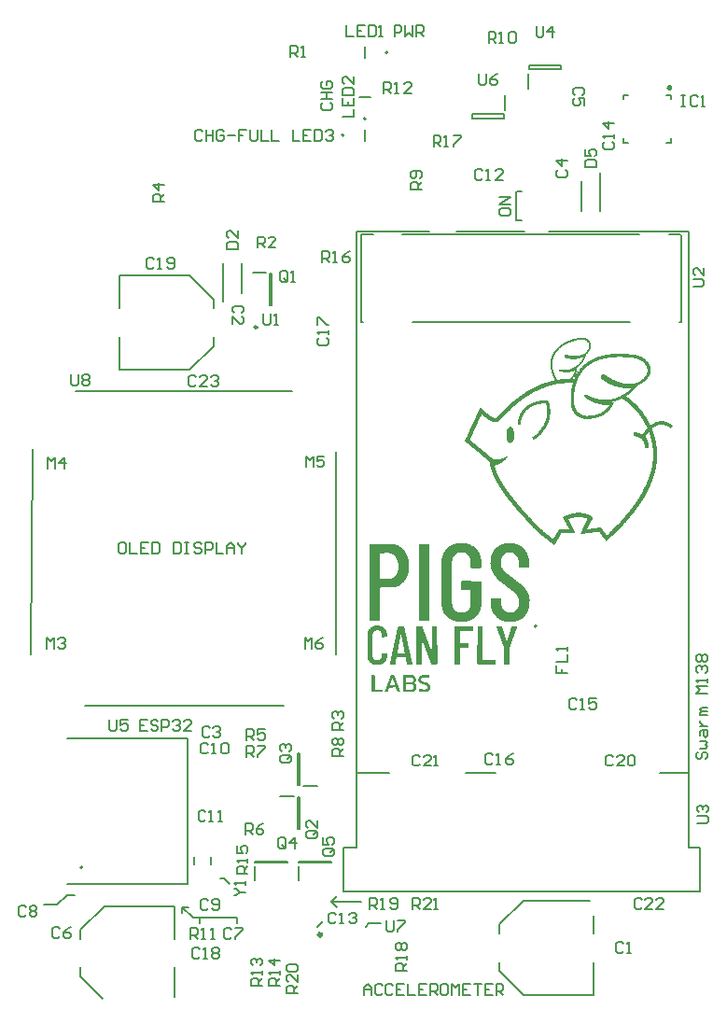
<source format=gto>
G04*
G04 #@! TF.GenerationSoftware,Altium Limited,Altium Designer,21.8.1 (53)*
G04*
G04 Layer_Color=65535*
%FSLAX24Y24*%
%MOIN*%
G70*
G04*
G04 #@! TF.SameCoordinates,22B1FE7D-4BBE-461E-9046-B7CE90722CBB*
G04*
G04*
G04 #@! TF.FilePolarity,Positive*
G04*
G01*
G75*
%ADD10C,0.0079*%
%ADD11C,0.0098*%
%ADD12C,0.0118*%
%ADD13C,0.0080*%
%ADD14C,0.0080*%
%ADD15C,0.0060*%
%ADD16C,0.0050*%
G36*
X23912Y32893D02*
X23959Y32867D01*
X23985Y32820D01*
Y32767D01*
X23959Y32720D01*
X23912Y32693D01*
X23859Y32693D01*
X23812Y32720D01*
X23786Y32766D01*
X23785Y32793D01*
X23785Y32794D01*
X23785Y32794D01*
X23786Y32821D01*
X23812Y32867D01*
X23859Y32893D01*
X23912Y32893D01*
D02*
G37*
G36*
X20792Y23880D02*
X20795Y23879D01*
X20808Y23877D01*
X20823Y23876D01*
X20829Y23874D01*
X20839Y23872D01*
X20858Y23866D01*
X20863Y23865D01*
X20871Y23863D01*
X20878Y23860D01*
X20891Y23855D01*
X20903Y23850D01*
X20908Y23848D01*
X20940Y23832D01*
X20947Y23826D01*
X20959Y23820D01*
X20968Y23814D01*
X20970Y23812D01*
X20973Y23810D01*
X20975Y23809D01*
X20978Y23806D01*
X20980Y23805D01*
X20983Y23802D01*
X20986Y23801D01*
X20993Y23793D01*
X20996Y23792D01*
X21001Y23787D01*
X21003Y23786D01*
X21014Y23775D01*
X21016Y23772D01*
X21022Y23766D01*
X21023Y23763D01*
X21030Y23757D01*
X21031Y23754D01*
X21036Y23749D01*
X21037Y23747D01*
X21042Y23739D01*
X21044Y23737D01*
X21056Y23714D01*
X21064Y23697D01*
X21067Y23691D01*
X21072Y23670D01*
X21074Y23663D01*
X21075Y23656D01*
X21077Y23643D01*
X21078Y23640D01*
X21079Y23635D01*
X21078Y23578D01*
X21077Y23575D01*
X21075Y23558D01*
X21074Y23554D01*
X21072Y23544D01*
X21070Y23535D01*
X21069Y23530D01*
X21063Y23509D01*
X21060Y23503D01*
X21058Y23495D01*
X21052Y23481D01*
X21049Y23474D01*
X21044Y23460D01*
X21031Y23435D01*
X21026Y23425D01*
X21017Y23409D01*
X21010Y23397D01*
X21008Y23395D01*
X21007Y23392D01*
X21001Y23384D01*
X21000Y23382D01*
X20987Y23364D01*
X20986Y23362D01*
X20981Y23356D01*
X20980Y23354D01*
X20971Y23342D01*
X20967Y23339D01*
X20966Y23336D01*
X20927Y23298D01*
X20926Y23295D01*
X20920Y23289D01*
X20917Y23282D01*
X20916Y23277D01*
X20912Y23265D01*
X20907Y23257D01*
X20905Y23248D01*
X20903Y23243D01*
X20900Y23235D01*
X20894Y23224D01*
X20891Y23208D01*
X20880Y23187D01*
X20877Y23173D01*
X20873Y23166D01*
X20868Y23155D01*
X20864Y23147D01*
X20856Y23131D01*
X20850Y23119D01*
X20845Y23112D01*
X20841Y23103D01*
X20835Y23093D01*
X20833Y23091D01*
X20831Y23085D01*
X20825Y23076D01*
X20823Y23073D01*
X20822Y23071D01*
X20815Y23059D01*
X20806Y23046D01*
X20805Y23044D01*
X20799Y23037D01*
X20790Y23023D01*
X20780Y23008D01*
X20778Y23006D01*
X20777Y23003D01*
X20773Y22999D01*
X20772Y22997D01*
X20766Y22990D01*
X20763Y22985D01*
X20754Y22974D01*
X20748Y22967D01*
X20745Y22962D01*
X20739Y22955D01*
X20734Y22950D01*
X20732Y22947D01*
X20726Y22941D01*
X20725Y22938D01*
X20721Y22934D01*
X20720Y22932D01*
X20714Y22926D01*
X20712Y22925D01*
X20711Y22923D01*
X20698Y22910D01*
X20697Y22907D01*
X20693Y22904D01*
X20692Y22901D01*
X20683Y22893D01*
X20681Y22891D01*
X20678Y22889D01*
X20676Y22888D01*
X20647Y22860D01*
X20645Y22858D01*
X20633Y22849D01*
X20628Y22844D01*
X20626Y22843D01*
X20617Y22834D01*
X20614Y22833D01*
X20607Y22827D01*
X20604Y22824D01*
X20602Y22823D01*
X20586Y22810D01*
X20579Y22806D01*
X20575Y22803D01*
X20577Y22795D01*
X20579Y22793D01*
X20581Y22793D01*
X20582Y22790D01*
X20583Y22786D01*
X20582Y22773D01*
X20581Y22768D01*
X20579Y22758D01*
X20578Y22754D01*
X20576Y22737D01*
X20575Y22731D01*
X20574Y22713D01*
X20572Y22698D01*
X20571Y22685D01*
X20570Y22678D01*
X20568Y22673D01*
X20565Y22663D01*
X20563Y22656D01*
X20561Y22651D01*
X20558Y22636D01*
X20556Y22630D01*
X20554Y22628D01*
X20551Y22622D01*
X20549Y22613D01*
X20547Y22608D01*
X20544Y22599D01*
X20542Y22597D01*
X20537Y22586D01*
X20536Y22581D01*
X20519Y22549D01*
X20517Y22546D01*
X20513Y22537D01*
X20508Y22529D01*
X20504Y22525D01*
X20495Y22508D01*
X20491Y22504D01*
X20490Y22502D01*
X20485Y22493D01*
X20477Y22485D01*
X20471Y22474D01*
X20466Y22469D01*
X20464Y22466D01*
X20456Y22455D01*
X20450Y22449D01*
X20449Y22447D01*
X20445Y22443D01*
X20444Y22441D01*
X20438Y22434D01*
X20436Y22432D01*
X20434Y22430D01*
X20432Y22428D01*
X20429Y22425D01*
X20427Y22420D01*
X20429Y22415D01*
X20434Y22413D01*
X20449Y22412D01*
X20455Y22409D01*
X20478Y22409D01*
X20483Y22412D01*
X20486Y22415D01*
X20498Y22439D01*
X20500Y22448D01*
X20507Y22460D01*
X20512Y22471D01*
X20513Y22476D01*
X20519Y22488D01*
X20523Y22497D01*
X20526Y22505D01*
X20528Y22507D01*
X20530Y22509D01*
X20532Y22512D01*
X20535Y22518D01*
X20538Y22529D01*
X20545Y22537D01*
X20549Y22550D01*
X20556Y22559D01*
X20560Y22568D01*
X20565Y22577D01*
X20568Y22580D01*
X20569Y22582D01*
X20579Y22601D01*
X20582Y22604D01*
X20589Y22618D01*
X20596Y22627D01*
X20601Y22636D01*
X20607Y22645D01*
X20614Y22656D01*
X20620Y22665D01*
X20621Y22668D01*
X20653Y22710D01*
X20656Y22715D01*
X20668Y22731D01*
X20673Y22738D01*
X20675Y22740D01*
X20676Y22743D01*
X20685Y22752D01*
X20686Y22754D01*
X20692Y22759D01*
X20693Y22762D01*
X20697Y22766D01*
X20698Y22768D01*
X20702Y22772D01*
X20703Y22775D01*
X20707Y22779D01*
X20708Y22781D01*
X20718Y22791D01*
X20720Y22794D01*
X20723Y22798D01*
X20725Y22800D01*
X20753Y22828D01*
X20754Y22831D01*
X20759Y22836D01*
X20760Y22839D01*
X20769Y22847D01*
X20771Y22850D01*
X20778Y22857D01*
X20780Y22858D01*
X20783Y22861D01*
X20785Y22862D01*
X20816Y22893D01*
X20818Y22894D01*
X20829Y22904D01*
X20831Y22905D01*
X20838Y22911D01*
X20845Y22918D01*
X20848Y22920D01*
X20857Y22928D01*
X20859Y22930D01*
X20866Y22935D01*
X20872Y22941D01*
X20875Y22942D01*
X20882Y22948D01*
X20886Y22953D01*
X20889Y22954D01*
X20896Y22960D01*
X20900Y22963D01*
X20903Y22965D01*
X20905Y22967D01*
X20914Y22973D01*
X20917Y22976D01*
X20919Y22977D01*
X20922Y22979D01*
X20928Y22983D01*
X20931Y22986D01*
X20933Y22987D01*
X20936Y22990D01*
X20942Y22994D01*
X20955Y23002D01*
X20957Y23004D01*
X20970Y23012D01*
X20977Y23017D01*
X20991Y23027D01*
X21002Y23033D01*
X21005Y23036D01*
X21016Y23042D01*
X21034Y23052D01*
X21054Y23065D01*
X21071Y23074D01*
X21100Y23089D01*
X21135Y23106D01*
X21182Y23129D01*
X21190Y23132D01*
X21211Y23141D01*
X21216Y23143D01*
X21236Y23152D01*
X21241Y23153D01*
X21249Y23156D01*
X21253Y23158D01*
X21265Y23163D01*
X21278Y23167D01*
X21286Y23170D01*
X21299Y23176D01*
X21313Y23179D01*
X21319Y23182D01*
X21321Y23184D01*
X21324Y23185D01*
X21330Y23187D01*
X21335Y23189D01*
X21346Y23191D01*
X21356Y23194D01*
X21363Y23198D01*
X21372Y23200D01*
X21387Y23203D01*
X21392Y23205D01*
X21399Y23208D01*
X21405Y23210D01*
X21415Y23213D01*
X21428Y23215D01*
X21438Y23219D01*
X21445Y23222D01*
X21450Y23223D01*
X21459Y23224D01*
X21464Y23226D01*
X21475Y23228D01*
X21480Y23229D01*
X21498Y23235D01*
X21503Y23236D01*
X21521Y23238D01*
X21526Y23240D01*
X21533Y23242D01*
X21544Y23245D01*
X21549Y23247D01*
X21555Y23248D01*
X21565Y23249D01*
X21577Y23251D01*
X21584Y23252D01*
X21591Y23253D01*
X21598Y23255D01*
X21607Y23258D01*
X21616Y23259D01*
X21631Y23261D01*
X21648Y23263D01*
X21660Y23265D01*
X21668Y23268D01*
X21677Y23269D01*
X21688Y23270D01*
X21692Y23272D01*
X21725Y23275D01*
X21736Y23276D01*
X21746Y23277D01*
X21752Y23279D01*
X21787Y23283D01*
X21803Y23284D01*
X21812Y23286D01*
X21845Y23287D01*
X21849Y23288D01*
X21877Y23289D01*
X21881Y23291D01*
X21894Y23292D01*
X21924Y23293D01*
X21928Y23295D01*
X21949Y23296D01*
X22010Y23297D01*
X22014Y23298D01*
X22190Y23297D01*
X22194Y23296D01*
X22266Y23295D01*
X22270Y23293D01*
X22279Y23292D01*
X22317Y23291D01*
X22321Y23289D01*
X22334Y23288D01*
X22368Y23287D01*
X22372Y23286D01*
X22415Y23284D01*
X22419Y23283D01*
X22444Y23282D01*
X22447Y23281D01*
X22464Y23279D01*
X22474Y23277D01*
X22485Y23276D01*
X22521Y23273D01*
X22549Y23271D01*
X22564Y23268D01*
X22570Y23267D01*
X22578Y23266D01*
X22584Y23265D01*
X22596Y23263D01*
X22609Y23262D01*
X22641Y23259D01*
X22651Y23258D01*
X22658Y23257D01*
X22664Y23256D01*
X22671Y23254D01*
X22676Y23252D01*
X22703Y23249D01*
X22711Y23248D01*
X22724Y23245D01*
X22730Y23243D01*
X22745Y23238D01*
X22766Y23235D01*
X22774Y23232D01*
X22788Y23226D01*
X22800Y23224D01*
X22808Y23221D01*
X22816Y23215D01*
X22831Y23212D01*
X22853Y23201D01*
X22860Y23200D01*
X22866Y23197D01*
X22870Y23194D01*
X22881Y23189D01*
X22889Y23185D01*
X22891Y23184D01*
X22894Y23182D01*
X22916Y23171D01*
X22923Y23166D01*
X22937Y23158D01*
X22940Y23156D01*
X22942Y23154D01*
X22958Y23143D01*
X22971Y23136D01*
X22973Y23134D01*
X22975Y23133D01*
X22978Y23130D01*
X22981Y23129D01*
X22988Y23123D01*
X22992Y23120D01*
X23008Y23108D01*
X23011Y23104D01*
X23014Y23103D01*
X23016Y23101D01*
X23019Y23099D01*
X23032Y23087D01*
X23034Y23085D01*
X23039Y23080D01*
X23042Y23079D01*
X23073Y23048D01*
X23074Y23045D01*
X23083Y23036D01*
X23085Y23034D01*
X23095Y23023D01*
X23096Y23021D01*
X23099Y23018D01*
X23100Y23016D01*
X23106Y23009D01*
X23107Y23007D01*
X23116Y22995D01*
X23123Y22986D01*
X23124Y22984D01*
X23130Y22978D01*
X23137Y22966D01*
X23141Y22962D01*
X23142Y22960D01*
X23150Y22946D01*
X23152Y22943D01*
X23153Y22941D01*
X23159Y22929D01*
X23162Y22923D01*
X23167Y22915D01*
X23173Y22901D01*
X23178Y22894D01*
X23181Y22886D01*
X23183Y22878D01*
X23192Y22859D01*
X23193Y22854D01*
X23195Y22846D01*
X23199Y22835D01*
X23204Y22817D01*
X23206Y22804D01*
X23210Y22774D01*
X23211Y22769D01*
X23212Y22687D01*
X23211Y22683D01*
X23206Y22643D01*
X23204Y22638D01*
X23203Y22629D01*
X23200Y22622D01*
X23196Y22608D01*
X23194Y22599D01*
X23192Y22593D01*
X23188Y22583D01*
X23187Y22581D01*
X23183Y22572D01*
X23180Y22562D01*
X23175Y22553D01*
X23173Y22550D01*
X23169Y22542D01*
X23167Y22536D01*
X23162Y22529D01*
X23157Y22517D01*
X23151Y22506D01*
X23148Y22503D01*
X23139Y22486D01*
X23136Y22483D01*
X23129Y22471D01*
X23123Y22464D01*
X23117Y22454D01*
X23111Y22448D01*
X23110Y22446D01*
X23101Y22434D01*
X23096Y22427D01*
X23095Y22424D01*
X23091Y22420D01*
X23090Y22418D01*
X23088Y22417D01*
X23085Y22412D01*
X23079Y22405D01*
X23070Y22397D01*
X23069Y22395D01*
X23059Y22384D01*
X23058Y22382D01*
X23049Y22373D01*
X23048Y22370D01*
X23041Y22363D01*
X23038Y22362D01*
X23032Y22354D01*
X23028Y22351D01*
X23026Y22350D01*
X23025Y22347D01*
X23019Y22342D01*
X23016Y22340D01*
X23011Y22335D01*
X23009Y22334D01*
X23004Y22329D01*
X23001Y22328D01*
X22999Y22326D01*
X22998Y22323D01*
X22992Y22317D01*
X22989Y22316D01*
X22982Y22309D01*
X22979Y22307D01*
X22972Y22301D01*
X22968Y22297D01*
X22965Y22296D01*
X22963Y22293D01*
X22960Y22292D01*
X22956Y22288D01*
X22954Y22287D01*
X22949Y22282D01*
X22946Y22280D01*
X22944Y22278D01*
X22941Y22277D01*
X22937Y22273D01*
X22935Y22272D01*
X22932Y22269D01*
X22923Y22264D01*
X22919Y22260D01*
X22917Y22259D01*
X22908Y22252D01*
X22905Y22251D01*
X22903Y22249D01*
X22900Y22247D01*
X22893Y22242D01*
X22881Y22236D01*
X22873Y22231D01*
X22862Y22224D01*
X22854Y22219D01*
X22846Y22216D01*
X22840Y22213D01*
X22838Y22212D01*
X22835Y22210D01*
X22821Y22204D01*
X22812Y22199D01*
X22798Y22192D01*
X22790Y22189D01*
X22788Y22187D01*
X22785Y22186D01*
X22779Y22184D01*
X22774Y22182D01*
X22764Y22178D01*
X22757Y22175D01*
X22748Y22171D01*
X22746Y22169D01*
X22739Y22164D01*
X22736Y22161D01*
X22736Y22159D01*
X22733Y22158D01*
X22728Y22150D01*
X22717Y22139D01*
X22716Y22137D01*
X22713Y22134D01*
X22712Y22132D01*
X22706Y22125D01*
X22704Y22123D01*
X22694Y22113D01*
X22693Y22110D01*
X22687Y22103D01*
X22679Y22095D01*
X22678Y22092D01*
X22673Y22087D01*
X22671Y22085D01*
X22669Y22082D01*
X22667Y22080D01*
X22658Y22071D01*
X22657Y22068D01*
X22655Y22066D01*
X22653Y22063D01*
X22642Y22051D01*
X22641Y22049D01*
X22634Y22043D01*
X22633Y22040D01*
X22630Y22037D01*
X22629Y22035D01*
X22620Y22026D01*
X22619Y22023D01*
X22614Y22018D01*
X22613Y22016D01*
X22552Y21955D01*
X22549Y21954D01*
X22543Y21948D01*
X22540Y21946D01*
X22523Y21928D01*
X22520Y21927D01*
X22518Y21925D01*
X22515Y21923D01*
X22509Y21917D01*
X22506Y21916D01*
X22501Y21911D01*
X22498Y21909D01*
X22491Y21902D01*
X22488Y21900D01*
X22486Y21898D01*
X22483Y21897D01*
X22481Y21894D01*
X22478Y21893D01*
X22475Y21890D01*
X22473Y21889D01*
X22470Y21886D01*
X22468Y21885D01*
X22463Y21880D01*
X22460Y21879D01*
X22456Y21875D01*
X22454Y21874D01*
X22450Y21870D01*
X22447Y21868D01*
X22444Y21865D01*
X22441Y21863D01*
X22416Y21845D01*
X22407Y21838D01*
X22404Y21837D01*
X22397Y21831D01*
X22389Y21826D01*
X22385Y21823D01*
X22382Y21820D01*
X22380Y21819D01*
X22372Y21814D01*
X22363Y21808D01*
X22359Y21805D01*
X22357Y21803D01*
X22345Y21795D01*
X22340Y21792D01*
X22336Y21787D01*
X22337Y21782D01*
X22343Y21777D01*
X22345Y21775D01*
X22350Y21770D01*
X22353Y21769D01*
X22362Y21763D01*
X22366Y21759D01*
X22368Y21757D01*
X22377Y21752D01*
X22384Y21747D01*
X22386Y21745D01*
X22389Y21743D01*
X22398Y21737D01*
X22403Y21732D01*
X22409Y21728D01*
X22415Y21722D01*
X22427Y21715D01*
X22435Y21708D01*
X22437Y21706D01*
X22444Y21701D01*
X22449Y21696D01*
X22451Y21695D01*
X22460Y21689D01*
X22463Y21685D01*
X22465Y21683D01*
X22477Y21675D01*
X22479Y21672D01*
X22482Y21671D01*
X22493Y21662D01*
X22496Y21659D01*
X22498Y21658D01*
X22505Y21652D01*
X22512Y21645D01*
X22515Y21644D01*
X22522Y21638D01*
X22528Y21632D01*
X22530Y21631D01*
X22539Y21622D01*
X22542Y21621D01*
X22547Y21616D01*
X22549Y21615D01*
X22555Y21609D01*
X22557Y21608D01*
X22561Y21604D01*
X22563Y21603D01*
X22574Y21593D01*
X22576Y21592D01*
X22585Y21583D01*
X22588Y21581D01*
X22600Y21569D01*
X22603Y21567D01*
X22606Y21563D01*
X22608Y21561D01*
X22611Y21560D01*
X22614Y21556D01*
X22617Y21555D01*
X22625Y21547D01*
X22627Y21546D01*
X22632Y21541D01*
X22633Y21539D01*
X22636Y21536D01*
X22639Y21534D01*
X22642Y21531D01*
X22643Y21528D01*
X22649Y21523D01*
X22651Y21521D01*
X22656Y21517D01*
X22657Y21514D01*
X22662Y21510D01*
X22664Y21509D01*
X22666Y21507D01*
X22667Y21504D01*
X22673Y21499D01*
X22676Y21497D01*
X22680Y21493D01*
X22681Y21490D01*
X22687Y21484D01*
X22690Y21483D01*
X22692Y21481D01*
X22693Y21479D01*
X22696Y21476D01*
X22699Y21474D01*
X22704Y21469D01*
X22706Y21466D01*
X22710Y21462D01*
X22713Y21460D01*
X22716Y21457D01*
X22717Y21455D01*
X22722Y21450D01*
X22724Y21449D01*
X22727Y21446D01*
X22729Y21443D01*
X22734Y21437D01*
X22737Y21436D01*
X22740Y21433D01*
X22741Y21430D01*
X22752Y21420D01*
X22753Y21418D01*
X22755Y21415D01*
X22756Y21413D01*
X22759Y21412D01*
X22763Y21407D01*
X22764Y21405D01*
X22770Y21399D01*
X22773Y21398D01*
X22776Y21395D01*
X22777Y21392D01*
X22783Y21385D01*
X22785Y21383D01*
X22786Y21381D01*
X22796Y21371D01*
X22798Y21370D01*
X22799Y21368D01*
X22801Y21365D01*
X22803Y21363D01*
X22808Y21356D01*
X22815Y21349D01*
X22817Y21346D01*
X22824Y21338D01*
X22828Y21332D01*
X22838Y21322D01*
X22840Y21319D01*
X22842Y21317D01*
X22843Y21315D01*
X22845Y21314D01*
X22849Y21310D01*
X22850Y21308D01*
X22856Y21301D01*
X22860Y21296D01*
X22861Y21294D01*
X22867Y21287D01*
X22869Y21285D01*
X22870Y21282D01*
X22874Y21278D01*
X22875Y21276D01*
X22881Y21269D01*
X22886Y21264D01*
X22887Y21262D01*
X22896Y21250D01*
X22898Y21248D01*
X22900Y21245D01*
X22905Y21238D01*
X22907Y21236D01*
X22908Y21234D01*
X22911Y21231D01*
X22912Y21229D01*
X22915Y21226D01*
X22916Y21224D01*
X22920Y21220D01*
X22921Y21217D01*
X22933Y21201D01*
X22935Y21199D01*
X22937Y21197D01*
X22942Y21190D01*
X22944Y21188D01*
X22945Y21185D01*
X22965Y21159D01*
X22966Y21156D01*
X22968Y21153D01*
X22970Y21151D01*
X22976Y21142D01*
X22977Y21139D01*
X22980Y21137D01*
X22981Y21134D01*
X22984Y21132D01*
X22985Y21129D01*
X23002Y21103D01*
X23007Y21095D01*
X23009Y21094D01*
X23011Y21091D01*
X23030Y21061D01*
X23033Y21057D01*
X23039Y21048D01*
X23048Y21034D01*
X23049Y21031D01*
X23055Y21022D01*
X23056Y21020D01*
X23064Y21005D01*
X23070Y20997D01*
X23072Y20994D01*
X23078Y20983D01*
X23081Y20980D01*
X23091Y20961D01*
X23096Y20953D01*
X23102Y20942D01*
X23107Y20934D01*
X23109Y20929D01*
X23113Y20923D01*
X23119Y20914D01*
X23123Y20902D01*
X23133Y20888D01*
X23135Y20881D01*
X23139Y20874D01*
X23144Y20866D01*
X23148Y20858D01*
X23152Y20851D01*
X23157Y20844D01*
X23159Y20836D01*
X23166Y20826D01*
X23169Y20819D01*
X23171Y20813D01*
X23176Y20804D01*
X23183Y20790D01*
X23190Y20776D01*
X23193Y20770D01*
X23196Y20761D01*
X23201Y20754D01*
X23206Y20748D01*
X23211Y20748D01*
X23215Y20750D01*
X23222Y20755D01*
X23228Y20761D01*
X23231Y20763D01*
X23240Y20769D01*
X23242Y20770D01*
X23245Y20773D01*
X23247Y20774D01*
X23256Y20780D01*
X23259Y20782D01*
X23261Y20784D01*
X23264Y20785D01*
X23273Y20792D01*
X23289Y20801D01*
X23310Y20814D01*
X23329Y20824D01*
X23358Y20838D01*
X23366Y20841D01*
X23373Y20844D01*
X23375Y20845D01*
X23384Y20849D01*
X23393Y20852D01*
X23401Y20855D01*
X23414Y20861D01*
X23435Y20866D01*
X23444Y20870D01*
X23450Y20872D01*
X23465Y20875D01*
X23470Y20876D01*
X23483Y20878D01*
X23489Y20880D01*
X23500Y20884D01*
X23505Y20885D01*
X23525Y20886D01*
X23529Y20888D01*
X23560Y20889D01*
X23564Y20890D01*
X23637Y20889D01*
X23641Y20888D01*
X23674Y20886D01*
X23678Y20885D01*
X23692Y20883D01*
X23697Y20882D01*
X23704Y20880D01*
X23713Y20877D01*
X23728Y20875D01*
X23733Y20873D01*
X23741Y20872D01*
X23754Y20866D01*
X23761Y20865D01*
X23766Y20863D01*
X23775Y20861D01*
X23780Y20860D01*
X23798Y20852D01*
X23805Y20850D01*
X23812Y20847D01*
X23828Y20840D01*
X23834Y20838D01*
X23853Y20829D01*
X23861Y20826D01*
X23872Y20819D01*
X23890Y20810D01*
X23904Y20802D01*
X23925Y20789D01*
X23933Y20784D01*
X23960Y20766D01*
X23963Y20765D01*
X24001Y20737D01*
X24003Y20731D01*
X24002Y20720D01*
X23997Y20715D01*
X23995Y20712D01*
X23991Y20708D01*
X23990Y20706D01*
X23984Y20699D01*
X23981Y20696D01*
X23980Y20693D01*
X23977Y20690D01*
X23976Y20688D01*
X23974Y20685D01*
X23972Y20683D01*
X23969Y20679D01*
X23967Y20676D01*
X23958Y20665D01*
X23954Y20661D01*
X23953Y20659D01*
X23947Y20652D01*
X23944Y20648D01*
X23943Y20646D01*
X23937Y20640D01*
X23928Y20641D01*
X23919Y20650D01*
X23910Y20655D01*
X23907Y20659D01*
X23904Y20660D01*
X23902Y20663D01*
X23893Y20668D01*
X23890Y20671D01*
X23888Y20672D01*
X23885Y20674D01*
X23873Y20681D01*
X23865Y20687D01*
X23853Y20694D01*
X23845Y20699D01*
X23831Y20706D01*
X23792Y20726D01*
X23778Y20732D01*
X23771Y20734D01*
X23763Y20738D01*
X23750Y20743D01*
X23714Y20755D01*
X23699Y20759D01*
X23690Y20761D01*
X23675Y20764D01*
X23669Y20766D01*
X23656Y20767D01*
X23641Y20770D01*
X23611Y20771D01*
X23605Y20772D01*
X23592Y20773D01*
X23585Y20772D01*
X23578Y20771D01*
X23550Y20770D01*
X23540Y20768D01*
X23527Y20767D01*
X23519Y20766D01*
X23507Y20763D01*
X23497Y20761D01*
X23490Y20759D01*
X23469Y20754D01*
X23453Y20748D01*
X23447Y20745D01*
X23440Y20743D01*
X23431Y20740D01*
X23419Y20734D01*
X23410Y20731D01*
X23386Y20719D01*
X23367Y20709D01*
X23359Y20704D01*
X23345Y20696D01*
X23336Y20690D01*
X23328Y20685D01*
X23325Y20682D01*
X23322Y20681D01*
X23315Y20676D01*
X23312Y20674D01*
X23305Y20669D01*
X23303Y20667D01*
X23301Y20666D01*
X23294Y20660D01*
X23289Y20657D01*
X23287Y20654D01*
X23284Y20653D01*
X23277Y20647D01*
X23273Y20644D01*
X23270Y20641D01*
X23268Y20640D01*
X23259Y20632D01*
X23258Y20627D01*
X23259Y20618D01*
X23266Y20604D01*
X23267Y20599D01*
X23276Y20579D01*
X23278Y20569D01*
X23281Y20563D01*
X23284Y20555D01*
X23290Y20540D01*
X23291Y20535D01*
X23294Y20527D01*
X23297Y20520D01*
X23300Y20513D01*
X23302Y20505D01*
X23303Y20500D01*
X23307Y20490D01*
X23313Y20476D01*
X23315Y20468D01*
X23317Y20458D01*
X23322Y20445D01*
X23326Y20434D01*
X23328Y20426D01*
X23331Y20416D01*
X23337Y20397D01*
X23340Y20387D01*
X23346Y20366D01*
X23350Y20351D01*
X23352Y20343D01*
X23353Y20338D01*
X23359Y20319D01*
X23360Y20314D01*
X23362Y20306D01*
X23367Y20285D01*
X23369Y20278D01*
X23371Y20270D01*
X23372Y20264D01*
X23379Y20238D01*
X23380Y20232D01*
X23381Y20227D01*
X23386Y20201D01*
X23388Y20194D01*
X23391Y20184D01*
X23393Y20172D01*
X23396Y20153D01*
X23399Y20137D01*
X23402Y20123D01*
X23404Y20113D01*
X23406Y20096D01*
X23409Y20078D01*
X23410Y20072D01*
X23412Y20061D01*
X23413Y20053D01*
X23414Y20048D01*
X23416Y20031D01*
X23417Y20022D01*
X23419Y20004D01*
X23421Y19993D01*
X23423Y19977D01*
X23426Y19951D01*
X23428Y19938D01*
X23430Y19903D01*
X23431Y19884D01*
X23433Y19880D01*
X23434Y19864D01*
X23433Y19855D01*
X23434Y19851D01*
X23435Y19843D01*
X23437Y19840D01*
X23438Y19835D01*
X23437Y19806D01*
X23438Y19792D01*
X23440Y19775D01*
X23439Y19578D01*
X23438Y19574D01*
X23437Y19528D01*
X23435Y19525D01*
X23434Y19516D01*
X23433Y19488D01*
X23431Y19484D01*
X23430Y19467D01*
X23429Y19444D01*
X23428Y19440D01*
X23426Y19414D01*
X23425Y19410D01*
X23423Y19395D01*
X23422Y19387D01*
X23419Y19361D01*
X23417Y19348D01*
X23416Y19333D01*
X23414Y19326D01*
X23412Y19310D01*
X23410Y19303D01*
X23409Y19296D01*
X23405Y19270D01*
X23403Y19257D01*
X23400Y19241D01*
X23399Y19234D01*
X23396Y19224D01*
X23395Y19218D01*
X23391Y19195D01*
X23390Y19188D01*
X23385Y19168D01*
X23381Y19149D01*
X23377Y19135D01*
X23376Y19130D01*
X23375Y19123D01*
X23373Y19118D01*
X23372Y19111D01*
X23371Y19104D01*
X23366Y19084D01*
X23361Y19069D01*
X23360Y19064D01*
X23358Y19056D01*
X23352Y19037D01*
X23346Y19012D01*
X23340Y18991D01*
X23338Y18986D01*
X23336Y18978D01*
X23332Y18967D01*
X23328Y18953D01*
X23326Y18944D01*
X23324Y18937D01*
X23320Y18927D01*
X23317Y18920D01*
X23315Y18913D01*
X23313Y18907D01*
X23308Y18892D01*
X23305Y18885D01*
X23301Y18870D01*
X23296Y18854D01*
X23292Y18847D01*
X23291Y18840D01*
X23289Y18835D01*
X23285Y18825D01*
X23280Y18811D01*
X23278Y18803D01*
X23277Y18798D01*
X23274Y18792D01*
X23267Y18776D01*
X23265Y18767D01*
X23262Y18761D01*
X23257Y18752D01*
X23253Y18736D01*
X23250Y18728D01*
X23248Y18726D01*
X23244Y18717D01*
X23241Y18707D01*
X23238Y18699D01*
X23236Y18697D01*
X23235Y18694D01*
X23231Y18685D01*
X23229Y18676D01*
X23218Y18655D01*
X23217Y18648D01*
X23214Y18641D01*
X23211Y18638D01*
X23208Y18632D01*
X23207Y18627D01*
X23204Y18618D01*
X23196Y18602D01*
X23194Y18597D01*
X23192Y18591D01*
X23181Y18569D01*
X23178Y18561D01*
X23171Y18549D01*
X23166Y18535D01*
X23160Y18526D01*
X23159Y18521D01*
X23154Y18509D01*
X23149Y18501D01*
X23146Y18493D01*
X23138Y18479D01*
X23133Y18467D01*
X23130Y18459D01*
X23123Y18445D01*
X23120Y18437D01*
X23110Y18419D01*
X23095Y18389D01*
X23090Y18382D01*
X23085Y18370D01*
X23078Y18359D01*
X23073Y18347D01*
X23067Y18336D01*
X23056Y18317D01*
X23051Y18309D01*
X23050Y18304D01*
X23044Y18292D01*
X23039Y18285D01*
X23035Y18276D01*
X23033Y18273D01*
X23027Y18264D01*
X23009Y18230D01*
X23003Y18220D01*
X23002Y18217D01*
X22995Y18207D01*
X22986Y18190D01*
X22981Y18181D01*
X22976Y18174D01*
X22968Y18160D01*
X22963Y18152D01*
X22962Y18149D01*
X22956Y18138D01*
X22949Y18129D01*
X22943Y18118D01*
X22933Y18100D01*
X22926Y18091D01*
X22925Y18088D01*
X22920Y18079D01*
X22914Y18070D01*
X22907Y18059D01*
X22905Y18056D01*
X22903Y18054D01*
X22898Y18045D01*
X22890Y18033D01*
X22884Y18023D01*
X22880Y18018D01*
X22878Y18016D01*
X22869Y17999D01*
X22865Y17995D01*
X22859Y17984D01*
X22854Y17979D01*
X22846Y17964D01*
X22842Y17961D01*
X22841Y17958D01*
X22836Y17949D01*
X22831Y17944D01*
X22829Y17942D01*
X22823Y17930D01*
X22818Y17925D01*
X22817Y17922D01*
X22812Y17913D01*
X22806Y17906D01*
X22804Y17905D01*
X22798Y17893D01*
X22791Y17887D01*
X22785Y17875D01*
X22780Y17870D01*
X22773Y17859D01*
X22769Y17855D01*
X22768Y17852D01*
X22763Y17843D01*
X22757Y17836D01*
X22754Y17833D01*
X22749Y17824D01*
X22744Y17819D01*
X22743Y17817D01*
X22736Y17808D01*
X22727Y17795D01*
X22724Y17788D01*
X22718Y17783D01*
X22717Y17781D01*
X22711Y17772D01*
X22692Y17747D01*
X22687Y17739D01*
X22683Y17735D01*
X22678Y17726D01*
X22675Y17723D01*
X22674Y17721D01*
X22670Y17717D01*
X22669Y17714D01*
X22666Y17712D01*
X22665Y17709D01*
X22659Y17702D01*
X22656Y17698D01*
X22647Y17686D01*
X22625Y17657D01*
X22623Y17655D01*
X22621Y17652D01*
X22618Y17648D01*
X22616Y17646D01*
X22614Y17643D01*
X22613Y17640D01*
X22609Y17637D01*
X22607Y17634D01*
X22602Y17627D01*
X22599Y17623D01*
X22595Y17619D01*
X22593Y17616D01*
X22591Y17614D01*
X22590Y17611D01*
X22587Y17609D01*
X22586Y17606D01*
X22582Y17602D01*
X22581Y17600D01*
X22575Y17593D01*
X22572Y17589D01*
X22570Y17587D01*
X22568Y17584D01*
X22567Y17582D01*
X22564Y17579D01*
X22563Y17577D01*
X22559Y17573D01*
X22558Y17570D01*
X22555Y17568D01*
X22554Y17565D01*
X22549Y17560D01*
X22548Y17558D01*
X22544Y17554D01*
X22542Y17551D01*
X22537Y17544D01*
X22530Y17537D01*
X22528Y17535D01*
X22523Y17529D01*
X22522Y17527D01*
X22516Y17520D01*
X22514Y17516D01*
X22512Y17515D01*
X22510Y17513D01*
X22508Y17510D01*
X22507Y17508D01*
X22499Y17500D01*
X22498Y17498D01*
X22495Y17495D01*
X22494Y17493D01*
X22488Y17486D01*
X22485Y17482D01*
X22484Y17480D01*
X22478Y17473D01*
X22471Y17466D01*
X22470Y17463D01*
X22464Y17456D01*
X22458Y17450D01*
X22457Y17448D01*
X22448Y17439D01*
X22447Y17436D01*
X22437Y17426D01*
X22435Y17424D01*
X22429Y17415D01*
X22421Y17407D01*
X22420Y17405D01*
X22412Y17397D01*
X22411Y17394D01*
X22406Y17389D01*
X22405Y17387D01*
X22400Y17383D01*
X22398Y17382D01*
X22397Y17379D01*
X22391Y17372D01*
X22375Y17356D01*
X22374Y17353D01*
X22368Y17346D01*
X22363Y17341D01*
X22361Y17338D01*
X22352Y17329D01*
X22351Y17327D01*
X22349Y17324D01*
X22347Y17322D01*
X22332Y17306D01*
X22331Y17304D01*
X22327Y17300D01*
X22326Y17297D01*
X22308Y17279D01*
X22306Y17277D01*
X22301Y17272D01*
X22300Y17269D01*
X22281Y17250D01*
X22280Y17248D01*
X22272Y17240D01*
X22271Y17237D01*
X22262Y17228D01*
X22260Y17226D01*
X22257Y17223D01*
X22255Y17221D01*
X22253Y17220D01*
X22252Y17217D01*
X22238Y17203D01*
X22236Y17200D01*
X22232Y17197D01*
X22231Y17194D01*
X22203Y17166D01*
X22202Y17164D01*
X22201Y17163D01*
X22199Y17161D01*
X22192Y17154D01*
X22190Y17152D01*
X22188Y17149D01*
X22187Y17147D01*
X22184Y17144D01*
X22183Y17142D01*
X22111Y17070D01*
X22111Y17068D01*
X22108Y17067D01*
X22101Y17060D01*
X22100Y17058D01*
X22093Y17051D01*
X22092Y17049D01*
X22090Y17046D01*
X22088Y17043D01*
X22086Y17042D01*
X22084Y17040D01*
X22014Y16970D01*
X22011Y16969D01*
X22009Y16966D01*
X22006Y16965D01*
X21983Y16942D01*
X21981Y16941D01*
X21981Y16940D01*
X21979Y16939D01*
X21977Y16936D01*
X21969Y16928D01*
X21966Y16927D01*
X21963Y16922D01*
X21961Y16920D01*
X21959Y16919D01*
X21952Y16912D01*
X21951Y16910D01*
X21949Y16909D01*
X21917Y16877D01*
X21914Y16876D01*
X21909Y16871D01*
X21907Y16869D01*
X21867Y16830D01*
X21864Y16829D01*
X21861Y16825D01*
X21858Y16823D01*
X21840Y16806D01*
X21838Y16804D01*
X21834Y16800D01*
X21827Y16793D01*
X21825Y16792D01*
X21823Y16790D01*
X21822Y16788D01*
X21820Y16786D01*
X21817Y16784D01*
X21815Y16783D01*
X21803Y16771D01*
X21801Y16770D01*
X21799Y16768D01*
X21797Y16765D01*
X21792Y16760D01*
X21789Y16758D01*
X21781Y16751D01*
X21779Y16749D01*
X21765Y16735D01*
X21762Y16734D01*
X21760Y16732D01*
X21759Y16730D01*
X21755Y16725D01*
X21752Y16724D01*
X21750Y16721D01*
X21747Y16720D01*
X21741Y16714D01*
X21738Y16712D01*
X21734Y16708D01*
X21732Y16705D01*
X21729Y16702D01*
X21727Y16701D01*
X21722Y16696D01*
X21719Y16695D01*
X21710Y16686D01*
X21708Y16684D01*
X21702Y16680D01*
X21700Y16677D01*
X21693Y16670D01*
X21691Y16669D01*
X21689Y16667D01*
X21688Y16665D01*
X21683Y16661D01*
X21676Y16656D01*
X21669Y16649D01*
X21667Y16647D01*
X21662Y16643D01*
X21661Y16640D01*
X21658Y16637D01*
X21655Y16636D01*
X21649Y16630D01*
X21646Y16628D01*
X21642Y16624D01*
X21640Y16623D01*
X21631Y16614D01*
X21625Y16612D01*
X21620Y16613D01*
X21615Y16617D01*
X21614Y16620D01*
X21608Y16627D01*
X21606Y16629D01*
X21605Y16631D01*
X21593Y16647D01*
X21588Y16655D01*
X21584Y16660D01*
X21579Y16665D01*
X21576Y16671D01*
X21569Y16677D01*
X21568Y16680D01*
X21559Y16691D01*
X21553Y16700D01*
X21551Y16703D01*
X21546Y16710D01*
X21544Y16712D01*
X21542Y16714D01*
X21533Y16726D01*
X21531Y16728D01*
X21530Y16731D01*
X21517Y16747D01*
X21513Y16754D01*
X21507Y16761D01*
X21505Y16763D01*
X21504Y16765D01*
X21495Y16777D01*
X21483Y16793D01*
X21478Y16801D01*
X21475Y16805D01*
X21472Y16808D01*
X21471Y16810D01*
X21468Y16813D01*
X21467Y16815D01*
X21458Y16827D01*
X21436Y16856D01*
X21434Y16859D01*
X21433Y16861D01*
X21424Y16873D01*
X21421Y16875D01*
X21420Y16878D01*
X21417Y16880D01*
X21416Y16883D01*
X21413Y16885D01*
X21412Y16888D01*
X21410Y16890D01*
X21408Y16893D01*
X21405Y16897D01*
X21401Y16903D01*
X21398Y16906D01*
X21397Y16908D01*
X21394Y16911D01*
X21393Y16913D01*
X21387Y16920D01*
X21384Y16925D01*
X21382Y16927D01*
X21380Y16930D01*
X21371Y16941D01*
X21368Y16945D01*
X21362Y16947D01*
X21335Y16946D01*
X21331Y16945D01*
X21318Y16943D01*
X21315Y16942D01*
X21298Y16941D01*
X21292Y16938D01*
X21283Y16937D01*
X21266Y16936D01*
X21262Y16934D01*
X21245Y16933D01*
X21230Y16930D01*
X21217Y16929D01*
X21211Y16927D01*
X21206Y16926D01*
X21194Y16925D01*
X21163Y16921D01*
X21148Y16918D01*
X21131Y16917D01*
X21126Y16915D01*
X21108Y16913D01*
X21093Y16911D01*
X21083Y16910D01*
X21068Y16907D01*
X21058Y16906D01*
X21042Y16903D01*
X21031Y16902D01*
X21000Y16898D01*
X20993Y16897D01*
X20986Y16896D01*
X20975Y16894D01*
X20967Y16893D01*
X20962Y16892D01*
X20939Y16889D01*
X20919Y16887D01*
X20911Y16885D01*
X20905Y16884D01*
X20899Y16883D01*
X20885Y16882D01*
X20879Y16880D01*
X20874Y16879D01*
X20856Y16878D01*
X20830Y16874D01*
X20825Y16873D01*
X20817Y16871D01*
X20796Y16869D01*
X20791Y16867D01*
X20776Y16866D01*
X20755Y16864D01*
X20748Y16862D01*
X20728Y16859D01*
X20713Y16856D01*
X20699Y16854D01*
X20695Y16855D01*
X20688Y16859D01*
X20686Y16861D01*
X20688Y16870D01*
X20690Y16873D01*
X20759Y17012D01*
X20765Y17023D01*
X20771Y17035D01*
X20777Y17046D01*
X20783Y17060D01*
X20790Y17072D01*
X20795Y17083D01*
X20801Y17095D01*
X20808Y17109D01*
X20813Y17117D01*
X20819Y17132D01*
X20824Y17140D01*
X20828Y17147D01*
X20831Y17153D01*
X20834Y17162D01*
X20837Y17166D01*
X20841Y17172D01*
X20845Y17184D01*
X20848Y17189D01*
X20854Y17197D01*
X20855Y17204D01*
X20858Y17210D01*
X20860Y17212D01*
X20861Y17214D01*
X20864Y17217D01*
X20870Y17234D01*
X20876Y17242D01*
X20881Y17255D01*
X20885Y17262D01*
X20893Y17278D01*
X20901Y17291D01*
X20903Y17297D01*
X20906Y17306D01*
X20908Y17308D01*
X20910Y17310D01*
X20913Y17316D01*
X20917Y17325D01*
X20923Y17335D01*
X20927Y17346D01*
X20935Y17360D01*
X20940Y17371D01*
X20948Y17385D01*
X20953Y17397D01*
X20952Y17405D01*
X20947Y17409D01*
X20923Y17420D01*
X20916Y17422D01*
X20910Y17425D01*
X20894Y17432D01*
X20885Y17434D01*
X20880Y17435D01*
X20874Y17438D01*
X20867Y17441D01*
X20858Y17443D01*
X20848Y17446D01*
X20838Y17448D01*
X20816Y17455D01*
X20811Y17456D01*
X20798Y17457D01*
X20793Y17459D01*
X20778Y17462D01*
X20773Y17463D01*
X20766Y17465D01*
X20757Y17466D01*
X20752Y17468D01*
X20691Y17471D01*
X20676Y17473D01*
X20659Y17475D01*
X20613Y17474D01*
X20609Y17473D01*
X20604Y17471D01*
X20566Y17470D01*
X20562Y17469D01*
X20531Y17468D01*
X20528Y17466D01*
X20519Y17464D01*
X20500Y17461D01*
X20495Y17459D01*
X20487Y17458D01*
X20476Y17457D01*
X20462Y17454D01*
X20455Y17452D01*
X20437Y17447D01*
X20432Y17446D01*
X20420Y17444D01*
X20415Y17443D01*
X20405Y17439D01*
X20396Y17436D01*
X20388Y17434D01*
X20375Y17431D01*
X20365Y17427D01*
X20358Y17424D01*
X20349Y17422D01*
X20344Y17420D01*
X20337Y17419D01*
X20318Y17410D01*
X20309Y17408D01*
X20283Y17394D01*
X20281Y17388D01*
X20380Y17188D01*
X20388Y17174D01*
X20392Y17165D01*
X20399Y17151D01*
X20403Y17142D01*
X20406Y17135D01*
X20407Y17133D01*
X20412Y17125D01*
X20417Y17112D01*
X20422Y17103D01*
X20426Y17097D01*
X20431Y17085D01*
X20433Y17083D01*
X20434Y17081D01*
X20441Y17064D01*
X20443Y17061D01*
X20449Y17052D01*
X20454Y17038D01*
X20462Y17026D01*
X20464Y17019D01*
X20472Y17005D01*
X20476Y16996D01*
X20485Y16980D01*
X20489Y16971D01*
X20495Y16959D01*
X20501Y16945D01*
X20507Y16936D01*
X20523Y16902D01*
X20522Y16894D01*
X20519Y16891D01*
X20510Y16890D01*
X20505Y16891D01*
X20028Y16890D01*
X20019Y16883D01*
X20014Y16879D01*
X20008Y16867D01*
X20003Y16860D01*
X19994Y16843D01*
X19991Y16841D01*
X19985Y16829D01*
X19978Y16819D01*
X19972Y16808D01*
X19967Y16800D01*
X19959Y16786D01*
X19954Y16778D01*
X19953Y16776D01*
X19944Y16762D01*
X19936Y16748D01*
X19931Y16740D01*
X19922Y16723D01*
X19907Y16699D01*
X19901Y16688D01*
X19896Y16679D01*
X19889Y16668D01*
X19888Y16666D01*
X19883Y16657D01*
X19876Y16648D01*
X19875Y16646D01*
X19869Y16634D01*
X19864Y16626D01*
X19856Y16612D01*
X19851Y16605D01*
X19845Y16593D01*
X19842Y16591D01*
X19841Y16588D01*
X19833Y16574D01*
X19828Y16566D01*
X19827Y16564D01*
X19822Y16555D01*
X19815Y16546D01*
X19808Y16532D01*
X19802Y16524D01*
X19796Y16513D01*
X19793Y16510D01*
X19785Y16494D01*
X19782Y16491D01*
X19781Y16489D01*
X19773Y16475D01*
X19766Y16471D01*
X19761Y16473D01*
X19753Y16477D01*
X19753Y16477D01*
X19749Y16480D01*
X19747Y16482D01*
X19742Y16487D01*
X19739Y16488D01*
X19737Y16491D01*
X19734Y16492D01*
X19730Y16496D01*
X19728Y16497D01*
X19719Y16503D01*
X19716Y16505D01*
X19712Y16508D01*
X19710Y16510D01*
X19707Y16512D01*
X19705Y16514D01*
X19700Y16519D01*
X19697Y16520D01*
X19695Y16522D01*
X19692Y16524D01*
X19690Y16526D01*
X19687Y16528D01*
X19684Y16530D01*
X19682Y16531D01*
X19677Y16536D01*
X19674Y16538D01*
X19672Y16540D01*
X19669Y16542D01*
X19653Y16554D01*
X19650Y16557D01*
X19647Y16558D01*
X19644Y16562D01*
X19641Y16563D01*
X19639Y16566D01*
X19636Y16567D01*
X19632Y16571D01*
X19630Y16572D01*
X19626Y16576D01*
X19623Y16577D01*
X19616Y16583D01*
X19609Y16588D01*
X19607Y16590D01*
X19604Y16591D01*
X19602Y16594D01*
X19599Y16595D01*
X19596Y16598D01*
X19594Y16599D01*
X19590Y16603D01*
X19587Y16604D01*
X19582Y16609D01*
X19580Y16610D01*
X19577Y16613D01*
X19575Y16614D01*
X19568Y16620D01*
X19566Y16622D01*
X19563Y16623D01*
X19561Y16626D01*
X19558Y16627D01*
X19553Y16632D01*
X19550Y16633D01*
X19548Y16636D01*
X19545Y16637D01*
X19543Y16640D01*
X19540Y16641D01*
X19536Y16645D01*
X19534Y16646D01*
X19531Y16649D01*
X19529Y16650D01*
X19526Y16653D01*
X19524Y16654D01*
X19519Y16659D01*
X19516Y16660D01*
X19513Y16663D01*
X19511Y16664D01*
X19506Y16669D01*
X19503Y16670D01*
X19501Y16673D01*
X19498Y16674D01*
X19491Y16680D01*
X19489Y16682D01*
X19487Y16683D01*
X19480Y16689D01*
X19477Y16692D01*
X19474Y16693D01*
X19471Y16696D01*
X19469Y16697D01*
X19462Y16703D01*
X19459Y16706D01*
X19456Y16707D01*
X19445Y16716D01*
X19441Y16720D01*
X19438Y16721D01*
X19431Y16727D01*
X19427Y16732D01*
X19424Y16733D01*
X19413Y16742D01*
X19410Y16744D01*
X19408Y16746D01*
X19396Y16755D01*
X19394Y16757D01*
X19387Y16761D01*
X19382Y16766D01*
X19380Y16767D01*
X19377Y16770D01*
X19374Y16771D01*
X19372Y16774D01*
X19369Y16775D01*
X19363Y16781D01*
X19354Y16786D01*
X19349Y16792D01*
X19346Y16793D01*
X19337Y16799D01*
X19331Y16806D01*
X19329Y16807D01*
X19322Y16813D01*
X19309Y16823D01*
X19299Y16832D01*
X19297Y16833D01*
X19297Y16835D01*
X19294Y16836D01*
X19285Y16845D01*
X19283Y16846D01*
X19275Y16854D01*
X19272Y16855D01*
X19269Y16859D01*
X19267Y16860D01*
X19265Y16862D01*
X19233Y16895D01*
X19230Y16896D01*
X19220Y16906D01*
X19218Y16908D01*
X19210Y16915D01*
X19207Y16917D01*
X19188Y16936D01*
X19186Y16939D01*
X19184Y16941D01*
X19182Y16942D01*
X19163Y16961D01*
X19163Y16962D01*
X19160Y16964D01*
X19149Y16975D01*
X19149Y16977D01*
X19146Y16978D01*
X19139Y16985D01*
X19138Y16987D01*
X19136Y16989D01*
X19133Y16991D01*
X19126Y16998D01*
X19125Y17000D01*
X19123Y17002D01*
X19121Y17003D01*
X19116Y17008D01*
X19115Y17010D01*
X19113Y17012D01*
X19110Y17014D01*
X19108Y17016D01*
X19105Y17017D01*
X19096Y17026D01*
X19094Y17028D01*
X19091Y17031D01*
X19089Y17033D01*
X19085Y17038D01*
X19082Y17039D01*
X19078Y17043D01*
X19077Y17046D01*
X19072Y17051D01*
X19070Y17052D01*
X19066Y17055D01*
X19065Y17058D01*
X19058Y17065D01*
X19056Y17066D01*
X19052Y17070D01*
X19014Y17109D01*
X19013Y17110D01*
X19011Y17112D01*
X19003Y17120D01*
X19001Y17123D01*
X18994Y17130D01*
X18992Y17133D01*
X18960Y17165D01*
X18958Y17166D01*
X18957Y17169D01*
X18948Y17177D01*
X18946Y17177D01*
X18945Y17180D01*
X18936Y17190D01*
X18933Y17191D01*
X18930Y17195D01*
X18924Y17201D01*
X18922Y17202D01*
X18918Y17207D01*
X18913Y17213D01*
X18910Y17214D01*
X18908Y17216D01*
X18907Y17218D01*
X18900Y17225D01*
X18897Y17227D01*
X18895Y17228D01*
X18894Y17231D01*
X18883Y17242D01*
X18881Y17245D01*
X18876Y17250D01*
X18876Y17252D01*
X18874Y17253D01*
X18873Y17255D01*
X18853Y17275D01*
X18850Y17276D01*
X18848Y17278D01*
X18847Y17281D01*
X18840Y17288D01*
X18838Y17288D01*
X18837Y17291D01*
X18818Y17310D01*
X18816Y17313D01*
X18813Y17316D01*
X18811Y17319D01*
X18773Y17357D01*
X18772Y17360D01*
X18767Y17365D01*
X18765Y17368D01*
X18758Y17375D01*
X18756Y17378D01*
X18753Y17381D01*
X18751Y17382D01*
X18746Y17387D01*
X18745Y17389D01*
X18739Y17395D01*
X18737Y17396D01*
X18735Y17398D01*
X18733Y17401D01*
X18726Y17408D01*
X18725Y17411D01*
X18722Y17413D01*
X18721Y17416D01*
X18696Y17440D01*
X18695Y17443D01*
X18688Y17450D01*
X18686Y17453D01*
X18675Y17464D01*
X18674Y17467D01*
X18669Y17470D01*
X18663Y17476D01*
X18662Y17478D01*
X18656Y17486D01*
X18654Y17487D01*
X18653Y17490D01*
X18633Y17510D01*
X18631Y17513D01*
X18626Y17518D01*
X18625Y17521D01*
X18619Y17528D01*
X18601Y17546D01*
X18597Y17552D01*
X18593Y17557D01*
X18590Y17558D01*
X18587Y17563D01*
X18582Y17567D01*
X18580Y17568D01*
X18577Y17572D01*
X18575Y17574D01*
X18570Y17581D01*
X18565Y17586D01*
X18564Y17588D01*
X18559Y17593D01*
X18557Y17594D01*
X18555Y17596D01*
X18554Y17598D01*
X18548Y17605D01*
X18545Y17610D01*
X18529Y17625D01*
X18528Y17628D01*
X18524Y17632D01*
X18523Y17634D01*
X18510Y17647D01*
X18509Y17649D01*
X18503Y17656D01*
X18501Y17658D01*
X18491Y17669D01*
X18490Y17671D01*
X18481Y17680D01*
X18480Y17683D01*
X18476Y17686D01*
X18475Y17689D01*
X18468Y17695D01*
X18467Y17698D01*
X18458Y17707D01*
X18457Y17709D01*
X18450Y17716D01*
X18449Y17718D01*
X18444Y17723D01*
X18443Y17726D01*
X18432Y17736D01*
X18431Y17739D01*
X18429Y17741D01*
X18427Y17744D01*
X18417Y17754D01*
X18416Y17757D01*
X18409Y17763D01*
X18408Y17765D01*
X18406Y17768D01*
X18404Y17771D01*
X18401Y17774D01*
X18399Y17777D01*
X18393Y17783D01*
X18392Y17786D01*
X18383Y17795D01*
X18381Y17797D01*
X18379Y17800D01*
X18378Y17802D01*
X18374Y17806D01*
X18372Y17809D01*
X18366Y17815D01*
X18365Y17818D01*
X18360Y17823D01*
X18358Y17825D01*
X18353Y17831D01*
X18352Y17833D01*
X18347Y17838D01*
X18346Y17841D01*
X18343Y17843D01*
X18342Y17846D01*
X18334Y17854D01*
X18333Y17856D01*
X18329Y17860D01*
X18328Y17862D01*
X18321Y17869D01*
X18320Y17871D01*
X18311Y17883D01*
X18306Y17888D01*
X18305Y17890D01*
X18299Y17898D01*
X18295Y17902D01*
X18293Y17905D01*
X18291Y17907D01*
X18290Y17910D01*
X18283Y17916D01*
X18282Y17919D01*
X18279Y17921D01*
X18278Y17924D01*
X18272Y17930D01*
X18270Y17933D01*
X18261Y17944D01*
X18258Y17948D01*
X18256Y17950D01*
X18254Y17953D01*
X18253Y17956D01*
X18245Y17963D01*
X18244Y17966D01*
X18236Y17973D01*
X18235Y17976D01*
X18229Y17983D01*
X18227Y17985D01*
X18226Y17987D01*
X18222Y17991D01*
X18221Y17994D01*
X18218Y17996D01*
X18217Y17999D01*
X18212Y18004D01*
X18210Y18007D01*
X18202Y18018D01*
X18198Y18022D01*
X18196Y18024D01*
X18194Y18027D01*
X18193Y18030D01*
X18188Y18035D01*
X18186Y18037D01*
X18184Y18040D01*
X18182Y18042D01*
X18176Y18049D01*
X18175Y18051D01*
X18166Y18063D01*
X18160Y18070D01*
X18157Y18074D01*
X18151Y18081D01*
X18149Y18083D01*
X18148Y18086D01*
X18142Y18093D01*
X18139Y18096D01*
X18138Y18098D01*
X18129Y18110D01*
X18117Y18126D01*
X18114Y18129D01*
X18112Y18132D01*
X18110Y18134D01*
X18108Y18137D01*
X18106Y18139D01*
X18105Y18142D01*
X18102Y18144D01*
X18101Y18147D01*
X18092Y18158D01*
X18089Y18161D01*
X18088Y18163D01*
X18079Y18175D01*
X18067Y18191D01*
X18062Y18199D01*
X18047Y18218D01*
X18046Y18221D01*
X18043Y18223D01*
X18042Y18226D01*
X18011Y18269D01*
X18000Y18283D01*
X17999Y18286D01*
X17992Y18295D01*
X17991Y18297D01*
X17989Y18300D01*
X17987Y18303D01*
X17985Y18305D01*
X17983Y18308D01*
X17981Y18310D01*
X17980Y18313D01*
X17973Y18322D01*
X17972Y18324D01*
X17959Y18342D01*
X17958Y18345D01*
X17952Y18352D01*
X17947Y18359D01*
X17944Y18364D01*
X17939Y18371D01*
X17938Y18374D01*
X17925Y18392D01*
X17923Y18394D01*
X17921Y18397D01*
X17920Y18399D01*
X17917Y18402D01*
X17916Y18405D01*
X17908Y18417D01*
X17897Y18434D01*
X17894Y18436D01*
X17893Y18439D01*
X17882Y18455D01*
X17874Y18468D01*
X17871Y18471D01*
X17870Y18473D01*
X17867Y18476D01*
X17861Y18487D01*
X17858Y18490D01*
X17857Y18493D01*
X17851Y18504D01*
X17845Y18511D01*
X17837Y18524D01*
X17834Y18527D01*
X17833Y18530D01*
X17827Y18541D01*
X17821Y18548D01*
X17812Y18563D01*
X17806Y18572D01*
X17800Y18583D01*
X17796Y18587D01*
X17787Y18604D01*
X17784Y18606D01*
X17775Y18623D01*
X17773Y18625D01*
X17772Y18628D01*
X17768Y18637D01*
X17767Y18639D01*
X17761Y18646D01*
X17759Y18648D01*
X17756Y18655D01*
X17755Y18657D01*
X17746Y18670D01*
X17744Y18676D01*
X17739Y18685D01*
X17736Y18688D01*
X17735Y18690D01*
X17726Y18707D01*
X17718Y18721D01*
X17709Y18735D01*
X17708Y18740D01*
X17699Y18753D01*
X17696Y18761D01*
X17694Y18766D01*
X17687Y18774D01*
X17682Y18786D01*
X17676Y18797D01*
X17666Y18817D01*
X17652Y18843D01*
X17624Y18901D01*
X17619Y18912D01*
X17615Y18921D01*
X17602Y18948D01*
X17594Y18965D01*
X17591Y18973D01*
X17584Y18988D01*
X17582Y18994D01*
X17580Y18999D01*
X17570Y19021D01*
X17569Y19026D01*
X17566Y19034D01*
X17560Y19044D01*
X17558Y19052D01*
X17554Y19062D01*
X17548Y19076D01*
X17540Y19099D01*
X17537Y19106D01*
X17534Y19113D01*
X17533Y19121D01*
X17529Y19131D01*
X17524Y19142D01*
X17522Y19152D01*
X17520Y19159D01*
X17517Y19165D01*
X17511Y19179D01*
X17507Y19199D01*
X17503Y19209D01*
X17499Y19223D01*
X17494Y19243D01*
X17492Y19250D01*
X17488Y19260D01*
X17487Y19266D01*
X17485Y19278D01*
X17484Y19284D01*
X17481Y19294D01*
X17478Y19305D01*
X17476Y19314D01*
X17474Y19323D01*
X17473Y19336D01*
X17471Y19347D01*
X17469Y19357D01*
X17466Y19368D01*
X17464Y19373D01*
X17463Y19392D01*
X17462Y19396D01*
X17460Y19420D01*
X17459Y19424D01*
X17458Y19443D01*
X17452Y19450D01*
X17441Y19461D01*
X17438Y19463D01*
X17427Y19472D01*
X17422Y19477D01*
X17419Y19478D01*
X17412Y19484D01*
X17411Y19486D01*
X17403Y19491D01*
X17396Y19498D01*
X17393Y19500D01*
X17391Y19502D01*
X17388Y19503D01*
X17382Y19510D01*
X17379Y19511D01*
X17377Y19514D01*
X17374Y19515D01*
X17367Y19523D01*
X17364Y19524D01*
X17362Y19526D01*
X17359Y19528D01*
X17354Y19533D01*
X17351Y19534D01*
X17348Y19538D01*
X17345Y19539D01*
X17337Y19547D01*
X17335Y19548D01*
X17332Y19551D01*
X17330Y19552D01*
X17322Y19560D01*
X17319Y19561D01*
X17317Y19563D01*
X17314Y19565D01*
X17308Y19571D01*
X17305Y19572D01*
X17302Y19576D01*
X17299Y19577D01*
X17293Y19584D01*
X17290Y19585D01*
X17288Y19588D01*
X17285Y19589D01*
X17280Y19594D01*
X17277Y19595D01*
X17274Y19599D01*
X17271Y19600D01*
X17263Y19608D01*
X17261Y19609D01*
X17258Y19612D01*
X17256Y19613D01*
X17248Y19621D01*
X17245Y19622D01*
X17242Y19626D01*
X17239Y19627D01*
X17233Y19634D01*
X17230Y19635D01*
X17226Y19639D01*
X17224Y19640D01*
X17217Y19646D01*
X17215Y19648D01*
X17212Y19650D01*
X17210Y19651D01*
X17205Y19657D01*
X17202Y19658D01*
X17197Y19663D01*
X17194Y19664D01*
X17187Y19672D01*
X17184Y19673D01*
X17175Y19682D01*
X17173Y19683D01*
X17169Y19687D01*
X17166Y19688D01*
X17159Y19696D01*
X17156Y19697D01*
X17145Y19706D01*
X17141Y19710D01*
X17138Y19711D01*
X17128Y19722D01*
X17126Y19723D01*
X17123Y19725D01*
X17120Y19727D01*
X17115Y19732D01*
X17113Y19733D01*
X17109Y19737D01*
X17107Y19738D01*
X17106Y19740D01*
X17103Y19743D01*
X17100Y19745D01*
X17098Y19747D01*
X17095Y19748D01*
X17087Y19756D01*
X17085Y19757D01*
X17076Y19764D01*
X17069Y19770D01*
X17067Y19771D01*
X17060Y19777D01*
X17053Y19784D01*
X17050Y19785D01*
X17043Y19793D01*
X17040Y19794D01*
X17033Y19800D01*
X17026Y19807D01*
X17024Y19808D01*
X17016Y19816D01*
X17013Y19817D01*
X17004Y19824D01*
X17002Y19825D01*
X16993Y19834D01*
X16990Y19835D01*
X16981Y19844D01*
X16979Y19845D01*
X16972Y19851D01*
X16969Y19854D01*
X16966Y19856D01*
X16956Y19866D01*
X16953Y19867D01*
X16951Y19870D01*
X16948Y19871D01*
X16942Y19877D01*
X16939Y19879D01*
X16937Y19881D01*
X16934Y19882D01*
X16927Y19888D01*
X16923Y19893D01*
X16920Y19894D01*
X16918Y19896D01*
X16915Y19898D01*
X16906Y19907D01*
X16904Y19908D01*
X16901Y19910D01*
X16899Y19912D01*
X16892Y19918D01*
X16890Y19919D01*
X16882Y19927D01*
X16879Y19928D01*
X16876Y19932D01*
X16873Y19933D01*
X16868Y19938D01*
X16865Y19940D01*
X16863Y19942D01*
X16860Y19944D01*
X16858Y19946D01*
X16855Y19947D01*
X16846Y19956D01*
X16844Y19958D01*
X16839Y19963D01*
X16836Y19964D01*
X16832Y19968D01*
X16830Y19969D01*
X16823Y19975D01*
X16821Y19977D01*
X16816Y19982D01*
X16813Y19983D01*
X16807Y19989D01*
X16804Y19991D01*
X16802Y19993D01*
X16799Y19995D01*
X16795Y19998D01*
X16793Y20000D01*
X16788Y20005D01*
X16785Y20006D01*
X16779Y20012D01*
X16776Y20014D01*
X16771Y20019D01*
X16768Y20020D01*
X16762Y20026D01*
X16759Y20028D01*
X16752Y20034D01*
X16747Y20039D01*
X16744Y20041D01*
X16735Y20049D01*
X16733Y20051D01*
X16724Y20057D01*
X16721Y20058D01*
X16714Y20066D01*
X16711Y20067D01*
X16701Y20078D01*
X16698Y20079D01*
X16696Y20081D01*
X16693Y20083D01*
X16688Y20088D01*
X16686Y20089D01*
X16683Y20092D01*
X16680Y20093D01*
X16677Y20097D01*
X16675Y20099D01*
X16673Y20100D01*
X16666Y20106D01*
X16660Y20112D01*
X16657Y20113D01*
X16649Y20120D01*
X16643Y20125D01*
X16641Y20126D01*
X16638Y20129D01*
X16636Y20130D01*
X16626Y20140D01*
X16623Y20141D01*
X16618Y20146D01*
X16615Y20148D01*
X16612Y20151D01*
X16609Y20153D01*
X16600Y20162D01*
X16597Y20163D01*
X16595Y20166D01*
X16592Y20167D01*
X16590Y20169D01*
X16589Y20171D01*
X16582Y20176D01*
X16577Y20180D01*
X16573Y20184D01*
X16571Y20189D01*
X16573Y20201D01*
X16576Y20204D01*
X16578Y20207D01*
X16582Y20216D01*
X16583Y20223D01*
X16585Y20227D01*
X16592Y20238D01*
X16595Y20246D01*
X16597Y20252D01*
X16599Y20254D01*
X16605Y20266D01*
X16606Y20273D01*
X16612Y20284D01*
X16617Y20295D01*
X16620Y20303D01*
X16627Y20313D01*
X16630Y20322D01*
X16634Y20332D01*
X16640Y20342D01*
X16641Y20347D01*
X16654Y20374D01*
X16656Y20379D01*
X16664Y20393D01*
X16666Y20398D01*
X16669Y20407D01*
X16677Y20423D01*
X16680Y20431D01*
X16690Y20449D01*
X16692Y20456D01*
X16698Y20467D01*
X16703Y20477D01*
X16707Y20490D01*
X16709Y20491D01*
X16710Y20494D01*
X16715Y20505D01*
X16726Y20527D01*
X16730Y20537D01*
X16736Y20546D01*
X16743Y20566D01*
X16745Y20568D01*
X16751Y20582D01*
X16754Y20590D01*
X16761Y20604D01*
X16766Y20616D01*
X16772Y20626D01*
X16775Y20634D01*
X16777Y20641D01*
X16783Y20652D01*
X16796Y20679D01*
X16800Y20691D01*
X16809Y20707D01*
X16812Y20715D01*
X16814Y20722D01*
X16821Y20735D01*
X16824Y20741D01*
X16827Y20750D01*
X16846Y20789D01*
X16848Y20795D01*
X16858Y20817D01*
X16865Y20831D01*
X16877Y20858D01*
X16881Y20866D01*
X16883Y20872D01*
X16885Y20874D01*
X16897Y20901D01*
X16902Y20912D01*
X16914Y20939D01*
X16916Y20944D01*
X16921Y20953D01*
X16926Y20965D01*
X16937Y20989D01*
X16939Y20994D01*
X16945Y21004D01*
X16946Y21007D01*
X16949Y21013D01*
X16953Y21025D01*
X16959Y21035D01*
X16962Y21041D01*
X16965Y21049D01*
X16972Y21064D01*
X16974Y21071D01*
X16981Y21082D01*
X16986Y21094D01*
X16987Y21099D01*
X16992Y21108D01*
X16997Y21119D01*
X17001Y21129D01*
X17006Y21137D01*
X17009Y21143D01*
X17012Y21152D01*
X17020Y21168D01*
X17025Y21180D01*
X17030Y21187D01*
X17033Y21196D01*
X17038Y21208D01*
X17043Y21215D01*
X17046Y21224D01*
X17054Y21238D01*
X17057Y21247D01*
X17059Y21254D01*
X17066Y21264D01*
X17069Y21270D01*
X17071Y21280D01*
X17076Y21289D01*
X17080Y21295D01*
X17085Y21307D01*
X17091Y21317D01*
X17094Y21328D01*
X17098Y21337D01*
X17099Y21338D01*
X17101Y21341D01*
X17103Y21344D01*
X17107Y21356D01*
X17120Y21383D01*
X17121Y21386D01*
X17124Y21390D01*
X17129Y21391D01*
X17137Y21390D01*
X17144Y21384D01*
X17150Y21377D01*
X17156Y21373D01*
X17157Y21370D01*
X17165Y21362D01*
X17168Y21361D01*
X17171Y21356D01*
X17177Y21351D01*
X17179Y21350D01*
X17180Y21347D01*
X17295Y21232D01*
X17298Y21231D01*
X17302Y21227D01*
X17304Y21226D01*
X17325Y21205D01*
X17327Y21204D01*
X17331Y21200D01*
X17334Y21199D01*
X17340Y21192D01*
X17342Y21191D01*
X17351Y21182D01*
X17354Y21181D01*
X17359Y21176D01*
X17362Y21175D01*
X17367Y21169D01*
X17369Y21168D01*
X17372Y21166D01*
X17374Y21164D01*
X17379Y21159D01*
X17382Y21158D01*
X17385Y21155D01*
X17387Y21154D01*
X17391Y21150D01*
X17393Y21149D01*
X17397Y21145D01*
X17400Y21144D01*
X17411Y21135D01*
X17414Y21132D01*
X17416Y21131D01*
X17419Y21129D01*
X17422Y21127D01*
X17434Y21119D01*
X17456Y21103D01*
X17459Y21102D01*
X17471Y21093D01*
X17480Y21088D01*
X17493Y21079D01*
X17499Y21075D01*
X17507Y21070D01*
X17510Y21069D01*
X17518Y21064D01*
X17526Y21058D01*
X17543Y21049D01*
X17564Y21038D01*
X17581Y21030D01*
X17603Y21020D01*
X17608Y21019D01*
X17616Y21016D01*
X17629Y21010D01*
X17635Y21009D01*
X17652Y21006D01*
X17658Y21005D01*
X17666Y21003D01*
X17678Y21002D01*
X17684Y21005D01*
X17693Y21010D01*
X17705Y21021D01*
X17707Y21023D01*
X17710Y21027D01*
X17715Y21032D01*
X17717Y21033D01*
X17721Y21036D01*
X17722Y21039D01*
X17730Y21047D01*
X17732Y21048D01*
X17733Y21050D01*
X17740Y21057D01*
X17743Y21058D01*
X17745Y21060D01*
X17746Y21063D01*
X17753Y21070D01*
X17756Y21071D01*
X17762Y21079D01*
X17769Y21085D01*
X17775Y21092D01*
X17777Y21093D01*
X17784Y21100D01*
X17786Y21102D01*
X17793Y21109D01*
X17802Y21118D01*
X17804Y21120D01*
X17806Y21123D01*
X17807Y21125D01*
X17819Y21137D01*
X17820Y21139D01*
X17825Y21143D01*
X17865Y21183D01*
X17866Y21185D01*
X17870Y21189D01*
X17871Y21192D01*
X17880Y21201D01*
X17881Y21203D01*
X17883Y21205D01*
X17886Y21206D01*
X17890Y21211D01*
X17892Y21213D01*
X17896Y21218D01*
X17899Y21219D01*
X17902Y21222D01*
X17903Y21225D01*
X17908Y21229D01*
X17910Y21231D01*
X17915Y21235D01*
X17916Y21238D01*
X17920Y21242D01*
X17923Y21243D01*
X17927Y21248D01*
X17929Y21250D01*
X17933Y21255D01*
X17936Y21256D01*
X17939Y21259D01*
X17940Y21262D01*
X17946Y21268D01*
X17948Y21269D01*
X17952Y21272D01*
X17953Y21275D01*
X17960Y21282D01*
X17962Y21282D01*
X17963Y21285D01*
X17971Y21293D01*
X17974Y21294D01*
X17980Y21302D01*
X18065Y21387D01*
X18066Y21389D01*
X18068Y21390D01*
X18074Y21396D01*
X18075Y21398D01*
X18077Y21398D01*
X18078Y21401D01*
X18080Y21402D01*
X18081Y21404D01*
X18084Y21405D01*
X18089Y21411D01*
X18091Y21412D01*
X18098Y21418D01*
X18131Y21450D01*
X18133Y21451D01*
X18138Y21456D01*
X18141Y21458D01*
X18145Y21462D01*
X18147Y21463D01*
X18151Y21466D01*
X18152Y21469D01*
X18156Y21473D01*
X18159Y21474D01*
X18162Y21477D01*
X18163Y21480D01*
X18166Y21483D01*
X18169Y21484D01*
X18176Y21490D01*
X18178Y21492D01*
X18181Y21493D01*
X18197Y21510D01*
X18200Y21511D01*
X18207Y21519D01*
X18210Y21520D01*
X18215Y21525D01*
X18218Y21527D01*
X18224Y21533D01*
X18226Y21534D01*
X18232Y21539D01*
X18234Y21541D01*
X18242Y21548D01*
X18244Y21550D01*
X18251Y21556D01*
X18253Y21557D01*
X18260Y21564D01*
X18262Y21565D01*
X18271Y21574D01*
X18274Y21575D01*
X18280Y21581D01*
X18283Y21583D01*
X18288Y21588D01*
X18290Y21589D01*
X18297Y21595D01*
X18299Y21597D01*
X18303Y21601D01*
X18306Y21602D01*
X18307Y21604D01*
X18308Y21606D01*
X18311Y21607D01*
X18314Y21611D01*
X18317Y21612D01*
X18323Y21618D01*
X18326Y21620D01*
X18333Y21625D01*
X18337Y21629D01*
X18341Y21632D01*
X18344Y21634D01*
X18346Y21636D01*
X18349Y21638D01*
X18358Y21646D01*
X18360Y21648D01*
X18363Y21650D01*
X18365Y21652D01*
X18371Y21657D01*
X18373Y21658D01*
X18380Y21664D01*
X18385Y21668D01*
X18387Y21669D01*
X18394Y21675D01*
X18397Y21678D01*
X18400Y21680D01*
X18402Y21682D01*
X18405Y21683D01*
X18411Y21690D01*
X18414Y21691D01*
X18416Y21694D01*
X18419Y21695D01*
X18423Y21699D01*
X18425Y21700D01*
X18429Y21704D01*
X18432Y21705D01*
X18455Y21723D01*
X18460Y21728D01*
X18462Y21729D01*
X18474Y21738D01*
X18483Y21745D01*
X18485Y21746D01*
X18490Y21751D01*
X18493Y21752D01*
X18496Y21755D01*
X18502Y21759D01*
X18506Y21763D01*
X18508Y21764D01*
X18511Y21766D01*
X18513Y21768D01*
X18520Y21773D01*
X18522Y21775D01*
X18525Y21777D01*
X18534Y21782D01*
X18541Y21787D01*
X18543Y21789D01*
X18545Y21791D01*
X18557Y21800D01*
X18569Y21808D01*
X18571Y21810D01*
X18573Y21811D01*
X18576Y21814D01*
X18587Y21820D01*
X18594Y21826D01*
X18603Y21831D01*
X18607Y21835D01*
X18609Y21837D01*
X18621Y21843D01*
X18628Y21849D01*
X18630Y21851D01*
X18632Y21852D01*
X18650Y21865D01*
X18659Y21870D01*
X18668Y21876D01*
X18670Y21877D01*
X18687Y21889D01*
X18689Y21890D01*
X18704Y21899D01*
X18706Y21900D01*
X18718Y21909D01*
X18739Y21921D01*
X18753Y21930D01*
X18763Y21937D01*
X18772Y21942D01*
X18775Y21944D01*
X18784Y21950D01*
X18786Y21951D01*
X18798Y21958D01*
X18806Y21963D01*
X18820Y21970D01*
X18822Y21973D01*
X18839Y21982D01*
X18841Y21985D01*
X18863Y21996D01*
X18865Y21999D01*
X18874Y22002D01*
X18883Y22007D01*
X18886Y22010D01*
X18895Y22014D01*
X18897Y22015D01*
X18909Y22023D01*
X18918Y22027D01*
X18927Y22032D01*
X18929Y22034D01*
X18932Y22036D01*
X18938Y22038D01*
X18950Y22044D01*
X18964Y22051D01*
X18966Y22052D01*
X18973Y22058D01*
X18975Y22060D01*
X18991Y22066D01*
X18993Y22067D01*
X18996Y22069D01*
X18998Y22071D01*
X19005Y22074D01*
X19012Y22076D01*
X19019Y22080D01*
X19021Y22083D01*
X19028Y22085D01*
X19036Y22088D01*
X19040Y22090D01*
X19043Y22093D01*
X19045Y22094D01*
X19048Y22097D01*
X19055Y22099D01*
X19061Y22101D01*
X19068Y22106D01*
X19082Y22112D01*
X19091Y22117D01*
X19094Y22120D01*
X19102Y22123D01*
X19112Y22127D01*
X19114Y22129D01*
X19117Y22130D01*
X19128Y22135D01*
X19133Y22136D01*
X19147Y22145D01*
X19154Y22147D01*
X19165Y22151D01*
X19172Y22156D01*
X19186Y22161D01*
X19207Y22171D01*
X19214Y22173D01*
X19230Y22181D01*
X19246Y22187D01*
X19256Y22192D01*
X19270Y22196D01*
X19278Y22199D01*
X19293Y22206D01*
X19300Y22208D01*
X19306Y22211D01*
X19315Y22215D01*
X19323Y22218D01*
X19329Y22219D01*
X19337Y22222D01*
X19343Y22226D01*
X19349Y22228D01*
X19354Y22229D01*
X19362Y22233D01*
X19375Y22238D01*
X19380Y22239D01*
X19388Y22242D01*
X19397Y22244D01*
X19403Y22247D01*
X19408Y22249D01*
X19419Y22254D01*
X19427Y22256D01*
X19432Y22257D01*
X19445Y22262D01*
X19456Y22265D01*
X19465Y22268D01*
X19481Y22273D01*
X19487Y22276D01*
X19508Y22281D01*
X19522Y22286D01*
X19527Y22287D01*
X19534Y22289D01*
X19539Y22291D01*
X19552Y22294D01*
X19570Y22300D01*
X19575Y22301D01*
X19584Y22303D01*
X19600Y22309D01*
X19609Y22310D01*
X19619Y22313D01*
X19630Y22316D01*
X19647Y22321D01*
X19668Y22326D01*
X19679Y22329D01*
X19684Y22330D01*
X19693Y22333D01*
X19711Y22335D01*
X19718Y22337D01*
X19723Y22338D01*
X19738Y22343D01*
X19743Y22344D01*
X19752Y22346D01*
X19757Y22347D01*
X19770Y22348D01*
X19774Y22349D01*
X19782Y22353D01*
X19788Y22355D01*
X19791Y22361D01*
X19789Y22368D01*
X19784Y22376D01*
X19779Y22381D01*
X19778Y22383D01*
X19773Y22392D01*
X19771Y22395D01*
X19769Y22397D01*
X19767Y22400D01*
X19758Y22416D01*
X19753Y22428D01*
X19751Y22436D01*
X19746Y22443D01*
X19744Y22446D01*
X19741Y22452D01*
X19739Y22462D01*
X19734Y22471D01*
X19731Y22474D01*
X19728Y22480D01*
X19727Y22488D01*
X19724Y22495D01*
X19722Y22497D01*
X19721Y22499D01*
X19717Y22508D01*
X19715Y22516D01*
X19714Y22522D01*
X19705Y22537D01*
X19704Y22543D01*
X19702Y22550D01*
X19700Y22556D01*
X19694Y22569D01*
X19691Y22580D01*
X19690Y22588D01*
X19683Y22602D01*
X19681Y22609D01*
X19679Y22619D01*
X19677Y22626D01*
X19673Y22636D01*
X19670Y22645D01*
X19664Y22672D01*
X19659Y22686D01*
X19658Y22691D01*
X19656Y22698D01*
X19654Y22714D01*
X19653Y22722D01*
X19651Y22729D01*
X19647Y22742D01*
X19644Y22752D01*
X19642Y22773D01*
X19641Y22783D01*
X19637Y22806D01*
X19635Y22813D01*
X19634Y22826D01*
X19632Y22843D01*
X19631Y22872D01*
X19630Y22883D01*
X19629Y22984D01*
X19630Y22988D01*
X19631Y23016D01*
X19633Y23033D01*
X19635Y23043D01*
X19637Y23059D01*
X19639Y23065D01*
X19640Y23070D01*
X19641Y23076D01*
X19642Y23087D01*
X19644Y23098D01*
X19645Y23106D01*
X19646Y23112D01*
X19648Y23119D01*
X19652Y23132D01*
X19656Y23147D01*
X19658Y23157D01*
X19661Y23167D01*
X19665Y23175D01*
X19667Y23185D01*
X19670Y23194D01*
X19675Y23206D01*
X19677Y23212D01*
X19679Y23221D01*
X19681Y23226D01*
X19689Y23242D01*
X19695Y23258D01*
X19704Y23279D01*
X19709Y23288D01*
X19714Y23295D01*
X19716Y23302D01*
X19723Y23312D01*
X19725Y23314D01*
X19728Y23323D01*
X19734Y23332D01*
X19736Y23335D01*
X19737Y23337D01*
X19744Y23349D01*
X19748Y23353D01*
X19749Y23355D01*
X19756Y23369D01*
X19762Y23374D01*
X19763Y23377D01*
X19771Y23389D01*
X19773Y23391D01*
X19774Y23393D01*
X19781Y23402D01*
X19782Y23405D01*
X19788Y23411D01*
X19790Y23414D01*
X19795Y23421D01*
X19799Y23425D01*
X19801Y23428D01*
X19802Y23430D01*
X19809Y23437D01*
X19810Y23439D01*
X19815Y23444D01*
X19816Y23447D01*
X19823Y23453D01*
X19824Y23456D01*
X19828Y23460D01*
X19829Y23462D01*
X19897Y23531D01*
X19900Y23532D01*
X19906Y23538D01*
X19909Y23539D01*
X19914Y23545D01*
X19917Y23546D01*
X19926Y23555D01*
X19928Y23556D01*
X19931Y23559D01*
X19933Y23560D01*
X19940Y23566D01*
X19942Y23568D01*
X19949Y23573D01*
X19952Y23576D01*
X19955Y23578D01*
X19966Y23587D01*
X19969Y23589D01*
X19971Y23590D01*
X19980Y23597D01*
X19983Y23598D01*
X19987Y23602D01*
X19989Y23603D01*
X20001Y23612D01*
X20012Y23619D01*
X20019Y23624D01*
X20021Y23626D01*
X20024Y23627D01*
X20035Y23634D01*
X20039Y23638D01*
X20053Y23645D01*
X20057Y23649D01*
X20059Y23650D01*
X20073Y23658D01*
X20076Y23661D01*
X20079Y23662D01*
X20095Y23671D01*
X20098Y23673D01*
X20107Y23677D01*
X20118Y23684D01*
X20121Y23686D01*
X20127Y23689D01*
X20135Y23692D01*
X20143Y23697D01*
X20145Y23699D01*
X20150Y23700D01*
X20156Y23703D01*
X20165Y23708D01*
X20172Y23712D01*
X20180Y23715D01*
X20184Y23717D01*
X20195Y23723D01*
X20201Y23726D01*
X20225Y23737D01*
X20237Y23742D01*
X20252Y23749D01*
X20260Y23752D01*
X20267Y23754D01*
X20272Y23758D01*
X20279Y23760D01*
X20286Y23762D01*
X20292Y23765D01*
X20308Y23772D01*
X20324Y23777D01*
X20331Y23780D01*
X20339Y23783D01*
X20348Y23786D01*
X20356Y23789D01*
X20369Y23794D01*
X20374Y23795D01*
X20447Y23819D01*
X20479Y23829D01*
X20484Y23830D01*
X20493Y23832D01*
X20498Y23833D01*
X20506Y23837D01*
X20513Y23839D01*
X20538Y23845D01*
X20549Y23848D01*
X20565Y23852D01*
X20586Y23856D01*
X20600Y23861D01*
X20605Y23862D01*
X20614Y23864D01*
X20626Y23867D01*
X20632Y23868D01*
X20642Y23871D01*
X20653Y23874D01*
X20668Y23876D01*
X20684Y23877D01*
X20702Y23880D01*
X20723Y23881D01*
X20792Y23880D01*
D02*
G37*
G36*
X18203Y16540D02*
X18227Y16539D01*
X18263Y16538D01*
X18267Y16536D01*
X18290Y16535D01*
X18297Y16533D01*
X18308Y16530D01*
X18313Y16529D01*
X18334Y16526D01*
X18347Y16524D01*
X18357Y16522D01*
X18363Y16519D01*
X18374Y16516D01*
X18379Y16515D01*
X18392Y16513D01*
X18398Y16512D01*
X18404Y16509D01*
X18415Y16505D01*
X18425Y16502D01*
X18433Y16500D01*
X18454Y16491D01*
X18461Y16489D01*
X18468Y16486D01*
X18482Y16479D01*
X18489Y16477D01*
X18498Y16471D01*
X18514Y16464D01*
X18526Y16457D01*
X18545Y16447D01*
X18547Y16445D01*
X18559Y16438D01*
X18572Y16429D01*
X18574Y16428D01*
X18586Y16420D01*
X18594Y16415D01*
X18597Y16411D01*
X18600Y16410D01*
X18604Y16406D01*
X18606Y16405D01*
X18609Y16403D01*
X18611Y16401D01*
X18614Y16399D01*
X18616Y16397D01*
X18621Y16392D01*
X18624Y16391D01*
X18627Y16389D01*
X18629Y16387D01*
X18676Y16340D01*
X18678Y16339D01*
X18679Y16337D01*
X18700Y16316D01*
X18701Y16314D01*
X18704Y16311D01*
X18705Y16309D01*
X18707Y16306D01*
X18709Y16304D01*
X18715Y16297D01*
X18716Y16295D01*
X18722Y16288D01*
X18724Y16286D01*
X18725Y16283D01*
X18728Y16281D01*
X18729Y16278D01*
X18738Y16267D01*
X18744Y16255D01*
X18747Y16253D01*
X18748Y16250D01*
X18751Y16248D01*
X18752Y16245D01*
X18757Y16236D01*
X18763Y16229D01*
X18766Y16222D01*
X18771Y16213D01*
X18774Y16211D01*
X18775Y16208D01*
X18779Y16199D01*
X18781Y16193D01*
X18784Y16190D01*
X18785Y16188D01*
X18788Y16185D01*
X18794Y16169D01*
X18796Y16167D01*
X18797Y16165D01*
X18799Y16162D01*
X18802Y16153D01*
X18806Y16141D01*
X18808Y16139D01*
X18810Y16137D01*
X18813Y16128D01*
X18815Y16123D01*
X18819Y16110D01*
X18825Y16097D01*
X18826Y16092D01*
X18829Y16079D01*
X18832Y16072D01*
X18834Y16070D01*
X18835Y16065D01*
X18836Y16061D01*
X18838Y16056D01*
X18841Y16042D01*
X18843Y16031D01*
X18846Y16025D01*
X18848Y16015D01*
X18850Y16007D01*
X18851Y15997D01*
X18852Y15989D01*
X18854Y15983D01*
X18855Y15975D01*
X18857Y15963D01*
X18858Y15959D01*
X18859Y15954D01*
X18861Y15945D01*
X18862Y15932D01*
X18864Y15910D01*
X18865Y15880D01*
X18866Y15869D01*
X18868Y15862D01*
X18868Y15707D01*
X18867Y15703D01*
X18865Y15696D01*
X18862Y15689D01*
X18859Y15685D01*
X18854Y15679D01*
X18851Y15678D01*
X18837Y15672D01*
X18828Y15670D01*
X18522Y15672D01*
X18510Y15678D01*
X18507Y15682D01*
X18504Y15683D01*
X18501Y15686D01*
X18500Y15689D01*
X18496Y15698D01*
X18494Y15710D01*
X18493Y15874D01*
X18491Y15881D01*
X18490Y15892D01*
X18487Y15909D01*
X18486Y15915D01*
X18485Y15920D01*
X18484Y15927D01*
X18480Y15950D01*
X18472Y15976D01*
X18470Y15981D01*
X18468Y15989D01*
X18466Y15996D01*
X18459Y16012D01*
X18456Y16020D01*
X18450Y16029D01*
X18446Y16038D01*
X18440Y16050D01*
X18432Y16064D01*
X18419Y16082D01*
X18418Y16084D01*
X18412Y16091D01*
X18408Y16097D01*
X18405Y16100D01*
X18404Y16102D01*
X18362Y16144D01*
X18360Y16145D01*
X18352Y16151D01*
X18350Y16153D01*
X18347Y16156D01*
X18336Y16163D01*
X18332Y16167D01*
X18313Y16177D01*
X18310Y16179D01*
X18294Y16185D01*
X18290Y16187D01*
X18283Y16191D01*
X18277Y16193D01*
X18264Y16197D01*
X18253Y16200D01*
X18245Y16204D01*
X18223Y16206D01*
X18214Y16207D01*
X18190Y16209D01*
X18186Y16210D01*
X18170Y16211D01*
X18149Y16210D01*
X18146Y16209D01*
X18119Y16207D01*
X18105Y16205D01*
X18098Y16204D01*
X18093Y16203D01*
X18086Y16200D01*
X18079Y16197D01*
X18069Y16195D01*
X18056Y16191D01*
X18045Y16185D01*
X18029Y16179D01*
X18019Y16172D01*
X18013Y16169D01*
X18007Y16165D01*
X18003Y16161D01*
X18000Y16160D01*
X17988Y16152D01*
X17984Y16147D01*
X17975Y16142D01*
X17946Y16114D01*
X17945Y16111D01*
X17936Y16102D01*
X17934Y16100D01*
X17922Y16082D01*
X17917Y16073D01*
X17912Y16065D01*
X17890Y16021D01*
X17877Y15981D01*
X17875Y15971D01*
X17874Y15964D01*
X17871Y15951D01*
X17869Y15944D01*
X17868Y15939D01*
X17867Y15930D01*
X17866Y15925D01*
X17864Y15904D01*
X17863Y15899D01*
X17862Y15875D01*
X17863Y15800D01*
X17864Y15796D01*
X17866Y15777D01*
X17867Y15773D01*
X17868Y15764D01*
X17869Y15759D01*
X17871Y15749D01*
X17874Y15739D01*
X17875Y15733D01*
X17876Y15725D01*
X17878Y15719D01*
X17880Y15712D01*
X17884Y15702D01*
X17885Y15697D01*
X17892Y15679D01*
X17899Y15665D01*
X17902Y15656D01*
X17904Y15654D01*
X17918Y15628D01*
X17923Y15619D01*
X17936Y15601D01*
X17937Y15598D01*
X17943Y15591D01*
X17945Y15589D01*
X17946Y15587D01*
X17952Y15580D01*
X17956Y15575D01*
X17957Y15573D01*
X17964Y15566D01*
X17965Y15564D01*
X17971Y15557D01*
X17973Y15555D01*
X18010Y15517D01*
X18013Y15516D01*
X18015Y15514D01*
X18016Y15512D01*
X18023Y15505D01*
X18026Y15503D01*
X18029Y15499D01*
X18033Y15494D01*
X18036Y15493D01*
X18044Y15485D01*
X18046Y15484D01*
X18053Y15478D01*
X18056Y15476D01*
X18057Y15473D01*
X18061Y15470D01*
X18070Y15461D01*
X18073Y15460D01*
X18080Y15454D01*
X18084Y15448D01*
X18091Y15445D01*
X18093Y15442D01*
X18096Y15441D01*
X18101Y15436D01*
X18103Y15434D01*
X18112Y15425D01*
X18115Y15424D01*
X18119Y15420D01*
X18121Y15419D01*
X18126Y15414D01*
X18129Y15413D01*
X18132Y15410D01*
X18134Y15409D01*
X18137Y15406D01*
X18139Y15405D01*
X18146Y15399D01*
X18148Y15397D01*
X18151Y15395D01*
X18153Y15394D01*
X18160Y15387D01*
X18162Y15386D01*
X18165Y15383D01*
X18167Y15382D01*
X18172Y15377D01*
X18175Y15376D01*
X18186Y15367D01*
X18189Y15364D01*
X18192Y15363D01*
X18194Y15360D01*
X18197Y15359D01*
X18200Y15355D01*
X18203Y15354D01*
X18206Y15351D01*
X18208Y15350D01*
X18215Y15344D01*
X18217Y15343D01*
X18220Y15341D01*
X18236Y15329D01*
X18243Y15324D01*
X18245Y15322D01*
X18248Y15321D01*
X18251Y15317D01*
X18254Y15316D01*
X18257Y15313D01*
X18259Y15312D01*
X18262Y15309D01*
X18264Y15308D01*
X18267Y15306D01*
X18269Y15304D01*
X18281Y15295D01*
X18297Y15283D01*
X18301Y15280D01*
X18317Y15268D01*
X18325Y15263D01*
X18327Y15261D01*
X18329Y15260D01*
X18332Y15257D01*
X18334Y15256D01*
X18337Y15253D01*
X18339Y15252D01*
X18342Y15249D01*
X18345Y15248D01*
X18347Y15246D01*
X18350Y15244D01*
X18354Y15240D01*
X18356Y15239D01*
X18363Y15233D01*
X18368Y15230D01*
X18384Y15218D01*
X18385Y15216D01*
X18388Y15215D01*
X18391Y15212D01*
X18393Y15211D01*
X18397Y15207D01*
X18399Y15206D01*
X18403Y15202D01*
X18406Y15201D01*
X18417Y15192D01*
X18433Y15180D01*
X18435Y15178D01*
X18438Y15177D01*
X18445Y15171D01*
X18449Y15166D01*
X18452Y15165D01*
X18463Y15156D01*
X18466Y15154D01*
X18468Y15152D01*
X18475Y15147D01*
X18479Y15144D01*
X18481Y15142D01*
X18484Y15140D01*
X18486Y15138D01*
X18493Y15133D01*
X18496Y15129D01*
X18499Y15128D01*
X18501Y15126D01*
X18504Y15124D01*
X18512Y15117D01*
X18514Y15115D01*
X18518Y15112D01*
X18521Y15110D01*
X18527Y15104D01*
X18530Y15103D01*
X18538Y15094D01*
X18541Y15093D01*
X18544Y15090D01*
X18546Y15089D01*
X18551Y15084D01*
X18554Y15082D01*
X18558Y15078D01*
X18560Y15077D01*
X18567Y15071D01*
X18569Y15070D01*
X18574Y15064D01*
X18577Y15063D01*
X18587Y15053D01*
X18590Y15052D01*
X18598Y15043D01*
X18601Y15041D01*
X18610Y15033D01*
X18612Y15031D01*
X18623Y15021D01*
X18625Y15020D01*
X18632Y15014D01*
X18635Y15012D01*
X18635Y15010D01*
X18638Y15008D01*
X18648Y14999D01*
X18648Y14997D01*
X18651Y14996D01*
X18658Y14989D01*
X18659Y14986D01*
X18661Y14984D01*
X18663Y14983D01*
X18671Y14976D01*
X18672Y14973D01*
X18676Y14970D01*
X18682Y14964D01*
X18683Y14962D01*
X18685Y14960D01*
X18688Y14959D01*
X18695Y14952D01*
X18696Y14949D01*
X18700Y14946D01*
X18704Y14943D01*
X18705Y14940D01*
X18714Y14929D01*
X18719Y14923D01*
X18720Y14921D01*
X18729Y14912D01*
X18730Y14909D01*
X18736Y14902D01*
X18738Y14901D01*
X18739Y14898D01*
X18742Y14895D01*
X18743Y14893D01*
X18746Y14890D01*
X18747Y14888D01*
X18751Y14884D01*
X18752Y14881D01*
X18764Y14865D01*
X18771Y14855D01*
X18773Y14853D01*
X18774Y14851D01*
X18776Y14848D01*
X18784Y14834D01*
X18788Y14830D01*
X18797Y14814D01*
X18802Y14806D01*
X18805Y14798D01*
X18808Y14795D01*
X18810Y14792D01*
X18821Y14770D01*
X18827Y14756D01*
X18829Y14751D01*
X18834Y14742D01*
X18839Y14731D01*
X18841Y14724D01*
X18843Y14717D01*
X18845Y14716D01*
X18847Y14713D01*
X18849Y14707D01*
X18852Y14696D01*
X18854Y14688D01*
X18860Y14674D01*
X18861Y14669D01*
X18862Y14663D01*
X18865Y14649D01*
X18866Y14643D01*
X18871Y14629D01*
X18872Y14624D01*
X18875Y14608D01*
X18876Y14599D01*
X18878Y14581D01*
X18880Y14574D01*
X18881Y14569D01*
X18883Y14554D01*
X18885Y14537D01*
X18886Y14517D01*
X18885Y14355D01*
X18884Y14351D01*
X18882Y14341D01*
X18881Y14337D01*
X18880Y14320D01*
X18878Y14316D01*
X18877Y14300D01*
X18875Y14294D01*
X18874Y14283D01*
X18873Y14272D01*
X18871Y14266D01*
X18869Y14256D01*
X18866Y14245D01*
X18864Y14240D01*
X18863Y14231D01*
X18861Y14220D01*
X18860Y14215D01*
X18857Y14209D01*
X18854Y14202D01*
X18852Y14193D01*
X18850Y14180D01*
X18848Y14175D01*
X18841Y14161D01*
X18839Y14150D01*
X18834Y14138D01*
X18833Y14136D01*
X18829Y14128D01*
X18826Y14119D01*
X18815Y14094D01*
X18811Y14086D01*
X18810Y14084D01*
X18808Y14082D01*
X18796Y14057D01*
X18788Y14043D01*
X18785Y14041D01*
X18784Y14038D01*
X18781Y14036D01*
X18774Y14022D01*
X18771Y14019D01*
X18770Y14017D01*
X18765Y14008D01*
X18759Y14001D01*
X18757Y13999D01*
X18756Y13996D01*
X18747Y13985D01*
X18744Y13982D01*
X18739Y13973D01*
X18734Y13968D01*
X18733Y13966D01*
X18730Y13963D01*
X18729Y13960D01*
X18727Y13958D01*
X18725Y13955D01*
X18723Y13953D01*
X18721Y13952D01*
X18718Y13948D01*
X18712Y13941D01*
X18705Y13934D01*
X18704Y13931D01*
X18700Y13928D01*
X18698Y13927D01*
X18693Y13922D01*
X18692Y13920D01*
X18688Y13915D01*
X18685Y13914D01*
X18681Y13909D01*
X18679Y13907D01*
X18675Y13902D01*
X18672Y13901D01*
X18669Y13898D01*
X18668Y13895D01*
X18663Y13891D01*
X18661Y13890D01*
X18653Y13882D01*
X18651Y13881D01*
X18646Y13876D01*
X18644Y13875D01*
X18642Y13872D01*
X18638Y13869D01*
X18627Y13860D01*
X18611Y13848D01*
X18597Y13839D01*
X18595Y13837D01*
X18592Y13835D01*
X18590Y13834D01*
X18577Y13825D01*
X18561Y13816D01*
X18559Y13814D01*
X18551Y13809D01*
X18535Y13800D01*
X18503Y13785D01*
X18494Y13782D01*
X18487Y13778D01*
X18480Y13775D01*
X18473Y13772D01*
X18450Y13764D01*
X18442Y13761D01*
X18434Y13760D01*
X18427Y13757D01*
X18419Y13754D01*
X18414Y13752D01*
X18403Y13749D01*
X18396Y13747D01*
X18381Y13744D01*
X18368Y13741D01*
X18361Y13739D01*
X18356Y13738D01*
X18343Y13737D01*
X18335Y13735D01*
X18327Y13733D01*
X18316Y13732D01*
X18308Y13731D01*
X18302Y13730D01*
X18294Y13728D01*
X18280Y13727D01*
X18270Y13726D01*
X18234Y13724D01*
X18221Y13723D01*
X18156Y13723D01*
X18152Y13724D01*
X18132Y13725D01*
X18101Y13726D01*
X18097Y13728D01*
X18078Y13729D01*
X18074Y13730D01*
X18052Y13733D01*
X18044Y13735D01*
X18033Y13736D01*
X18016Y13738D01*
X18010Y13740D01*
X17999Y13743D01*
X17990Y13745D01*
X17985Y13747D01*
X17970Y13750D01*
X17964Y13752D01*
X17953Y13756D01*
X17948Y13757D01*
X17939Y13760D01*
X17934Y13761D01*
X17922Y13765D01*
X17915Y13768D01*
X17895Y13775D01*
X17893Y13777D01*
X17880Y13782D01*
X17872Y13786D01*
X17819Y13813D01*
X17811Y13818D01*
X17802Y13823D01*
X17800Y13826D01*
X17797Y13827D01*
X17790Y13832D01*
X17787Y13834D01*
X17769Y13846D01*
X17767Y13848D01*
X17763Y13851D01*
X17760Y13853D01*
X17758Y13855D01*
X17751Y13859D01*
X17745Y13865D01*
X17743Y13867D01*
X17736Y13872D01*
X17732Y13876D01*
X17730Y13877D01*
X17716Y13891D01*
X17713Y13892D01*
X17704Y13901D01*
X17702Y13902D01*
X17690Y13914D01*
X17688Y13915D01*
X17688Y13916D01*
X17686Y13917D01*
X17684Y13920D01*
X17677Y13927D01*
X17676Y13930D01*
X17670Y13937D01*
X17659Y13948D01*
X17658Y13950D01*
X17650Y13958D01*
X17649Y13960D01*
X17646Y13965D01*
X17643Y13966D01*
X17641Y13968D01*
X17640Y13971D01*
X17631Y13982D01*
X17627Y13986D01*
X17622Y13995D01*
X17616Y14002D01*
X17614Y14004D01*
X17609Y14013D01*
X17605Y14017D01*
X17604Y14019D01*
X17596Y14033D01*
X17590Y14042D01*
X17584Y14054D01*
X17579Y14061D01*
X17577Y14068D01*
X17570Y14078D01*
X17567Y14085D01*
X17565Y14092D01*
X17558Y14103D01*
X17554Y14112D01*
X17550Y14124D01*
X17543Y14140D01*
X17541Y14149D01*
X17540Y14154D01*
X17537Y14160D01*
X17531Y14173D01*
X17530Y14179D01*
X17528Y14187D01*
X17521Y14209D01*
X17519Y14219D01*
X17517Y14230D01*
X17514Y14240D01*
X17513Y14247D01*
X17511Y14254D01*
X17509Y14262D01*
X17508Y14268D01*
X17505Y14295D01*
X17503Y14307D01*
X17501Y14314D01*
X17500Y14334D01*
X17498Y14338D01*
X17497Y14347D01*
X17496Y14379D01*
X17494Y14383D01*
X17496Y14545D01*
X17505Y14561D01*
X17508Y14564D01*
X17517Y14568D01*
X17527Y14571D01*
X17555Y14572D01*
X17841Y14571D01*
X17845Y14570D01*
X17853Y14566D01*
X17855Y14564D01*
X17857Y14563D01*
X17860Y14560D01*
X17862Y14557D01*
X17867Y14546D01*
X17868Y14537D01*
X17869Y14429D01*
X17871Y14425D01*
X17873Y14376D01*
X17875Y14372D01*
X17876Y14350D01*
X17878Y14344D01*
X17882Y14328D01*
X17883Y14322D01*
X17884Y14317D01*
X17888Y14298D01*
X17893Y14284D01*
X17896Y14277D01*
X17900Y14261D01*
X17909Y14242D01*
X17913Y14230D01*
X17919Y14223D01*
X17923Y14214D01*
X17928Y14205D01*
X17934Y14196D01*
X17940Y14187D01*
X17942Y14185D01*
X17943Y14182D01*
X17946Y14180D01*
X17950Y14173D01*
X17952Y14171D01*
X17954Y14168D01*
X17959Y14163D01*
X17960Y14161D01*
X17966Y14154D01*
X17968Y14152D01*
X17971Y14148D01*
X17973Y14145D01*
X17989Y14129D01*
X17991Y14128D01*
X17995Y14124D01*
X17998Y14123D01*
X18003Y14118D01*
X18005Y14117D01*
X18009Y14113D01*
X18012Y14112D01*
X18014Y14109D01*
X18017Y14108D01*
X18019Y14105D01*
X18022Y14104D01*
X18030Y14099D01*
X18032Y14098D01*
X18044Y14091D01*
X18051Y14086D01*
X18060Y14082D01*
X18074Y14076D01*
X18081Y14073D01*
X18086Y14072D01*
X18106Y14066D01*
X18121Y14062D01*
X18130Y14061D01*
X18135Y14059D01*
X18157Y14057D01*
X18169Y14055D01*
X18211Y14054D01*
X18214Y14055D01*
X18236Y14058D01*
X18241Y14059D01*
X18256Y14061D01*
X18264Y14062D01*
X18274Y14065D01*
X18281Y14067D01*
X18287Y14069D01*
X18296Y14072D01*
X18308Y14076D01*
X18338Y14091D01*
X18352Y14099D01*
X18364Y14107D01*
X18366Y14109D01*
X18369Y14110D01*
X18371Y14113D01*
X18374Y14114D01*
X18385Y14123D01*
X18391Y14128D01*
X18393Y14129D01*
X18395Y14131D01*
X18396Y14134D01*
X18403Y14141D01*
X18406Y14142D01*
X18409Y14145D01*
X18410Y14148D01*
X18413Y14151D01*
X18416Y14152D01*
X18422Y14158D01*
X18423Y14161D01*
X18431Y14167D01*
X18432Y14170D01*
X18441Y14181D01*
X18446Y14189D01*
X18447Y14191D01*
X18459Y14208D01*
X18460Y14213D01*
X18463Y14216D01*
X18464Y14218D01*
X18466Y14221D01*
X18469Y14227D01*
X18472Y14235D01*
X18479Y14246D01*
X18482Y14253D01*
X18484Y14261D01*
X18486Y14267D01*
X18492Y14277D01*
X18493Y14286D01*
X18494Y14291D01*
X18496Y14298D01*
X18497Y14302D01*
X18505Y14327D01*
X18507Y14352D01*
X18509Y14357D01*
X18510Y14370D01*
X18512Y14385D01*
X18513Y14392D01*
X18514Y14464D01*
X18512Y14468D01*
X18510Y14480D01*
X18509Y14490D01*
X18507Y14507D01*
X18505Y14517D01*
X18504Y14525D01*
X18503Y14530D01*
X18501Y14537D01*
X18496Y14554D01*
X18494Y14559D01*
X18493Y14567D01*
X18490Y14573D01*
X18483Y14589D01*
X18479Y14601D01*
X18477Y14603D01*
X18475Y14606D01*
X18470Y14617D01*
X18465Y14626D01*
X18461Y14630D01*
X18457Y14639D01*
X18452Y14648D01*
X18449Y14652D01*
X18442Y14663D01*
X18438Y14667D01*
X18437Y14670D01*
X18431Y14681D01*
X18424Y14688D01*
X18423Y14690D01*
X18417Y14699D01*
X18410Y14705D01*
X18409Y14708D01*
X18399Y14718D01*
X18398Y14721D01*
X18339Y14779D01*
X18337Y14780D01*
X18333Y14784D01*
X18331Y14785D01*
X18328Y14788D01*
X18325Y14789D01*
X18324Y14790D01*
X18324Y14791D01*
X18322Y14794D01*
X18319Y14795D01*
X18317Y14798D01*
X18314Y14799D01*
X18308Y14806D01*
X18305Y14807D01*
X18301Y14811D01*
X18299Y14812D01*
X18294Y14817D01*
X18291Y14818D01*
X18287Y14822D01*
X18285Y14823D01*
X18282Y14826D01*
X18280Y14827D01*
X18276Y14831D01*
X18273Y14832D01*
X18271Y14835D01*
X18268Y14836D01*
X18264Y14840D01*
X18262Y14841D01*
X18257Y14846D01*
X18254Y14848D01*
X18247Y14853D01*
X18243Y14857D01*
X18231Y14865D01*
X18229Y14868D01*
X18226Y14869D01*
X18223Y14872D01*
X18221Y14873D01*
X18214Y14879D01*
X18208Y14883D01*
X18206Y14885D01*
X18202Y14888D01*
X18199Y14890D01*
X18195Y14894D01*
X18193Y14895D01*
X18190Y14897D01*
X18188Y14899D01*
X18185Y14901D01*
X18183Y14902D01*
X18180Y14905D01*
X18177Y14906D01*
X18175Y14909D01*
X18172Y14910D01*
X18165Y14916D01*
X18163Y14918D01*
X18161Y14919D01*
X18145Y14931D01*
X18137Y14936D01*
X18135Y14938D01*
X18133Y14939D01*
X18129Y14943D01*
X18126Y14945D01*
X18115Y14953D01*
X18112Y14956D01*
X18110Y14957D01*
X18103Y14963D01*
X18089Y14973D01*
X18087Y14974D01*
X18082Y14979D01*
X18079Y14980D01*
X18070Y14985D01*
X18063Y14993D01*
X18054Y14998D01*
X18047Y15005D01*
X18038Y15010D01*
X18032Y15016D01*
X18030Y15017D01*
X18019Y15026D01*
X18018Y15027D01*
X18015Y15029D01*
X18007Y15035D01*
X18001Y15040D01*
X17999Y15041D01*
X17987Y15050D01*
X17982Y15054D01*
X17980Y15056D01*
X17973Y15061D01*
X17970Y15064D01*
X17967Y15066D01*
X17958Y15072D01*
X17952Y15078D01*
X17949Y15080D01*
X17942Y15086D01*
X17940Y15087D01*
X17938Y15089D01*
X17935Y15091D01*
X17933Y15093D01*
X17926Y15098D01*
X17922Y15101D01*
X17920Y15103D01*
X17908Y15112D01*
X17903Y15117D01*
X17901Y15118D01*
X17897Y15122D01*
X17894Y15123D01*
X17889Y15128D01*
X17887Y15129D01*
X17880Y15135D01*
X17878Y15137D01*
X17875Y15138D01*
X17873Y15141D01*
X17870Y15142D01*
X17866Y15146D01*
X17864Y15147D01*
X17856Y15155D01*
X17853Y15156D01*
X17846Y15164D01*
X17843Y15165D01*
X17839Y15169D01*
X17837Y15170D01*
X17831Y15177D01*
X17828Y15178D01*
X17819Y15187D01*
X17816Y15188D01*
X17813Y15192D01*
X17810Y15193D01*
X17800Y15203D01*
X17797Y15205D01*
X17790Y15212D01*
X17787Y15214D01*
X17777Y15224D01*
X17774Y15225D01*
X17753Y15247D01*
X17750Y15248D01*
X17746Y15252D01*
X17744Y15253D01*
X17729Y15268D01*
X17728Y15270D01*
X17724Y15274D01*
X17723Y15277D01*
X17701Y15299D01*
X17700Y15301D01*
X17697Y15304D01*
X17696Y15306D01*
X17686Y15316D01*
X17684Y15319D01*
X17678Y15325D01*
X17677Y15328D01*
X17671Y15335D01*
X17665Y15341D01*
X17660Y15350D01*
X17654Y15356D01*
X17653Y15358D01*
X17646Y15367D01*
X17644Y15370D01*
X17642Y15373D01*
X17640Y15375D01*
X17635Y15384D01*
X17630Y15389D01*
X17622Y15403D01*
X17617Y15408D01*
X17616Y15411D01*
X17609Y15422D01*
X17604Y15427D01*
X17596Y15441D01*
X17594Y15444D01*
X17589Y15455D01*
X17588Y15458D01*
X17582Y15465D01*
X17579Y15471D01*
X17576Y15477D01*
X17575Y15480D01*
X17568Y15489D01*
X17563Y15501D01*
X17562Y15504D01*
X17556Y15513D01*
X17554Y15518D01*
X17552Y15524D01*
X17542Y15546D01*
X17540Y15551D01*
X17533Y15568D01*
X17530Y15577D01*
X17528Y15584D01*
X17524Y15594D01*
X17521Y15601D01*
X17519Y15610D01*
X17515Y15624D01*
X17514Y15630D01*
X17508Y15648D01*
X17507Y15653D01*
X17506Y15662D01*
X17505Y15667D01*
X17503Y15676D01*
X17501Y15686D01*
X17499Y15695D01*
X17498Y15701D01*
X17496Y15709D01*
X17495Y15721D01*
X17494Y15732D01*
X17492Y15744D01*
X17491Y15762D01*
X17490Y15769D01*
X17489Y15811D01*
X17485Y15822D01*
X17487Y15880D01*
X17488Y15884D01*
X17489Y15901D01*
X17491Y15936D01*
X17492Y15940D01*
X17493Y15961D01*
X17494Y15973D01*
X17496Y15982D01*
X17498Y15998D01*
X17499Y16005D01*
X17500Y16010D01*
X17502Y16017D01*
X17503Y16022D01*
X17506Y16040D01*
X17510Y16059D01*
X17516Y16078D01*
X17517Y16083D01*
X17519Y16092D01*
X17523Y16104D01*
X17526Y16111D01*
X17529Y16120D01*
X17530Y16125D01*
X17533Y16133D01*
X17540Y16149D01*
X17542Y16156D01*
X17545Y16163D01*
X17551Y16172D01*
X17552Y16179D01*
X17558Y16191D01*
X17563Y16199D01*
X17566Y16205D01*
X17569Y16214D01*
X17571Y16216D01*
X17572Y16218D01*
X17575Y16221D01*
X17584Y16237D01*
X17586Y16240D01*
X17588Y16242D01*
X17595Y16256D01*
X17600Y16262D01*
X17608Y16276D01*
X17613Y16281D01*
X17614Y16283D01*
X17623Y16295D01*
X17626Y16297D01*
X17627Y16300D01*
X17633Y16307D01*
X17637Y16311D01*
X17639Y16314D01*
X17641Y16316D01*
X17642Y16319D01*
X17655Y16332D01*
X17656Y16334D01*
X17667Y16345D01*
X17668Y16347D01*
X17685Y16364D01*
X17688Y16366D01*
X17698Y16376D01*
X17700Y16377D01*
X17709Y16386D01*
X17712Y16387D01*
X17716Y16391D01*
X17718Y16392D01*
X17723Y16397D01*
X17726Y16399D01*
X17731Y16404D01*
X17734Y16405D01*
X17736Y16408D01*
X17739Y16409D01*
X17743Y16413D01*
X17745Y16414D01*
X17771Y16432D01*
X17773Y16433D01*
X17776Y16436D01*
X17787Y16442D01*
X17808Y16455D01*
X17811Y16456D01*
X17820Y16461D01*
X17834Y16468D01*
X17848Y16475D01*
X17857Y16479D01*
X17879Y16489D01*
X17886Y16491D01*
X17896Y16495D01*
X17902Y16498D01*
X17911Y16501D01*
X17921Y16503D01*
X17927Y16506D01*
X17939Y16511D01*
X17947Y16513D01*
X17963Y16515D01*
X17969Y16517D01*
X17979Y16521D01*
X17986Y16522D01*
X17991Y16524D01*
X18000Y16525D01*
X18013Y16526D01*
X18028Y16530D01*
X18037Y16531D01*
X18045Y16533D01*
X18058Y16536D01*
X18076Y16537D01*
X18093Y16538D01*
X18128Y16540D01*
X18140Y16541D01*
X18199Y16542D01*
X18203Y16540D01*
D02*
G37*
G36*
X16486D02*
X16499Y16539D01*
X16543Y16538D01*
X16547Y16536D01*
X16572Y16535D01*
X16575Y16534D01*
X16584Y16533D01*
X16589Y16531D01*
X16617Y16526D01*
X16635Y16524D01*
X16641Y16523D01*
X16651Y16519D01*
X16662Y16516D01*
X16671Y16515D01*
X16676Y16514D01*
X16686Y16512D01*
X16696Y16508D01*
X16704Y16505D01*
X16712Y16503D01*
X16719Y16501D01*
X16724Y16500D01*
X16732Y16496D01*
X16739Y16493D01*
X16748Y16491D01*
X16753Y16489D01*
X16772Y16480D01*
X16784Y16476D01*
X16839Y16447D01*
X16853Y16440D01*
X16856Y16437D01*
X16859Y16436D01*
X16866Y16431D01*
X16875Y16426D01*
X16884Y16419D01*
X16887Y16418D01*
X16903Y16406D01*
X16910Y16401D01*
X16915Y16397D01*
X16918Y16394D01*
X16921Y16392D01*
X16928Y16387D01*
X16930Y16385D01*
X16933Y16383D01*
X16936Y16380D01*
X16939Y16378D01*
X16955Y16362D01*
X16958Y16360D01*
X16964Y16354D01*
X16967Y16353D01*
X16969Y16350D01*
X16972Y16349D01*
X16978Y16343D01*
X16979Y16341D01*
X16988Y16332D01*
X16989Y16329D01*
X16993Y16325D01*
X16994Y16323D01*
X17011Y16306D01*
X17012Y16304D01*
X17016Y16300D01*
X17017Y16297D01*
X17021Y16293D01*
X17022Y16291D01*
X17026Y16287D01*
X17028Y16285D01*
X17033Y16278D01*
X17036Y16273D01*
X17042Y16266D01*
X17047Y16258D01*
X17054Y16248D01*
X17059Y16241D01*
X17068Y16225D01*
X17070Y16222D01*
X17076Y16212D01*
X17077Y16209D01*
X17089Y16188D01*
X17094Y16176D01*
X17103Y16157D01*
X17106Y16149D01*
X17112Y16138D01*
X17114Y16131D01*
X17116Y16123D01*
X17121Y16109D01*
X17126Y16098D01*
X17130Y16083D01*
X17139Y16055D01*
X17140Y16043D01*
X17142Y16035D01*
X17143Y16030D01*
X17146Y16019D01*
X17147Y16014D01*
X17149Y16005D01*
X17150Y16000D01*
X17151Y15991D01*
X17153Y15972D01*
X17154Y15968D01*
X17156Y15954D01*
X17158Y15941D01*
X17160Y15917D01*
X17161Y15911D01*
X17162Y15899D01*
X17163Y15680D01*
X17161Y15676D01*
X17160Y15666D01*
X17155Y15657D01*
X17149Y15650D01*
X17146Y15646D01*
X17139Y15644D01*
X17130Y15641D01*
X16806Y15642D01*
X16792Y15650D01*
X16785Y15657D01*
X16781Y15670D01*
X16780Y15694D01*
X16779Y15897D01*
X16778Y15901D01*
X16776Y15920D01*
X16774Y15926D01*
X16769Y15957D01*
X16767Y15968D01*
X16764Y15974D01*
X16761Y15985D01*
X16758Y15995D01*
X16754Y16007D01*
X16746Y16026D01*
X16728Y16060D01*
X16721Y16069D01*
X16716Y16078D01*
X16711Y16085D01*
X16707Y16089D01*
X16695Y16105D01*
X16666Y16135D01*
X16663Y16136D01*
X16656Y16144D01*
X16649Y16147D01*
X16644Y16153D01*
X16642Y16154D01*
X16631Y16160D01*
X16629Y16161D01*
X16626Y16164D01*
X16624Y16165D01*
X16617Y16169D01*
X16606Y16175D01*
X16603Y16178D01*
X16597Y16181D01*
X16589Y16183D01*
X16582Y16185D01*
X16575Y16190D01*
X16569Y16192D01*
X16564Y16193D01*
X16555Y16195D01*
X16550Y16196D01*
X16537Y16201D01*
X16524Y16205D01*
X16515Y16206D01*
X16479Y16208D01*
X16474Y16209D01*
X16468Y16211D01*
X16432Y16211D01*
X16429Y16210D01*
X16424Y16209D01*
X16407Y16207D01*
X16381Y16205D01*
X16367Y16203D01*
X16360Y16200D01*
X16346Y16196D01*
X16326Y16191D01*
X16316Y16185D01*
X16310Y16183D01*
X16296Y16178D01*
X16287Y16172D01*
X16273Y16164D01*
X16265Y16159D01*
X16263Y16158D01*
X16254Y16151D01*
X16238Y16139D01*
X16196Y16097D01*
X16195Y16094D01*
X16186Y16083D01*
X16183Y16080D01*
X16182Y16078D01*
X16170Y16061D01*
X16163Y16047D01*
X16160Y16045D01*
X16155Y16032D01*
X16150Y16023D01*
X16146Y16014D01*
X16144Y16004D01*
X16141Y15998D01*
X16135Y15984D01*
X16133Y15973D01*
X16131Y15965D01*
X16130Y15960D01*
X16126Y15945D01*
X16124Y15940D01*
X16122Y15922D01*
X16121Y15902D01*
X16119Y15889D01*
Y14372D01*
Y14371D01*
X16121Y14367D01*
X16122Y14337D01*
X16123Y14333D01*
X16125Y14321D01*
X16131Y14302D01*
X16132Y14297D01*
X16134Y14285D01*
X16135Y14280D01*
X16142Y14266D01*
X16145Y14255D01*
X16146Y14250D01*
X16149Y14242D01*
X16151Y14240D01*
X16152Y14237D01*
X16159Y14223D01*
X16163Y14217D01*
X16169Y14208D01*
X16172Y14200D01*
X16174Y14198D01*
X16175Y14195D01*
X16179Y14191D01*
X16184Y14182D01*
X16190Y14175D01*
X16192Y14173D01*
X16193Y14171D01*
X16199Y14164D01*
X16209Y14154D01*
X16209Y14152D01*
X16212Y14151D01*
X16239Y14124D01*
X16241Y14123D01*
X16245Y14119D01*
X16248Y14118D01*
X16250Y14115D01*
X16253Y14114D01*
X16270Y14101D01*
X16282Y14095D01*
X16309Y14082D01*
X16323Y14076D01*
X16361Y14064D01*
X16366Y14063D01*
X16384Y14061D01*
X16399Y14058D01*
X16415Y14057D01*
X16418Y14055D01*
X16435Y14054D01*
X16478Y14055D01*
X16482Y14057D01*
X16515Y14060D01*
X16522Y14061D01*
X16528Y14062D01*
X16540Y14065D01*
X16545Y14066D01*
X16552Y14069D01*
X16559Y14071D01*
X16569Y14073D01*
X16577Y14076D01*
X16584Y14079D01*
X16605Y14089D01*
X16607Y14090D01*
X16619Y14096D01*
X16626Y14101D01*
X16629Y14103D01*
X16638Y14109D01*
X16640Y14110D01*
X16656Y14122D01*
X16658Y14124D01*
X16661Y14126D01*
X16670Y14135D01*
X16672Y14136D01*
X16696Y14159D01*
X16697Y14162D01*
X16702Y14167D01*
X16704Y14170D01*
X16707Y14173D01*
X16709Y14176D01*
X16721Y14194D01*
X16726Y14203D01*
X16729Y14205D01*
X16739Y14224D01*
X16747Y14241D01*
X16749Y14248D01*
X16755Y14258D01*
X16757Y14267D01*
X16760Y14277D01*
X16762Y14284D01*
X16765Y14292D01*
X16769Y14305D01*
X16770Y14314D01*
X16771Y14319D01*
X16773Y14336D01*
X16774Y14342D01*
X16776Y14348D01*
X16778Y14353D01*
X16779Y14375D01*
X16780Y14379D01*
X16781Y14825D01*
X16779Y14835D01*
X16777Y14841D01*
X16775Y14843D01*
X16774Y14846D01*
X16768Y14851D01*
X16762Y14854D01*
X16756Y14855D01*
X16452Y14857D01*
X16443Y14862D01*
X16436Y14868D01*
X16434Y14869D01*
X16433Y14871D01*
X16429Y14875D01*
X16427Y14890D01*
X16428Y15158D01*
X16434Y15167D01*
X16437Y15170D01*
X16438Y15172D01*
X16441Y15175D01*
X16444Y15177D01*
X16453Y15181D01*
X16466Y15182D01*
X17137Y15181D01*
X17148Y15174D01*
X17154Y15168D01*
X17155Y15166D01*
X17158Y15163D01*
X17160Y15157D01*
X17161Y15148D01*
X17163Y15131D01*
X17161Y14353D01*
X17160Y14349D01*
X17159Y14333D01*
X17158Y14318D01*
X17156Y14314D01*
X17154Y14299D01*
X17153Y14293D01*
X17152Y14276D01*
X17151Y14268D01*
X17149Y14251D01*
X17146Y14241D01*
X17141Y14224D01*
X17140Y14216D01*
X17139Y14210D01*
X17137Y14202D01*
X17135Y14197D01*
X17132Y14187D01*
X17130Y14180D01*
X17127Y14170D01*
X17125Y14161D01*
X17119Y14147D01*
X17117Y14142D01*
X17114Y14133D01*
X17112Y14126D01*
X17110Y14124D01*
X17104Y14110D01*
X17102Y14103D01*
X17073Y14048D01*
X17067Y14038D01*
X17066Y14036D01*
X17055Y14020D01*
X17046Y14006D01*
X17041Y13998D01*
X17039Y13996D01*
X17038Y13994D01*
X17032Y13987D01*
X17030Y13985D01*
X17029Y13982D01*
X17026Y13980D01*
X17025Y13977D01*
X17022Y13974D01*
X17021Y13972D01*
X17017Y13968D01*
X17016Y13966D01*
X17014Y13963D01*
X17012Y13960D01*
X17001Y13949D01*
X16999Y13946D01*
X16993Y13940D01*
X16992Y13937D01*
X16989Y13935D01*
X16988Y13932D01*
X16985Y13929D01*
X16982Y13928D01*
X16978Y13923D01*
X16977Y13921D01*
X16973Y13918D01*
X16971Y13916D01*
X16966Y13912D01*
X16965Y13909D01*
X16963Y13907D01*
X16961Y13906D01*
X16954Y13900D01*
X16947Y13893D01*
X16944Y13892D01*
X16934Y13882D01*
X16931Y13881D01*
X16926Y13876D01*
X16924Y13875D01*
X16923Y13872D01*
X16915Y13867D01*
X16908Y13863D01*
X16903Y13858D01*
X16901Y13856D01*
X16889Y13848D01*
X16881Y13842D01*
X16875Y13839D01*
X16864Y13831D01*
X16855Y13826D01*
X16851Y13822D01*
X16834Y13813D01*
X16820Y13807D01*
X16809Y13800D01*
X16795Y13794D01*
X16783Y13788D01*
X16774Y13784D01*
X16766Y13781D01*
X16760Y13778D01*
X16746Y13772D01*
X16741Y13771D01*
X16729Y13767D01*
X16716Y13761D01*
X16706Y13759D01*
X16696Y13756D01*
X16674Y13749D01*
X16653Y13745D01*
X16645Y13743D01*
X16640Y13742D01*
X16631Y13739D01*
X16623Y13738D01*
X16610Y13736D01*
X16595Y13733D01*
X16575Y13731D01*
X16559Y13728D01*
X16539Y13727D01*
X16534Y13726D01*
X16492Y13724D01*
X16487Y13723D01*
X16415Y13723D01*
X16411Y13724D01*
X16387Y13725D01*
X16353Y13726D01*
X16350Y13728D01*
X16331Y13730D01*
X16325Y13731D01*
X16314Y13732D01*
X16299Y13735D01*
X16279Y13737D01*
X16271Y13738D01*
X16241Y13746D01*
X16234Y13747D01*
X16229Y13749D01*
X16221Y13750D01*
X16211Y13753D01*
X16202Y13756D01*
X16189Y13760D01*
X16184Y13761D01*
X16172Y13765D01*
X16165Y13768D01*
X16144Y13775D01*
X16128Y13782D01*
X16121Y13784D01*
X16110Y13791D01*
X16097Y13797D01*
X16088Y13802D01*
X16082Y13805D01*
X16070Y13810D01*
X16056Y13819D01*
X16051Y13821D01*
X16038Y13830D01*
X16027Y13836D01*
X16024Y13839D01*
X16022Y13840D01*
X16019Y13842D01*
X16010Y13848D01*
X16005Y13853D01*
X16003Y13854D01*
X15987Y13866D01*
X15985Y13868D01*
X15982Y13869D01*
X15980Y13872D01*
X15977Y13873D01*
X15971Y13879D01*
X15968Y13881D01*
X15959Y13890D01*
X15957Y13891D01*
X15954Y13893D01*
X15952Y13895D01*
X15946Y13900D01*
X15945Y13902D01*
X15943Y13904D01*
X15923Y13923D01*
X15922Y13926D01*
X15917Y13929D01*
X15911Y13935D01*
X15910Y13937D01*
X15907Y13941D01*
X15904Y13942D01*
X15901Y13945D01*
X15900Y13948D01*
X15897Y13950D01*
X15896Y13953D01*
X15892Y13957D01*
X15891Y13959D01*
X15886Y13964D01*
X15885Y13967D01*
X15878Y13973D01*
X15877Y13976D01*
X15873Y13980D01*
X15872Y13982D01*
X15869Y13985D01*
X15868Y13987D01*
X15864Y13991D01*
X15863Y13994D01*
X15857Y14003D01*
X15855Y14005D01*
X15849Y14014D01*
X15848Y14017D01*
X15841Y14025D01*
X15840Y14028D01*
X15835Y14037D01*
X15828Y14047D01*
X15818Y14066D01*
X15800Y14103D01*
X15797Y14112D01*
X15791Y14122D01*
X15789Y14129D01*
X15787Y14137D01*
X15783Y14147D01*
X15781Y14149D01*
X15779Y14156D01*
X15776Y14166D01*
X15774Y14175D01*
X15772Y14182D01*
X15769Y14189D01*
X15766Y14198D01*
X15765Y14207D01*
X15762Y14221D01*
X15756Y14240D01*
X15754Y14249D01*
X15753Y14254D01*
X15751Y14272D01*
X15749Y14293D01*
X15746Y14299D01*
X15745Y14304D01*
X15744Y14307D01*
X15746Y14311D01*
X15744Y14316D01*
X15742Y14323D01*
X15741Y14356D01*
X15740Y15910D01*
X15742Y15913D01*
X15743Y15948D01*
X15744Y15952D01*
X15746Y15961D01*
X15747Y15966D01*
X15750Y15982D01*
X15751Y15992D01*
X15753Y16003D01*
X15754Y16013D01*
X15756Y16028D01*
X15758Y16033D01*
X15760Y16039D01*
X15763Y16049D01*
X15765Y16065D01*
X15767Y16071D01*
X15769Y16077D01*
X15775Y16091D01*
X15777Y16099D01*
X15779Y16109D01*
X15786Y16125D01*
X15788Y16133D01*
X15792Y16144D01*
X15794Y16146D01*
X15795Y16148D01*
X15799Y16157D01*
X15804Y16169D01*
X15812Y16185D01*
X15815Y16193D01*
X15817Y16195D01*
X15818Y16198D01*
X15821Y16200D01*
X15826Y16213D01*
X15827Y16216D01*
X15834Y16225D01*
X15843Y16241D01*
X15845Y16244D01*
X15846Y16246D01*
X15855Y16258D01*
X15859Y16264D01*
X15860Y16267D01*
X15872Y16283D01*
X15878Y16290D01*
X15881Y16293D01*
X15882Y16296D01*
X15885Y16299D01*
X15886Y16301D01*
X15895Y16310D01*
X15896Y16313D01*
X15901Y16318D01*
X15902Y16320D01*
X15914Y16332D01*
X15915Y16334D01*
X15934Y16353D01*
X15936Y16354D01*
X15939Y16359D01*
X15946Y16366D01*
X15949Y16367D01*
X15955Y16373D01*
X15958Y16374D01*
X15963Y16380D01*
X15966Y16381D01*
X15975Y16390D01*
X15977Y16391D01*
X15980Y16394D01*
X15982Y16395D01*
X15987Y16400D01*
X15990Y16401D01*
X15992Y16404D01*
X15995Y16405D01*
X16002Y16411D01*
X16010Y16416D01*
X16020Y16423D01*
X16029Y16429D01*
X16036Y16433D01*
X16045Y16440D01*
X16061Y16448D01*
X16069Y16454D01*
X16074Y16455D01*
X16086Y16461D01*
X16100Y16468D01*
X16111Y16474D01*
X16123Y16479D01*
X16130Y16481D01*
X16137Y16486D01*
X16145Y16489D01*
X16154Y16491D01*
X16164Y16495D01*
X16177Y16501D01*
X16186Y16503D01*
X16191Y16504D01*
X16197Y16507D01*
X16205Y16510D01*
X16221Y16514D01*
X16230Y16515D01*
X16240Y16517D01*
X16247Y16519D01*
X16262Y16524D01*
X16279Y16526D01*
X16292Y16528D01*
X16307Y16531D01*
X16317Y16533D01*
X16332Y16536D01*
X16369Y16538D01*
X16406Y16540D01*
X16419Y16541D01*
X16482Y16542D01*
X16486Y16540D01*
D02*
G37*
G36*
X15284Y16508D02*
X15300Y16500D01*
X15302Y16498D01*
X15304Y16495D01*
X15305Y16492D01*
X15311Y16481D01*
X15312Y16476D01*
X15311Y13782D01*
X15303Y13768D01*
X15300Y13765D01*
X15299Y13763D01*
X15297Y13761D01*
X15288Y13757D01*
X15273Y13754D01*
X15254D01*
X14954Y13756D01*
X14945Y13761D01*
X14938Y13767D01*
X14936Y13769D01*
X14933Y13775D01*
X14932Y13781D01*
X14930Y13789D01*
X14932Y16486D01*
X14938Y16498D01*
X14941Y16501D01*
X14960Y16510D01*
X15284Y16508D01*
D02*
G37*
G36*
X13965Y16512D02*
X13969Y16511D01*
X13990Y16509D01*
X13997Y16508D01*
X14002Y16507D01*
X14008Y16505D01*
X14025Y16503D01*
X14031Y16502D01*
X14046Y16500D01*
X14057Y16498D01*
X14064Y16496D01*
X14073Y16493D01*
X14083Y16491D01*
X14094Y16489D01*
X14099Y16487D01*
X14105Y16485D01*
X14119Y16479D01*
X14127Y16477D01*
X14132Y16476D01*
X14133Y16475D01*
X14134D01*
X14139Y16474D01*
X14156Y16466D01*
X14164Y16464D01*
X14182Y16455D01*
X14237Y16427D01*
X14246Y16420D01*
X14258Y16414D01*
X14300Y16383D01*
X14302Y16381D01*
X14305Y16380D01*
X14309Y16376D01*
X14311Y16374D01*
X14319Y16367D01*
X14321Y16366D01*
X14329Y16358D01*
X14332Y16357D01*
X14337Y16352D01*
X14339Y16350D01*
X14358Y16332D01*
X14358Y16330D01*
X14360Y16329D01*
X14361Y16327D01*
X14363Y16326D01*
X14369Y16320D01*
X14370Y16318D01*
X14379Y16309D01*
X14381Y16306D01*
X14387Y16300D01*
X14388Y16297D01*
X14395Y16291D01*
X14396Y16288D01*
X14400Y16285D01*
X14401Y16282D01*
X14406Y16277D01*
X14407Y16274D01*
X14413Y16267D01*
X14423Y16254D01*
X14424Y16251D01*
X14428Y16248D01*
X14429Y16245D01*
X14432Y16242D01*
X14433Y16240D01*
X14442Y16228D01*
X14451Y16212D01*
X14459Y16200D01*
X14460Y16198D01*
X14469Y16184D01*
X14471Y16177D01*
X14473Y16175D01*
X14479Y16166D01*
X14481Y16160D01*
X14485Y16151D01*
X14489Y16144D01*
X14494Y16133D01*
X14506Y16109D01*
X14508Y16102D01*
X14510Y16095D01*
X14512Y16093D01*
X14516Y16084D01*
X14517Y16079D01*
X14519Y16072D01*
X14523Y16062D01*
X14525Y16060D01*
X14527Y16054D01*
X14530Y16045D01*
X14532Y16034D01*
X14536Y16024D01*
X14539Y16017D01*
X14541Y16006D01*
X14543Y15996D01*
X14545Y15989D01*
X14547Y15983D01*
X14550Y15972D01*
X14552Y15967D01*
X14554Y15949D01*
X14555Y15944D01*
X14557Y15933D01*
X14562Y15913D01*
X14564Y15906D01*
X14565Y15896D01*
X14566Y15878D01*
X14568Y15868D01*
X14569Y15854D01*
X14570Y15846D01*
X14573Y15834D01*
X14574Y15813D01*
X14575Y15807D01*
X14576Y15794D01*
X14577Y15787D01*
X14576Y15783D01*
X14576Y15653D01*
X14575Y15636D01*
X14574Y15628D01*
X14573Y15612D01*
X14571Y15605D01*
X14570Y15600D01*
X14568Y15583D01*
X14567Y15578D01*
X14565Y15548D01*
X14564Y15538D01*
X14562Y15530D01*
X14561Y15525D01*
X14558Y15517D01*
X14557Y15512D01*
X14553Y15485D01*
X14551Y15474D01*
X14547Y15464D01*
X14544Y15453D01*
X14541Y15443D01*
X14540Y15432D01*
X14539Y15429D01*
X14532Y15415D01*
X14530Y15406D01*
X14528Y15397D01*
X14527Y15392D01*
X14520Y15376D01*
X14517Y15367D01*
X14515Y15360D01*
X14507Y15344D01*
X14506Y15339D01*
X14503Y15333D01*
X14492Y15309D01*
X14487Y15300D01*
X14480Y15286D01*
X14474Y15274D01*
X14464Y15256D01*
X14459Y15249D01*
X14453Y15240D01*
X14444Y15227D01*
X14443Y15225D01*
X14430Y15207D01*
X14429Y15204D01*
X14423Y15197D01*
X14418Y15189D01*
X14416Y15188D01*
X14415Y15185D01*
X14411Y15181D01*
X14410Y15179D01*
X14406Y15175D01*
X14405Y15172D01*
X14401Y15168D01*
X14400Y15166D01*
X14388Y15154D01*
X14387Y15152D01*
X14383Y15148D01*
X14382Y15145D01*
X14358Y15121D01*
X14356Y15119D01*
X14355Y15117D01*
X14352Y15115D01*
X14339Y15103D01*
X14337Y15101D01*
X14328Y15093D01*
X14325Y15091D01*
X14316Y15082D01*
X14314Y15081D01*
X14307Y15075D01*
X14302Y15071D01*
X14300Y15070D01*
X14284Y15057D01*
X14271Y15050D01*
X14268Y15047D01*
X14265Y15045D01*
X14256Y15040D01*
X14249Y15034D01*
X14242Y15031D01*
X14231Y15025D01*
X14228Y15022D01*
X14226Y15021D01*
X14209Y15012D01*
X14207Y15010D01*
X14198Y15007D01*
X14193Y15006D01*
X14186Y15003D01*
X14177Y14997D01*
X14168Y14994D01*
X14163Y14993D01*
X14144Y14984D01*
X14136Y14982D01*
X14129Y14981D01*
X14119Y14977D01*
X14112Y14974D01*
X14097Y14970D01*
X14086Y14968D01*
X14081Y14967D01*
X14074Y14965D01*
X14061Y14961D01*
X14056Y14960D01*
X14039Y14959D01*
X14034Y14957D01*
X14019Y14956D01*
X14015Y14955D01*
X13999Y14953D01*
X13984Y14950D01*
X13562Y14949D01*
X13555Y14948D01*
X13549Y14945D01*
X13541Y14938D01*
X13538Y14929D01*
X13536Y13787D01*
X13535Y13783D01*
X13533Y13775D01*
X13529Y13768D01*
X13522Y13761D01*
X13513Y13757D01*
X13508Y13756D01*
X13495Y13754D01*
X13181Y13756D01*
X13175Y13758D01*
X13166Y13763D01*
X13161Y13768D01*
X13160Y13770D01*
X13156Y13779D01*
X13155Y13784D01*
X13154Y13801D01*
X13155Y16486D01*
X13156Y16490D01*
X13159Y16496D01*
X13161Y16499D01*
X13162Y16501D01*
X13164Y16502D01*
X13172Y16510D01*
X13181Y16512D01*
X13201Y16514D01*
X13965Y16512D01*
D02*
G37*
G36*
X13478Y13594D02*
X13482Y13592D01*
X13495Y13591D01*
X13509Y13589D01*
X13516Y13588D01*
X13526Y13587D01*
X13538Y13585D01*
X13545Y13584D01*
X13550Y13583D01*
X13560Y13579D01*
X13575Y13575D01*
X13589Y13571D01*
X13604Y13563D01*
X13620Y13557D01*
X13624Y13554D01*
X13643Y13544D01*
X13645Y13541D01*
X13648Y13540D01*
X13657Y13535D01*
X13661Y13531D01*
X13663Y13530D01*
X13666Y13527D01*
X13672Y13524D01*
X13675Y13521D01*
X13677Y13520D01*
X13684Y13513D01*
X13686Y13512D01*
X13689Y13510D01*
X13691Y13508D01*
X13711Y13488D01*
X13712Y13486D01*
X13721Y13477D01*
X13722Y13474D01*
X13728Y13467D01*
X13733Y13463D01*
X13734Y13460D01*
X13742Y13448D01*
X13744Y13446D01*
X13752Y13432D01*
X13754Y13430D01*
X13756Y13427D01*
X13765Y13411D01*
X13770Y13399D01*
X13771Y13394D01*
X13775Y13382D01*
X13777Y13380D01*
X13781Y13371D01*
X13782Y13362D01*
X13784Y13357D01*
X13785Y13349D01*
X13786Y13346D01*
X13790Y13337D01*
X13793Y13326D01*
X13794Y13318D01*
X13797Y13276D01*
X13798Y13261D01*
X13796Y13258D01*
X13798Y13254D01*
X13799Y13241D01*
X13800Y13237D01*
X13802Y13228D01*
X13800Y13207D01*
X13798Y13200D01*
X13793Y13191D01*
X13789Y13188D01*
X13781Y13185D01*
X13752Y13184D01*
X13749Y13183D01*
X13730Y13182D01*
X13710Y13183D01*
X13707Y13182D01*
X13667Y13180D01*
X13650D01*
X13638Y13179D01*
X13619Y13180D01*
X13610Y13187D01*
X13606Y13195D01*
X13605Y13279D01*
X13604Y13283D01*
X13602Y13296D01*
X13601Y13303D01*
X13599Y13310D01*
X13590Y13333D01*
X13585Y13344D01*
X13580Y13353D01*
X13573Y13362D01*
X13572Y13365D01*
X13563Y13376D01*
X13553Y13386D01*
X13551Y13387D01*
X13547Y13391D01*
X13545Y13392D01*
X13538Y13398D01*
X13536Y13400D01*
X13533Y13401D01*
X13504Y13415D01*
X13490Y13418D01*
X13484Y13421D01*
X13477Y13423D01*
X13459Y13425D01*
X13413Y13424D01*
X13409Y13423D01*
X13404Y13421D01*
X13395Y13419D01*
X13389Y13416D01*
X13381Y13414D01*
X13376Y13413D01*
X13365Y13407D01*
X13351Y13399D01*
X13344Y13393D01*
X13342Y13391D01*
X13339Y13390D01*
X13335Y13386D01*
X13333Y13384D01*
X13330Y13380D01*
X13318Y13369D01*
X13317Y13366D01*
X13312Y13361D01*
X13310Y13358D01*
X13305Y13351D01*
X13295Y13329D01*
X13291Y13317D01*
X13286Y13302D01*
X13285Y13297D01*
X13283Y13285D01*
X13282Y12496D01*
X13284Y12492D01*
X13286Y12480D01*
X13288Y12470D01*
X13293Y12457D01*
X13295Y12452D01*
X13298Y12442D01*
X13303Y12434D01*
X13309Y12423D01*
X13321Y12407D01*
X13340Y12388D01*
X13343Y12387D01*
X13346Y12384D01*
X13348Y12383D01*
X13353Y12378D01*
X13362Y12374D01*
X13371Y12369D01*
X13379Y12364D01*
X13400Y12360D01*
X13407Y12358D01*
X13425Y12355D01*
X13428Y12354D01*
X13434Y12353D01*
X13462Y12354D01*
X13471Y12358D01*
X13485Y12359D01*
X13488Y12360D01*
X13494Y12361D01*
X13503Y12363D01*
X13508Y12365D01*
X13518Y12371D01*
X13532Y12377D01*
X13534Y12379D01*
X13537Y12381D01*
X13542Y12386D01*
X13545Y12387D01*
X13552Y12393D01*
X13567Y12408D01*
X13568Y12411D01*
X13572Y12414D01*
X13573Y12417D01*
X13580Y12426D01*
X13586Y12437D01*
X13594Y12454D01*
X13597Y12468D01*
X13600Y12474D01*
X13602Y12483D01*
X13603Y12490D01*
X13606Y12511D01*
X13607Y12586D01*
X13610Y12592D01*
X13615Y12597D01*
X13624Y12601D01*
X13633Y12603D01*
X13656Y12601D01*
X13659Y12600D01*
X13712Y12599D01*
X13715Y12597D01*
X13769Y12596D01*
X13773Y12595D01*
X13788Y12594D01*
X13794Y12588D01*
X13798Y12579D01*
X13800Y12570D01*
X13802Y12565D01*
X13800Y12541D01*
X13799Y12537D01*
X13798Y12528D01*
X13797Y12515D01*
X13798Y12502D01*
X13796Y12499D01*
X13795Y12472D01*
X13793Y12461D01*
X13792Y12453D01*
X13791Y12447D01*
X13787Y12437D01*
X13785Y12431D01*
X13784Y12426D01*
X13782Y12417D01*
X13781Y12409D01*
X13778Y12402D01*
X13776Y12400D01*
X13775Y12398D01*
X13771Y12389D01*
X13769Y12379D01*
X13765Y12372D01*
X13761Y12366D01*
X13758Y12360D01*
X13753Y12351D01*
X13749Y12347D01*
X13740Y12330D01*
X13738Y12328D01*
X13737Y12325D01*
X13728Y12313D01*
X13722Y12307D01*
X13721Y12305D01*
X13715Y12298D01*
X13711Y12294D01*
X13710Y12292D01*
X13703Y12285D01*
X13700Y12284D01*
X13697Y12279D01*
X13681Y12263D01*
X13678Y12262D01*
X13675Y12258D01*
X13672Y12257D01*
X13668Y12253D01*
X13659Y12248D01*
X13656Y12244D01*
X13653Y12243D01*
X13643Y12236D01*
X13640Y12235D01*
X13633Y12230D01*
X13606Y12217D01*
X13597Y12214D01*
X13580Y12207D01*
X13567Y12203D01*
X13550Y12198D01*
X13534Y12194D01*
X13521Y12192D01*
X13511Y12191D01*
X13503Y12190D01*
X13483Y12189D01*
X13476Y12187D01*
X13471Y12186D01*
X13417Y12185D01*
X13413Y12187D01*
X13404Y12188D01*
X13383Y12189D01*
X13379Y12191D01*
X13361Y12193D01*
X13349Y12195D01*
X13342Y12196D01*
X13320Y12203D01*
X13315Y12205D01*
X13308Y12206D01*
X13302Y12209D01*
X13282Y12217D01*
X13275Y12220D01*
X13254Y12231D01*
X13243Y12238D01*
X13241Y12239D01*
X13225Y12250D01*
X13221Y12253D01*
X13214Y12259D01*
X13212Y12261D01*
X13209Y12262D01*
X13204Y12267D01*
X13201Y12268D01*
X13196Y12273D01*
X13194Y12275D01*
X13179Y12289D01*
X13178Y12292D01*
X13170Y12300D01*
X13169Y12302D01*
X13164Y12307D01*
X13162Y12310D01*
X13157Y12315D01*
X13156Y12317D01*
X13143Y12335D01*
X13137Y12347D01*
X13128Y12363D01*
X13123Y12371D01*
X13115Y12395D01*
X13109Y12408D01*
X13108Y12413D01*
X13106Y12421D01*
X13103Y12432D01*
X13101Y12438D01*
X13097Y12449D01*
X13096Y12458D01*
X13095Y12463D01*
X13094Y12482D01*
X13092Y12486D01*
X13091Y12495D01*
X13090Y12518D01*
X13089Y12522D01*
X13087Y12527D01*
X13089Y13264D01*
X13090Y13268D01*
X13091Y13273D01*
X13092Y13297D01*
X13094Y13301D01*
X13095Y13318D01*
X13096Y13330D01*
X13097Y13334D01*
X13099Y13341D01*
X13102Y13348D01*
X13105Y13358D01*
X13106Y13363D01*
X13110Y13377D01*
X13112Y13383D01*
X13118Y13397D01*
X13121Y13405D01*
X13140Y13439D01*
X13145Y13448D01*
X13150Y13455D01*
X13157Y13464D01*
X13159Y13467D01*
X13165Y13473D01*
X13166Y13476D01*
X13169Y13478D01*
X13170Y13481D01*
X13203Y13513D01*
X13205Y13515D01*
X13213Y13522D01*
X13215Y13524D01*
X13218Y13526D01*
X13221Y13527D01*
X13223Y13530D01*
X13226Y13531D01*
X13228Y13534D01*
X13231Y13535D01*
X13238Y13540D01*
X13241Y13541D01*
X13245Y13545D01*
X13254Y13549D01*
X13268Y13557D01*
X13279Y13562D01*
X13286Y13564D01*
X13302Y13572D01*
X13307Y13573D01*
X13321Y13576D01*
X13327Y13579D01*
X13334Y13582D01*
X13339Y13583D01*
X13348Y13585D01*
X13353Y13586D01*
X13366Y13587D01*
X13377Y13589D01*
X13384Y13591D01*
X13405Y13592D01*
X13409Y13594D01*
X13418Y13595D01*
X13478Y13594D01*
D02*
G37*
G36*
X18425Y13578D02*
X18429Y13577D01*
X18440Y13571D01*
X18443Y13568D01*
X18445Y13560D01*
X18443Y13556D01*
X18440Y13548D01*
X18436Y13537D01*
X18435Y13528D01*
X18431Y13518D01*
X18426Y13510D01*
X18423Y13500D01*
X18420Y13488D01*
X18414Y13478D01*
X18412Y13469D01*
X18408Y13456D01*
X18406Y13451D01*
X18401Y13444D01*
X18399Y13437D01*
X18398Y13430D01*
X18397Y13425D01*
X18394Y13419D01*
X18387Y13403D01*
X18385Y13393D01*
X18382Y13384D01*
X18376Y13371D01*
X18374Y13364D01*
X18373Y13359D01*
X18369Y13349D01*
X18367Y13347D01*
X18364Y13339D01*
X18361Y13328D01*
X18357Y13318D01*
X18352Y13305D01*
X18348Y13291D01*
X18346Y13285D01*
X18341Y13277D01*
X18338Y13261D01*
X18334Y13253D01*
X18327Y13237D01*
X18325Y13229D01*
X18324Y13224D01*
X18322Y13219D01*
X18315Y13203D01*
X18313Y13193D01*
X18304Y13173D01*
X18302Y13163D01*
X18300Y13156D01*
X18292Y13138D01*
X18290Y13133D01*
X18288Y13124D01*
X18285Y13117D01*
X18281Y13108D01*
X18278Y13096D01*
X18272Y13080D01*
X18267Y13069D01*
X18266Y13062D01*
X18262Y13052D01*
X18257Y13041D01*
X18253Y13027D01*
X18250Y13018D01*
X18247Y13011D01*
X18244Y13002D01*
X18240Y12990D01*
X18237Y12984D01*
X18234Y12976D01*
X18232Y12967D01*
X18227Y12955D01*
X18223Y12944D01*
X18219Y12931D01*
X18216Y12923D01*
X18212Y12913D01*
X18203Y12887D01*
X18200Y12879D01*
X18197Y12870D01*
X18192Y12857D01*
X18189Y12849D01*
X18188Y12844D01*
X18185Y12837D01*
X18181Y12827D01*
X18169Y12788D01*
X18168Y12779D01*
X18167Y12219D01*
X18162Y12210D01*
X18158Y12207D01*
X18152Y12205D01*
X18143Y12203D01*
X17989Y12205D01*
X17982Y12210D01*
X17977Y12222D01*
X17975Y12235D01*
X17974Y12786D01*
X17973Y12789D01*
X17970Y12800D01*
X17967Y12813D01*
X17964Y12819D01*
X17963Y12821D01*
X17959Y12830D01*
X17957Y12839D01*
X17956Y12844D01*
X17953Y12850D01*
X17949Y12858D01*
X17946Y12867D01*
X17945Y12872D01*
X17940Y12884D01*
X17937Y12891D01*
X17933Y12904D01*
X17929Y12916D01*
X17926Y12923D01*
X17923Y12930D01*
X17921Y12937D01*
X17920Y12942D01*
X17915Y12955D01*
X17912Y12962D01*
X17910Y12967D01*
X17908Y12974D01*
X17906Y12980D01*
X17900Y12994D01*
X17897Y13004D01*
X17896Y13011D01*
X17889Y13025D01*
X17886Y13034D01*
X17885Y13039D01*
X17882Y13048D01*
X17878Y13055D01*
X17876Y13061D01*
X17873Y13071D01*
X17869Y13083D01*
X17866Y13090D01*
X17863Y13097D01*
X17862Y13102D01*
X17860Y13109D01*
X17857Y13117D01*
X17852Y13129D01*
X17849Y13139D01*
X17843Y13156D01*
X17837Y13171D01*
X17834Y13180D01*
X17831Y13189D01*
X17824Y13208D01*
X17821Y13217D01*
X17820Y13222D01*
X17819Y13222D01*
X17811Y13243D01*
X17809Y13249D01*
X17804Y13264D01*
X17799Y13280D01*
X17795Y13288D01*
X17793Y13297D01*
X17783Y13323D01*
X17781Y13330D01*
X17776Y13344D01*
X17772Y13354D01*
X17770Y13361D01*
X17767Y13367D01*
X17761Y13384D01*
X17757Y13397D01*
X17754Y13405D01*
X17749Y13418D01*
X17748Y13423D01*
X17743Y13437D01*
X17739Y13444D01*
X17737Y13450D01*
X17736Y13455D01*
X17734Y13464D01*
X17731Y13470D01*
X17725Y13483D01*
X17721Y13499D01*
X17713Y13518D01*
X17711Y13526D01*
X17708Y13536D01*
X17706Y13541D01*
X17701Y13552D01*
X17700Y13557D01*
X17701Y13569D01*
X17706Y13573D01*
X17712Y13576D01*
X17722Y13578D01*
X17731Y13580D01*
X17875Y13578D01*
X17879Y13577D01*
X17886Y13575D01*
X17892Y13573D01*
X17894Y13571D01*
X17896Y13570D01*
X17900Y13561D01*
X17903Y13555D01*
X17906Y13546D01*
X17910Y13533D01*
X17912Y13525D01*
X17913Y13520D01*
X17919Y13506D01*
X17923Y13491D01*
X17925Y13483D01*
X17926Y13478D01*
X17930Y13467D01*
X17934Y13453D01*
X17936Y13448D01*
X17938Y13441D01*
X17943Y13428D01*
X17945Y13421D01*
X17947Y13411D01*
X17949Y13403D01*
X17955Y13389D01*
X17957Y13380D01*
X17959Y13375D01*
X17961Y13365D01*
X17964Y13355D01*
X17969Y13344D01*
X17971Y13336D01*
X17972Y13330D01*
X17975Y13319D01*
X17978Y13312D01*
X17980Y13306D01*
X17983Y13296D01*
X17985Y13288D01*
X17986Y13282D01*
X17989Y13275D01*
X17992Y13269D01*
X17994Y13259D01*
X17998Y13245D01*
X18000Y13239D01*
X18005Y13228D01*
X18006Y13223D01*
X18008Y13215D01*
X18009Y13207D01*
X18012Y13201D01*
X18017Y13187D01*
X18019Y13182D01*
X18020Y13173D01*
X18021Y13168D01*
X18024Y13160D01*
X18030Y13147D01*
X18031Y13141D01*
X18033Y13131D01*
X18037Y13120D01*
X18040Y13113D01*
X18043Y13104D01*
X18045Y13094D01*
X18049Y13083D01*
X18052Y13076D01*
X18054Y13068D01*
X18056Y13062D01*
X18058Y13054D01*
X18059Y13049D01*
X18064Y13036D01*
X18070Y13025D01*
X18072Y13024D01*
X18075Y13025D01*
X18079Y13028D01*
X18081Y13038D01*
X18082Y13043D01*
X18086Y13053D01*
X18089Y13061D01*
X18093Y13081D01*
X18096Y13087D01*
X18099Y13096D01*
X18103Y13111D01*
X18110Y13131D01*
X18112Y13138D01*
X18114Y13148D01*
X18116Y13155D01*
X18119Y13161D01*
X18125Y13180D01*
X18127Y13190D01*
X18129Y13197D01*
X18133Y13207D01*
X18135Y13213D01*
X18137Y13222D01*
X18139Y13227D01*
X18140Y13234D01*
X18149Y13260D01*
X18150Y13265D01*
X18159Y13293D01*
X18160Y13298D01*
X18163Y13307D01*
X18172Y13335D01*
X18174Y13344D01*
X18176Y13349D01*
X18178Y13356D01*
X18183Y13372D01*
X18186Y13383D01*
X18193Y13407D01*
X18195Y13412D01*
X18200Y13428D01*
X18202Y13435D01*
X18205Y13444D01*
X18207Y13454D01*
X18212Y13466D01*
X18215Y13477D01*
X18218Y13487D01*
X18220Y13496D01*
X18223Y13502D01*
X18229Y13523D01*
X18232Y13533D01*
X18243Y13563D01*
X18244Y13568D01*
X18249Y13572D01*
X18255Y13575D01*
X18271Y13578D01*
X18280Y13580D01*
X18425Y13578D01*
D02*
G37*
G36*
X15561D02*
X15568Y13576D01*
X15575Y13574D01*
X15579Y13571D01*
X15584Y13566D01*
X15585Y13559D01*
X15586Y12224D01*
X15585Y12221D01*
X15584Y12215D01*
X15578Y12208D01*
X15566Y12203D01*
X15392Y12205D01*
X15379Y12213D01*
X15374Y12218D01*
X15373Y12221D01*
X15367Y12232D01*
X15362Y12243D01*
X15360Y12251D01*
X15358Y12258D01*
X15351Y12272D01*
X15349Y12280D01*
X15347Y12289D01*
X15339Y12305D01*
X15335Y12320D01*
X15326Y12339D01*
X15325Y12344D01*
X15323Y12351D01*
X15320Y12358D01*
X15314Y12367D01*
X15313Y12376D01*
X15311Y12382D01*
X15309Y12388D01*
X15303Y12399D01*
X15300Y12408D01*
X15299Y12413D01*
X15296Y12421D01*
X15289Y12437D01*
X15288Y12445D01*
X15285Y12451D01*
X15279Y12465D01*
X15275Y12478D01*
X15272Y12486D01*
X15265Y12501D01*
X15263Y12511D01*
X15260Y12519D01*
X15253Y12533D01*
X15252Y12538D01*
X15247Y12550D01*
X15242Y12564D01*
X15239Y12573D01*
X15235Y12585D01*
X15232Y12592D01*
X15229Y12598D01*
X15227Y12605D01*
X15223Y12615D01*
X15217Y12629D01*
X15215Y12639D01*
X15212Y12645D01*
X15206Y12659D01*
X15205Y12664D01*
X15199Y12680D01*
X15196Y12687D01*
X15193Y12694D01*
X15191Y12701D01*
X15187Y12711D01*
X15184Y12718D01*
X15182Y12724D01*
X15180Y12731D01*
X15176Y12742D01*
X15173Y12750D01*
X15166Y12770D01*
X15163Y12776D01*
X15158Y12790D01*
X15155Y12798D01*
X15154Y12803D01*
X15150Y12812D01*
X15147Y12819D01*
X15140Y12839D01*
X15137Y12847D01*
X15131Y12863D01*
X15128Y12870D01*
X15121Y12890D01*
X15116Y12904D01*
X15108Y12925D01*
X15103Y12938D01*
X15096Y12960D01*
X15092Y12968D01*
X15090Y12974D01*
X15089Y12979D01*
X15085Y12988D01*
X15078Y13005D01*
X15076Y13014D01*
X15073Y13022D01*
X15067Y13036D01*
X15064Y13045D01*
X15062Y13051D01*
X15059Y13059D01*
X15054Y13072D01*
X15051Y13082D01*
X15048Y13089D01*
X15039Y13104D01*
X15036Y13105D01*
X15034Y13103D01*
X15033Y13098D01*
X15034Y12981D01*
X15035Y12977D01*
X15036Y12960D01*
X15034Y12219D01*
X15032Y12212D01*
X15030Y12210D01*
X15029Y12208D01*
X15022Y12205D01*
X15017Y12203D01*
X14855Y12205D01*
X14848Y12210D01*
X14844Y12219D01*
X14842Y12232D01*
X14844Y13565D01*
X14849Y13572D01*
X14861Y13577D01*
X14866Y13578D01*
X14875Y13580D01*
X15028Y13578D01*
X15037Y13575D01*
X15046Y13569D01*
X15052Y13564D01*
X15053Y13561D01*
X15055Y13559D01*
X15064Y13539D01*
X15066Y13534D01*
X15071Y13518D01*
X15077Y13505D01*
X15078Y13500D01*
X15083Y13488D01*
X15087Y13477D01*
X15090Y13468D01*
X15096Y13451D01*
X15101Y13439D01*
X15104Y13430D01*
X15107Y13423D01*
X15112Y13412D01*
X15114Y13403D01*
X15119Y13390D01*
X15123Y13381D01*
X15126Y13372D01*
X15129Y13364D01*
X15134Y13351D01*
X15138Y13341D01*
X15143Y13327D01*
X15146Y13319D01*
X15152Y13303D01*
X15154Y13296D01*
X15161Y13279D01*
X15166Y13266D01*
X15170Y13256D01*
X15173Y13245D01*
X15175Y13238D01*
X15179Y13230D01*
X15187Y13206D01*
X15189Y13204D01*
X15192Y13195D01*
X15193Y13190D01*
X15196Y13182D01*
X15200Y13175D01*
X15203Y13166D01*
X15204Y13161D01*
X15207Y13153D01*
X15212Y13141D01*
X15215Y13134D01*
X15217Y13125D01*
X15219Y13120D01*
X15228Y13101D01*
X15230Y13092D01*
X15231Y13087D01*
X15233Y13081D01*
X15240Y13065D01*
X15242Y13057D01*
X15243Y13053D01*
X15252Y13034D01*
X15254Y13026D01*
X15256Y13020D01*
X15258Y13015D01*
X15263Y13004D01*
X15266Y12994D01*
X15269Y12985D01*
X15276Y12969D01*
X15278Y12961D01*
X15281Y12955D01*
X15288Y12940D01*
X15290Y12932D01*
X15291Y12927D01*
X15300Y12906D01*
X15302Y12897D01*
X15305Y12889D01*
X15312Y12875D01*
X15313Y12870D01*
X15315Y12863D01*
X15318Y12856D01*
X15323Y12847D01*
X15325Y12839D01*
X15326Y12835D01*
X15328Y12828D01*
X15336Y12812D01*
X15339Y12799D01*
X15342Y12793D01*
X15348Y12783D01*
X15350Y12775D01*
X15351Y12768D01*
X15353Y12762D01*
X15359Y12752D01*
X15363Y12737D01*
X15366Y12729D01*
X15373Y12714D01*
X15375Y12706D01*
X15378Y12700D01*
X15383Y12686D01*
X15388Y12672D01*
X15394Y12671D01*
X15396Y12673D01*
X15397Y12682D01*
X15396Y12726D01*
Y13052D01*
Y13053D01*
X15397Y13568D01*
X15403Y13575D01*
X15411Y13576D01*
X15416Y13578D01*
X15423Y13579D01*
X15557Y13580D01*
X15561Y13578D01*
D02*
G37*
G36*
X17188D02*
X17191Y13577D01*
X17204Y13573D01*
X17209Y13568D01*
X17210Y13559D01*
X17211Y12377D01*
X17216Y12373D01*
X17222Y12370D01*
X17227Y12369D01*
X17555D01*
X17662Y12368D01*
X17674Y12361D01*
X17676Y12356D01*
X17674Y12212D01*
X17672Y12209D01*
X17671Y12207D01*
X17669Y12206D01*
X17665Y12205D01*
X17660Y12203D01*
X17029Y12205D01*
X17024Y12209D01*
X17022Y12212D01*
X17020Y12218D01*
X17019Y12223D01*
X17020Y13566D01*
X17026Y13573D01*
X17032Y13576D01*
X17042Y13578D01*
X17055Y13580D01*
X17188Y13578D01*
D02*
G37*
G36*
X16853D02*
X16862Y13575D01*
X16865Y13573D01*
X16869Y13569D01*
X16872Y13562D01*
X16874Y13554D01*
X16873Y13427D01*
X16867Y13416D01*
X16864Y13413D01*
X16857Y13410D01*
X16418Y13409D01*
X16416Y13406D01*
X16413Y13405D01*
X16409Y13400D01*
X16406Y13390D01*
X16408Y13385D01*
X16409Y12985D01*
X16415Y12978D01*
X16421Y12975D01*
X16430Y12974D01*
X16691Y12972D01*
X16698Y12967D01*
X16701Y12960D01*
X16702Y12955D01*
X16701Y12819D01*
X16695Y12813D01*
X16686Y12810D01*
X16420Y12809D01*
X16413Y12803D01*
X16410Y12801D01*
X16408Y12795D01*
Y12441D01*
Y12440D01*
X16406Y12219D01*
X16400Y12208D01*
X16397Y12205D01*
X16388Y12203D01*
X16228Y12205D01*
X16219Y12211D01*
X16216Y12218D01*
X16215Y12231D01*
X16216Y13565D01*
X16222Y13572D01*
X16233Y13577D01*
X16239Y13578D01*
X16248Y13580D01*
X16853Y13578D01*
D02*
G37*
G36*
X14384D02*
X14388Y13577D01*
X14402Y13569D01*
X14405Y13566D01*
X14407Y13557D01*
X14410Y13542D01*
X14411Y13537D01*
X14416Y13516D01*
X14418Y13509D01*
X14419Y13504D01*
X14423Y13482D01*
X14424Y13477D01*
X14427Y13464D01*
X14429Y13457D01*
X14430Y13451D01*
X14434Y13437D01*
X14436Y13420D01*
X14437Y13415D01*
X14441Y13404D01*
X14443Y13394D01*
X14446Y13379D01*
X14447Y13374D01*
X14449Y13363D01*
X14450Y13358D01*
X14453Y13347D01*
X14455Y13342D01*
X14456Y13333D01*
X14457Y13328D01*
X14459Y13316D01*
X14460Y13309D01*
X14462Y13302D01*
X14465Y13293D01*
X14467Y13283D01*
X14469Y13279D01*
Y13278D01*
X14471Y13265D01*
X14472Y13257D01*
X14473Y13252D01*
X14476Y13241D01*
X14480Y13226D01*
X14483Y13206D01*
X14485Y13201D01*
X14486Y13194D01*
X14490Y13180D01*
X14492Y13175D01*
X14494Y13157D01*
X14495Y13152D01*
X14499Y13137D01*
X14501Y13130D01*
X14504Y13115D01*
X14506Y13106D01*
X14508Y13094D01*
X14509Y13089D01*
X14513Y13074D01*
X14516Y13064D01*
X14518Y13046D01*
X14522Y13032D01*
X14524Y13025D01*
X14527Y13013D01*
X14529Y13008D01*
X14530Y12995D01*
X14531Y12990D01*
X14533Y12980D01*
X14539Y12962D01*
X14540Y12957D01*
X14541Y12944D01*
X14543Y12939D01*
X14545Y12925D01*
X14548Y12915D01*
X14552Y12904D01*
X14555Y12877D01*
X14558Y12867D01*
X14561Y12861D01*
X14563Y12852D01*
X14564Y12843D01*
X14566Y12838D01*
X14568Y12823D01*
X14569Y12817D01*
X14574Y12804D01*
X14576Y12797D01*
X14580Y12770D01*
X14581Y12765D01*
X14583Y12757D01*
X14584Y12752D01*
X14589Y12737D01*
X14592Y12715D01*
X14593Y12710D01*
X14596Y12703D01*
X14598Y12696D01*
X14600Y12687D01*
X14601Y12678D01*
X14603Y12673D01*
X14604Y12659D01*
X14605Y12655D01*
X14608Y12647D01*
X14612Y12634D01*
X14613Y12629D01*
X14616Y12608D01*
X14619Y12597D01*
X14621Y12591D01*
X14622Y12586D01*
X14624Y12579D01*
X14626Y12570D01*
X14627Y12565D01*
X14628Y12550D01*
X14629Y12546D01*
X14631Y12541D01*
X14636Y12524D01*
X14637Y12519D01*
X14639Y12507D01*
X14640Y12499D01*
X14642Y12494D01*
X14643Y12488D01*
X14645Y12481D01*
X14648Y12471D01*
X14649Y12465D01*
X14650Y12457D01*
X14653Y12441D01*
X14654Y12435D01*
X14657Y12425D01*
X14660Y12416D01*
X14663Y12400D01*
X14664Y12395D01*
X14668Y12376D01*
X14672Y12365D01*
X14673Y12360D01*
X14675Y12344D01*
X14676Y12337D01*
X14677Y12332D01*
X14679Y12326D01*
X14681Y12316D01*
X14684Y12305D01*
X14686Y12300D01*
X14687Y12291D01*
X14690Y12276D01*
X14696Y12250D01*
X14698Y12244D01*
X14699Y12234D01*
X14700Y12217D01*
X14694Y12208D01*
X14687Y12205D01*
X14682Y12203D01*
X14517Y12205D01*
X14508Y12211D01*
X14504Y12219D01*
X14502Y12229D01*
X14500Y12238D01*
X14497Y12250D01*
X14496Y12256D01*
X14494Y12268D01*
X14491Y12285D01*
X14488Y12300D01*
X14487Y12307D01*
X14486Y12312D01*
X14484Y12317D01*
X14483Y12323D01*
X14481Y12331D01*
X14480Y12344D01*
X14479Y12349D01*
X14477Y12361D01*
X14476Y12367D01*
X14473Y12373D01*
X14471Y12380D01*
X14470Y12393D01*
X14469Y12402D01*
X14467Y12414D01*
X14466Y12420D01*
X14462Y12431D01*
X14460Y12438D01*
X14458Y12444D01*
X14455Y12449D01*
X14450Y12453D01*
X14437Y12455D01*
X14434Y12453D01*
X14417Y12455D01*
X14331Y12454D01*
X14287Y12455D01*
X14283Y12453D01*
X14244Y12455D01*
X14223Y12453D01*
X14214Y12455D01*
X14156Y12454D01*
X14149Y12455D01*
X14145Y12453D01*
X14133Y12452D01*
X14128Y12448D01*
X14126Y12439D01*
X14124Y12434D01*
X14122Y12419D01*
X14121Y12414D01*
X14117Y12399D01*
X14115Y12394D01*
X14112Y12365D01*
X14110Y12355D01*
X14108Y12349D01*
X14107Y12341D01*
X14105Y12331D01*
X14103Y12324D01*
X14102Y12314D01*
X14101Y12307D01*
X14099Y12296D01*
X14098Y12289D01*
X14097Y12284D01*
X14095Y12277D01*
X14092Y12266D01*
X14091Y12258D01*
X14090Y12245D01*
X14087Y12226D01*
X14080Y12212D01*
X14077Y12209D01*
X14076Y12207D01*
X14074Y12206D01*
X14068Y12203D01*
X13907Y12205D01*
X13900Y12210D01*
X13896Y12214D01*
X13893Y12221D01*
X13895Y12240D01*
X13897Y12246D01*
X13901Y12259D01*
X13903Y12273D01*
X13906Y12286D01*
X13907Y12291D01*
X13908Y12298D01*
X13910Y12305D01*
X13913Y12315D01*
X13914Y12324D01*
X13916Y12336D01*
X13917Y12341D01*
X13921Y12356D01*
X13924Y12366D01*
X13926Y12377D01*
X13928Y12392D01*
X13931Y12405D01*
X13934Y12416D01*
X13937Y12426D01*
X13939Y12438D01*
X13940Y12444D01*
X13941Y12449D01*
X13943Y12456D01*
X13945Y12466D01*
X13947Y12473D01*
X13948Y12478D01*
X13950Y12490D01*
X13951Y12497D01*
X13953Y12502D01*
X13955Y12515D01*
X13960Y12535D01*
X13962Y12543D01*
X13964Y12555D01*
X13965Y12560D01*
X13967Y12567D01*
X13971Y12582D01*
X13972Y12590D01*
X13973Y12595D01*
X13974Y12603D01*
X13977Y12615D01*
X13980Y12626D01*
X13981Y12633D01*
X13983Y12638D01*
X13984Y12647D01*
X13985Y12652D01*
X13987Y12660D01*
X13990Y12673D01*
X13994Y12688D01*
X13995Y12694D01*
X13997Y12710D01*
X13999Y12716D01*
X14001Y12723D01*
X14002Y12728D01*
X14004Y12737D01*
X14006Y12749D01*
X14008Y12754D01*
X14011Y12773D01*
X14013Y12780D01*
X14015Y12786D01*
X14017Y12801D01*
X14018Y12806D01*
X14020Y12816D01*
X14022Y12821D01*
X14024Y12828D01*
X14026Y12838D01*
X14030Y12860D01*
X14031Y12865D01*
X14034Y12879D01*
X14036Y12886D01*
X14038Y12891D01*
X14039Y12900D01*
X14041Y12906D01*
X14043Y12921D01*
X14047Y12937D01*
X14049Y12944D01*
X14052Y12954D01*
X14053Y12965D01*
X14056Y12980D01*
X14057Y12985D01*
X14059Y12992D01*
X14063Y13008D01*
X14064Y13016D01*
X14066Y13022D01*
X14068Y13032D01*
X14070Y13043D01*
X14072Y13050D01*
X14076Y13065D01*
X14077Y13078D01*
X14081Y13093D01*
X14083Y13100D01*
X14084Y13105D01*
X14086Y13112D01*
X14087Y13117D01*
X14092Y13145D01*
X14093Y13150D01*
X14097Y13164D01*
X14099Y13170D01*
X14101Y13187D01*
X14103Y13193D01*
X14105Y13202D01*
X14110Y13221D01*
X14112Y13226D01*
X14113Y13238D01*
X14114Y13247D01*
X14115Y13252D01*
X14118Y13261D01*
X14122Y13274D01*
X14123Y13279D01*
X14126Y13297D01*
X14129Y13311D01*
X14132Y13321D01*
X14134Y13332D01*
X14136Y13340D01*
X14137Y13346D01*
X14139Y13359D01*
X14140Y13364D01*
X14142Y13371D01*
X14146Y13384D01*
X14147Y13389D01*
X14149Y13398D01*
X14150Y13403D01*
X14152Y13415D01*
X14153Y13421D01*
X14154Y13427D01*
X14157Y13437D01*
X14160Y13446D01*
X14162Y13462D01*
X14163Y13469D01*
X14167Y13484D01*
X14170Y13490D01*
X14171Y13497D01*
X14174Y13515D01*
X14176Y13525D01*
X14177Y13530D01*
X14182Y13545D01*
X14186Y13564D01*
X14188Y13569D01*
X14193Y13573D01*
X14209Y13578D01*
X14214Y13580D01*
X14384Y13578D01*
D02*
G37*
G36*
X15189Y11831D02*
X15193Y11830D01*
X15209Y11828D01*
X15237Y11825D01*
X15243Y11824D01*
X15251Y11823D01*
X15256Y11821D01*
X15268Y11819D01*
X15284Y11816D01*
X15289Y11815D01*
X15297Y11812D01*
X15304Y11806D01*
X15307Y11800D01*
X15308Y11794D01*
X15307Y11726D01*
X15304Y11722D01*
X15298Y11721D01*
X15286Y11722D01*
X15277Y11726D01*
X15272Y11727D01*
X15259Y11731D01*
X15254Y11733D01*
X15241Y11734D01*
X15236Y11735D01*
X15221Y11738D01*
X15216Y11739D01*
X15201Y11741D01*
X15177Y11742D01*
X15159Y11744D01*
X15151Y11745D01*
X15137Y11743D01*
X15129Y11742D01*
X15113Y11741D01*
X15101Y11740D01*
X15091Y11737D01*
X15085Y11736D01*
X15077Y11735D01*
X15071Y11733D01*
X15064Y11731D01*
X15046Y11721D01*
X15034Y11712D01*
X15031Y11709D01*
X15030Y11706D01*
X15021Y11692D01*
X15019Y11685D01*
X15018Y11648D01*
X15020Y11644D01*
X15026Y11632D01*
X15034Y11620D01*
X15041Y11614D01*
X15043Y11613D01*
X15048Y11608D01*
X15051Y11606D01*
X15060Y11602D01*
X15068Y11599D01*
X15070Y11597D01*
X15073Y11596D01*
X15082Y11592D01*
X15087Y11591D01*
X15095Y11589D01*
X15105Y11585D01*
X15112Y11582D01*
X15122Y11580D01*
X15142Y11575D01*
X15149Y11573D01*
X15157Y11569D01*
X15162Y11568D01*
X15171Y11567D01*
X15179Y11565D01*
X15184Y11564D01*
X15191Y11561D01*
X15198Y11558D01*
X15207Y11555D01*
X15215Y11553D01*
X15220Y11552D01*
X15231Y11546D01*
X15237Y11544D01*
X15246Y11541D01*
X15256Y11534D01*
X15263Y11531D01*
X15274Y11525D01*
X15277Y11522D01*
X15279Y11521D01*
X15288Y11514D01*
X15293Y11509D01*
X15296Y11508D01*
X15300Y11504D01*
X15302Y11503D01*
X15307Y11499D01*
X15308Y11496D01*
X15313Y11491D01*
X15314Y11488D01*
X15326Y11472D01*
X15327Y11467D01*
X15332Y11458D01*
X15336Y11449D01*
X15338Y11437D01*
X15339Y11430D01*
X15341Y11425D01*
X15342Y11419D01*
X15344Y11402D01*
X15342Y11365D01*
X15341Y11361D01*
X15340Y11356D01*
X15337Y11340D01*
X15336Y11335D01*
X15333Y11327D01*
X15328Y11319D01*
X15325Y11313D01*
X15323Y11308D01*
X15311Y11291D01*
X15309Y11288D01*
X15304Y11282D01*
X15302Y11282D01*
X15300Y11279D01*
X15295Y11273D01*
X15292Y11272D01*
X15274Y11259D01*
X15265Y11254D01*
X15261Y11250D01*
X15253Y11247D01*
X15244Y11245D01*
X15238Y11242D01*
X15230Y11238D01*
X15219Y11235D01*
X15200Y11232D01*
X15193Y11230D01*
X15177Y11226D01*
X15159Y11224D01*
X15097Y11222D01*
X15044Y11224D01*
X15034Y11226D01*
X15026Y11227D01*
X15013Y11229D01*
X14999Y11232D01*
X14993Y11233D01*
X14976Y11235D01*
X14971Y11236D01*
X14964Y11238D01*
X14953Y11242D01*
X14947Y11245D01*
X14937Y11247D01*
X14930Y11250D01*
X14925Y11255D01*
X14923Y11264D01*
X14924Y11338D01*
X14927Y11341D01*
X14932Y11342D01*
X14941Y11341D01*
X14958Y11333D01*
X14967Y11332D01*
X14972Y11331D01*
X14981Y11329D01*
X15000Y11323D01*
X15005Y11322D01*
X15014Y11321D01*
X15027Y11319D01*
X15036Y11318D01*
X15048Y11317D01*
X15054Y11315D01*
X15062Y11313D01*
X15151Y11314D01*
X15154Y11315D01*
X15165Y11317D01*
X15172Y11319D01*
X15187Y11321D01*
X15197Y11325D01*
X15199Y11327D01*
X15208Y11331D01*
X15217Y11336D01*
X15225Y11344D01*
X15226Y11347D01*
X15235Y11366D01*
X15238Y11376D01*
X15237Y11412D01*
X15224Y11436D01*
X15209Y11451D01*
X15207Y11452D01*
X15204Y11455D01*
X15177Y11467D01*
X15168Y11470D01*
X15156Y11474D01*
X15149Y11477D01*
X15136Y11481D01*
X15128Y11483D01*
X15118Y11486D01*
X15112Y11488D01*
X15107Y11490D01*
X15099Y11492D01*
X15089Y11494D01*
X15080Y11496D01*
X15073Y11498D01*
X15048Y11506D01*
X15040Y11507D01*
X15034Y11509D01*
X15034Y11510D01*
X15032Y11512D01*
X15023Y11516D01*
X15018Y11517D01*
X15006Y11521D01*
X15004Y11523D01*
X14987Y11531D01*
X14985Y11532D01*
X14982Y11535D01*
X14980Y11536D01*
X14977Y11539D01*
X14966Y11545D01*
X14958Y11553D01*
X14955Y11554D01*
X14953Y11557D01*
X14950Y11558D01*
X14948Y11560D01*
X14947Y11562D01*
X14944Y11565D01*
X14943Y11567D01*
X14936Y11575D01*
X14934Y11578D01*
X14927Y11592D01*
X14924Y11594D01*
X14922Y11601D01*
X14918Y11615D01*
X14915Y11626D01*
X14914Y11634D01*
X14911Y11640D01*
X14910Y11649D01*
X14911Y11690D01*
X14913Y11694D01*
X14918Y11712D01*
X14920Y11722D01*
X14922Y11729D01*
X14924Y11733D01*
X14930Y11742D01*
X14939Y11759D01*
X14943Y11763D01*
X14944Y11765D01*
X14947Y11768D01*
X14948Y11770D01*
X14954Y11776D01*
X14957Y11777D01*
X14964Y11785D01*
X14967Y11786D01*
X14973Y11793D01*
X14976Y11794D01*
X14983Y11799D01*
X14986Y11800D01*
X15015Y11814D01*
X15024Y11817D01*
X15038Y11821D01*
X15047Y11823D01*
X15057Y11826D01*
X15075Y11828D01*
X15096Y11830D01*
X15099Y11831D01*
X15124Y11832D01*
X15189Y11831D01*
D02*
G37*
G36*
X14687Y11822D02*
X14691Y11821D01*
X14711Y11817D01*
X14716Y11816D01*
X14723Y11815D01*
X14730Y11813D01*
X14738Y11810D01*
X14752Y11803D01*
X14760Y11800D01*
X14767Y11794D01*
X14772Y11791D01*
X14774Y11789D01*
X14777Y11787D01*
X14779Y11785D01*
X14782Y11784D01*
X14788Y11778D01*
X14789Y11775D01*
X14794Y11770D01*
X14795Y11768D01*
X14802Y11759D01*
X14814Y11732D01*
X14818Y11718D01*
X14821Y11708D01*
X14823Y11699D01*
X14825Y11682D01*
X14823Y11632D01*
X14822Y11629D01*
X14820Y11620D01*
X14818Y11613D01*
X14814Y11601D01*
X14811Y11592D01*
X14802Y11578D01*
X14797Y11571D01*
X14794Y11566D01*
X14788Y11559D01*
X14783Y11553D01*
X14781Y11551D01*
X14775Y11546D01*
X14773Y11545D01*
X14770Y11542D01*
X14767Y11536D01*
X14772Y11531D01*
X14778Y11529D01*
X14790Y11522D01*
X14805Y11511D01*
X14813Y11505D01*
X14822Y11496D01*
X14823Y11493D01*
X14830Y11485D01*
X14831Y11482D01*
X14837Y11468D01*
X14839Y11460D01*
X14842Y11453D01*
X14843Y11448D01*
X14844Y11442D01*
X14847Y11425D01*
X14848Y11415D01*
X14849Y11393D01*
X14848Y11389D01*
X14846Y11369D01*
X14844Y11359D01*
X14842Y11349D01*
X14839Y11338D01*
X14837Y11331D01*
Y11330D01*
X14834Y11322D01*
X14828Y11312D01*
X14818Y11293D01*
X14814Y11289D01*
X14813Y11287D01*
X14796Y11270D01*
X14793Y11268D01*
X14787Y11262D01*
X14784Y11261D01*
X14768Y11252D01*
X14756Y11247D01*
X14748Y11245D01*
X14738Y11241D01*
X14731Y11238D01*
X14726Y11237D01*
X14720Y11236D01*
X14703Y11234D01*
X14686Y11233D01*
X14673Y11232D01*
X14384Y11231D01*
X14380Y11233D01*
X14372Y11234D01*
X14367Y11238D01*
X14365Y11243D01*
X14367Y11812D01*
X14371Y11819D01*
X14374Y11821D01*
X14377Y11822D01*
X14383Y11823D01*
X14687Y11822D01*
D02*
G37*
G36*
X14042D02*
X14050Y11816D01*
X14052Y11814D01*
X14057Y11802D01*
X14064Y11783D01*
X14066Y11778D01*
X14070Y11766D01*
X14077Y11750D01*
X14080Y11741D01*
X14083Y11733D01*
X14089Y11719D01*
X14091Y11709D01*
X14094Y11701D01*
X14096Y11699D01*
X14100Y11690D01*
X14102Y11682D01*
X14103Y11676D01*
X14113Y11655D01*
X14115Y11645D01*
X14124Y11626D01*
X14126Y11621D01*
X14127Y11613D01*
X14132Y11603D01*
X14137Y11592D01*
X14139Y11583D01*
X14143Y11573D01*
X14145Y11571D01*
X14147Y11565D01*
X14150Y11556D01*
X14151Y11551D01*
X14154Y11543D01*
X14156Y11541D01*
X14157Y11538D01*
X14160Y11532D01*
X14163Y11521D01*
X14166Y11513D01*
X14173Y11497D01*
X14175Y11487D01*
X14179Y11479D01*
X14184Y11469D01*
X14186Y11462D01*
X14187Y11457D01*
X14191Y11447D01*
X14193Y11445D01*
X14197Y11436D01*
X14199Y11428D01*
X14200Y11423D01*
X14203Y11416D01*
X14208Y11405D01*
X14211Y11395D01*
X14215Y11385D01*
X14220Y11376D01*
X14223Y11367D01*
X14224Y11359D01*
X14230Y11348D01*
X14233Y11342D01*
X14234Y11337D01*
X14240Y11321D01*
X14247Y11305D01*
X14250Y11291D01*
X14257Y11278D01*
X14260Y11269D01*
X14264Y11257D01*
X14270Y11247D01*
X14271Y11241D01*
X14267Y11234D01*
X14261Y11233D01*
X14252Y11231D01*
X14168Y11233D01*
X14164Y11236D01*
X14161Y11242D01*
X14158Y11250D01*
X14151Y11266D01*
X14149Y11275D01*
X14145Y11284D01*
X14138Y11298D01*
X14137Y11303D01*
X14133Y11315D01*
X14127Y11329D01*
X14124Y11338D01*
X14121Y11346D01*
X14117Y11354D01*
X14114Y11361D01*
X14112Y11368D01*
X14110Y11374D01*
X14105Y11379D01*
X14094Y11382D01*
X13881Y11381D01*
X13874Y11375D01*
X13870Y11371D01*
X13868Y11362D01*
X13867Y11357D01*
X13863Y11349D01*
X13858Y11338D01*
X13855Y11329D01*
X13851Y11319D01*
X13846Y11311D01*
X13844Y11304D01*
X13843Y11298D01*
X13839Y11287D01*
X13833Y11278D01*
X13832Y11270D01*
X13829Y11259D01*
X13821Y11243D01*
X13816Y11234D01*
X13807Y11231D01*
X13795Y11232D01*
X13731Y11231D01*
X13727Y11233D01*
X13714Y11234D01*
X13711Y11237D01*
X13710Y11243D01*
X13715Y11252D01*
X13720Y11260D01*
X13722Y11271D01*
X13723Y11276D01*
X13726Y11282D01*
X13728Y11284D01*
X13731Y11293D01*
X13733Y11298D01*
X13735Y11305D01*
X13737Y11312D01*
X13743Y11321D01*
X13745Y11330D01*
X13746Y11335D01*
X13750Y11345D01*
X13757Y11361D01*
X13758Y11366D01*
X13761Y11374D01*
X13767Y11385D01*
Y11386D01*
X13770Y11395D01*
X13771Y11400D01*
X13774Y11409D01*
X13776Y11411D01*
X13780Y11419D01*
X13782Y11430D01*
X13786Y11438D01*
X13788Y11440D01*
X13791Y11449D01*
X13794Y11458D01*
X13798Y11470D01*
X13805Y11486D01*
X13807Y11494D01*
X13810Y11500D01*
X13816Y11510D01*
X13819Y11525D01*
X13828Y11544D01*
X13831Y11555D01*
X13834Y11563D01*
X13836Y11565D01*
X13837Y11567D01*
X13841Y11576D01*
X13842Y11585D01*
X13853Y11607D01*
X13855Y11615D01*
X13858Y11625D01*
X13863Y11634D01*
X13865Y11640D01*
X13869Y11654D01*
X13877Y11669D01*
X13879Y11678D01*
X13880Y11683D01*
X13883Y11689D01*
X13884Y11691D01*
X13888Y11700D01*
X13890Y11708D01*
X13894Y11719D01*
X13901Y11735D01*
X13902Y11740D01*
X13907Y11752D01*
X13910Y11759D01*
X13913Y11765D01*
X13914Y11770D01*
X13916Y11777D01*
X13918Y11782D01*
X13924Y11796D01*
X13930Y11812D01*
X13932Y11814D01*
X13933Y11816D01*
X13935Y11818D01*
X13937Y11819D01*
X13946Y11823D01*
X14042Y11822D01*
D02*
G37*
G36*
X13346D02*
X13351Y11816D01*
X13353Y11808D01*
X13354Y11335D01*
X13353Y11333D01*
X13354Y11329D01*
X13355Y11320D01*
X13358Y11315D01*
X13365Y11313D01*
X13638Y11314D01*
X13643Y11312D01*
X13648Y11309D01*
X13650Y11307D01*
X13652Y11297D01*
X13651Y11238D01*
X13649Y11235D01*
X13647Y11234D01*
X13640Y11231D01*
X13620Y11232D01*
X13282Y11231D01*
X13278Y11233D01*
X13273Y11231D01*
X13269D01*
X13256Y11233D01*
X13248Y11238D01*
X13247Y11247D01*
X13247Y11261D01*
X13247Y11806D01*
X13248Y11810D01*
X13251Y11816D01*
X13252Y11819D01*
X13255Y11821D01*
X13261Y11823D01*
X13346Y11822D01*
D02*
G37*
%LPC*%
G36*
X20709Y23811D02*
X20705Y23810D01*
X20692Y23808D01*
X20671Y23805D01*
X20663Y23804D01*
X20653Y23802D01*
X20647Y23800D01*
X20637Y23798D01*
X20624Y23795D01*
X20617Y23793D01*
X20609Y23791D01*
X20602Y23789D01*
X20596Y23788D01*
X20588Y23786D01*
X20582Y23784D01*
X20566Y23781D01*
X20561Y23780D01*
X20554Y23778D01*
X20548Y23775D01*
X20533Y23772D01*
X20523Y23770D01*
X20518Y23768D01*
X20512Y23766D01*
X20497Y23761D01*
X20482Y23758D01*
X20457Y23750D01*
X20445Y23746D01*
X20428Y23740D01*
X20419Y23737D01*
X20414Y23736D01*
X20398Y23730D01*
X20390Y23727D01*
X20380Y23724D01*
X20371Y23721D01*
X20365Y23719D01*
X20352Y23713D01*
X20343Y23711D01*
X20337Y23708D01*
X20321Y23701D01*
X20314Y23700D01*
X20308Y23697D01*
X20299Y23693D01*
X20293Y23690D01*
X20284Y23687D01*
X20262Y23677D01*
X20250Y23673D01*
X20248Y23671D01*
X20246Y23670D01*
X20234Y23664D01*
X20229Y23663D01*
X20218Y23657D01*
X20209Y23653D01*
X20202Y23650D01*
X20200Y23649D01*
X20191Y23643D01*
X20175Y23637D01*
X20170Y23633D01*
X20168Y23631D01*
X20159Y23627D01*
X20156Y23626D01*
X20144Y23617D01*
X20137Y23615D01*
X20132Y23613D01*
X20125Y23608D01*
X20108Y23598D01*
X20105Y23596D01*
X20103Y23594D01*
X20089Y23587D01*
X20085Y23583D01*
X20068Y23574D01*
X20065Y23570D01*
X20051Y23562D01*
X20044Y23556D01*
X20035Y23551D01*
X20033Y23548D01*
X20030Y23547D01*
X20028Y23545D01*
X20019Y23539D01*
X20012Y23534D01*
X20010Y23532D01*
X20007Y23531D01*
X19984Y23513D01*
X19982Y23510D01*
X19979Y23509D01*
X19975Y23505D01*
X19973Y23504D01*
X19965Y23496D01*
X19963Y23495D01*
X19959Y23491D01*
X19956Y23490D01*
X19951Y23485D01*
X19948Y23483D01*
X19942Y23477D01*
X19940Y23476D01*
X19939Y23474D01*
X19931Y23465D01*
X19929Y23465D01*
X19927Y23462D01*
X19874Y23409D01*
X19873Y23406D01*
X19867Y23401D01*
X19866Y23399D01*
X19862Y23395D01*
X19861Y23392D01*
X19857Y23388D01*
X19856Y23386D01*
X19851Y23381D01*
X19850Y23378D01*
X19844Y23371D01*
X19839Y23367D01*
X19836Y23360D01*
X19833Y23358D01*
X19832Y23355D01*
X19829Y23353D01*
X19828Y23350D01*
X19820Y23338D01*
X19818Y23336D01*
X19816Y23333D01*
X19811Y23325D01*
X19809Y23322D01*
X19808Y23319D01*
X19805Y23317D01*
X19796Y23300D01*
X19793Y23298D01*
X19792Y23295D01*
X19783Y23279D01*
X19781Y23276D01*
X19778Y23270D01*
X19774Y23259D01*
X19767Y23248D01*
X19762Y23236D01*
X19757Y23228D01*
X19754Y23220D01*
X19752Y23212D01*
X19748Y23202D01*
X19742Y23191D01*
X19740Y23180D01*
X19737Y23172D01*
X19731Y23159D01*
X19728Y23148D01*
X19725Y23135D01*
X19723Y23129D01*
X19720Y23120D01*
X19717Y23105D01*
X19714Y23085D01*
X19712Y23080D01*
X19711Y23073D01*
X19707Y23058D01*
X19705Y23042D01*
X19704Y23027D01*
X19702Y23005D01*
X19701Y22999D01*
X19699Y22981D01*
X19700Y22878D01*
X19702Y22874D01*
X19703Y22861D01*
X19705Y22825D01*
X19706Y22817D01*
X19707Y22803D01*
X19709Y22798D01*
X19712Y22790D01*
X19716Y22763D01*
X19717Y22751D01*
X19718Y22745D01*
X19721Y22732D01*
X19725Y22722D01*
X19727Y22717D01*
X19728Y22709D01*
X19730Y22695D01*
X19732Y22689D01*
X19734Y22682D01*
X19739Y22671D01*
X19741Y22661D01*
X19742Y22653D01*
X19743Y22648D01*
X19747Y22640D01*
X19750Y22633D01*
X19753Y22623D01*
X19755Y22612D01*
X19757Y22606D01*
X19763Y22596D01*
X19767Y22576D01*
X19770Y22570D01*
X19772Y22568D01*
X19776Y22559D01*
X19778Y22551D01*
X19784Y22537D01*
X19786Y22535D01*
X19788Y22528D01*
X19790Y22518D01*
X19795Y22511D01*
X19799Y22504D01*
X19801Y22494D01*
X19804Y22486D01*
X19809Y22478D01*
X19816Y22462D01*
X19821Y22454D01*
X19832Y22434D01*
X19836Y22430D01*
X19842Y22419D01*
X19848Y22412D01*
X19850Y22410D01*
X19851Y22407D01*
X19853Y22405D01*
X19855Y22402D01*
X19864Y22393D01*
X19865Y22391D01*
X19868Y22388D01*
X19871Y22386D01*
X19877Y22380D01*
X19880Y22379D01*
X19887Y22374D01*
X19896Y22372D01*
X19901Y22374D01*
X19910Y22376D01*
X19928Y22379D01*
X19933Y22380D01*
X19946Y22381D01*
X19982Y22386D01*
X19989Y22388D01*
X20002Y22389D01*
X20007Y22390D01*
X20016Y22391D01*
X20033Y22393D01*
X20038Y22394D01*
X20063Y22395D01*
X20067Y22397D01*
X20093Y22398D01*
X20102Y22402D01*
X20131Y22403D01*
X20135Y22404D01*
X20178Y22405D01*
X20182Y22407D01*
X20233Y22408D01*
X20237Y22409D01*
X20307Y22411D01*
X20326Y22421D01*
X20331Y22426D01*
X20334Y22427D01*
X20336Y22430D01*
X20339Y22431D01*
X20346Y22439D01*
X20349Y22440D01*
X20362Y22453D01*
X20364Y22454D01*
X20368Y22458D01*
X20371Y22459D01*
X20388Y22476D01*
X20389Y22479D01*
X20395Y22487D01*
X20397Y22488D01*
X20405Y22495D01*
X20406Y22498D01*
X20413Y22506D01*
X20415Y22508D01*
X20420Y22515D01*
X20425Y22520D01*
X20426Y22522D01*
X20435Y22534D01*
X20440Y22543D01*
X20452Y22559D01*
X20456Y22566D01*
X20458Y22568D01*
X20459Y22571D01*
X20463Y22580D01*
X20468Y22589D01*
X20472Y22592D01*
X20475Y22601D01*
X20478Y22607D01*
X20485Y22620D01*
X20491Y22636D01*
X20496Y22647D01*
X20499Y22657D01*
X20502Y22671D01*
X20505Y22677D01*
X20509Y22685D01*
X20510Y22691D01*
X20509Y22701D01*
X20506Y22704D01*
X20500Y22703D01*
X20491Y22696D01*
X20477Y22690D01*
X20464Y22685D01*
X20449Y22678D01*
X20413Y22667D01*
X20408Y22666D01*
X20391Y22661D01*
X20376Y22657D01*
X20348Y22651D01*
X20343Y22650D01*
X20337Y22648D01*
X20329Y22647D01*
X20326Y22647D01*
X20325D01*
X20312Y22645D01*
X20307Y22644D01*
X20281Y22642D01*
X20264Y22640D01*
X20145Y22641D01*
X20141Y22643D01*
X20114Y22644D01*
X20110Y22645D01*
X20093Y22647D01*
X20089Y22648D01*
X20072Y22649D01*
X20066Y22652D01*
X20051Y22654D01*
X20042Y22655D01*
X20036Y22657D01*
X20015Y22661D01*
X19985Y22669D01*
X19971Y22674D01*
X19964Y22678D01*
X19952Y22691D01*
X19948Y22699D01*
X19947Y22708D01*
X19948Y22717D01*
X19955Y22731D01*
X19957Y22733D01*
X19960Y22735D01*
X19971Y22740D01*
X19977Y22741D01*
X19993Y22740D01*
X19997Y22738D01*
X20023Y22736D01*
X20046Y22734D01*
X20063Y22733D01*
X20069Y22731D01*
X20079Y22730D01*
X20183Y22729D01*
X20187Y22731D01*
X20204Y22732D01*
X20207Y22733D01*
X20227Y22735D01*
X20244Y22737D01*
X20260Y22738D01*
X20264Y22740D01*
X20277Y22742D01*
X20284Y22743D01*
X20299Y22747D01*
X20327Y22753D01*
X20337Y22757D01*
X20348Y22760D01*
X20356Y22762D01*
X20362Y22763D01*
X20375Y22768D01*
X20382Y22772D01*
X20389Y22773D01*
X20394Y22775D01*
X20401Y22777D01*
X20410Y22783D01*
X20417Y22785D01*
X20422Y22786D01*
X20429Y22789D01*
X20438Y22795D01*
X20447Y22797D01*
X20459Y22803D01*
X20465Y22807D01*
X20473Y22810D01*
X20480Y22815D01*
X20488Y22820D01*
X20496Y22823D01*
X20503Y22828D01*
X20507Y22832D01*
X20521Y22839D01*
X20524Y22842D01*
X20526Y22843D01*
X20538Y22849D01*
X20543Y22854D01*
X20545Y22856D01*
X20558Y22864D01*
X20561Y22867D01*
X20563Y22868D01*
X20575Y22877D01*
X20580Y22883D01*
X20582Y22884D01*
X20589Y22890D01*
X20594Y22894D01*
X20596Y22895D01*
X20599Y22898D01*
X20602Y22899D01*
X20608Y22905D01*
X20611Y22907D01*
X20618Y22913D01*
X20670Y22965D01*
X20670Y22967D01*
X20672Y22967D01*
X20674Y22970D01*
X20680Y22976D01*
X20681Y22979D01*
X20685Y22983D01*
X20686Y22985D01*
X20695Y22994D01*
X20697Y22997D01*
X20700Y23001D01*
X20702Y23003D01*
X20707Y23008D01*
X20708Y23011D01*
X20720Y23027D01*
X20723Y23031D01*
X20729Y23038D01*
X20739Y23053D01*
X20741Y23055D01*
X20743Y23058D01*
X20751Y23070D01*
X20756Y23078D01*
X20765Y23092D01*
X20767Y23094D01*
X20776Y23110D01*
X20781Y23118D01*
X20782Y23123D01*
X20788Y23132D01*
X20795Y23146D01*
X20797Y23152D01*
X20804Y23161D01*
X20808Y23173D01*
X20811Y23180D01*
X20810Y23184D01*
X20804Y23186D01*
X20801Y23185D01*
X20781Y23176D01*
X20776Y23175D01*
X20768Y23171D01*
X20766Y23170D01*
X20757Y23166D01*
X20752Y23164D01*
X20745Y23163D01*
X20735Y23159D01*
X20721Y23153D01*
X20707Y23150D01*
X20697Y23146D01*
X20688Y23143D01*
X20678Y23140D01*
X20667Y23138D01*
X20661Y23137D01*
X20639Y23130D01*
X20621Y23127D01*
X20606Y23124D01*
X20601Y23123D01*
X20594Y23121D01*
X20589Y23120D01*
X20567Y23117D01*
X20562Y23116D01*
X20530Y23114D01*
X20519Y23112D01*
X20482Y23110D01*
X20472Y23108D01*
X20410Y23107D01*
X20406Y23108D01*
X20399Y23110D01*
X20369Y23112D01*
X20359Y23113D01*
X20347Y23114D01*
X20333Y23115D01*
X20323Y23117D01*
X20309Y23118D01*
X20296Y23120D01*
X20291Y23122D01*
X20283Y23123D01*
X20271Y23126D01*
X20265Y23127D01*
X20250Y23129D01*
X20244Y23131D01*
X20239Y23132D01*
X20228Y23136D01*
X20223Y23137D01*
X20216Y23139D01*
X20207Y23140D01*
X20202Y23141D01*
X20194Y23145D01*
X20188Y23147D01*
X20179Y23150D01*
X20171Y23152D01*
X20163Y23156D01*
X20154Y23162D01*
X20147Y23166D01*
X20143Y23170D01*
X20142Y23173D01*
X20137Y23178D01*
X20135Y23180D01*
X20133Y23187D01*
X20132Y23192D01*
X20133Y23229D01*
X20141Y23241D01*
X20146Y23249D01*
X20163Y23260D01*
X20173Y23263D01*
X20190Y23264D01*
X20206Y23263D01*
X20210Y23261D01*
X20222Y23259D01*
X20227Y23258D01*
X20246Y23252D01*
X20251Y23251D01*
X20264Y23250D01*
X20269Y23249D01*
X20281Y23247D01*
X20287Y23245D01*
X20298Y23242D01*
X20306Y23240D01*
X20314Y23239D01*
X20325Y23238D01*
X20339Y23237D01*
X20351Y23235D01*
X20357Y23234D01*
X20368Y23233D01*
X20374Y23231D01*
X20381Y23229D01*
X20390Y23228D01*
X20407Y23226D01*
X20438Y23225D01*
X20453Y23224D01*
X20566Y23223D01*
X20570Y23224D01*
X20609Y23226D01*
X20619Y23228D01*
X20626Y23229D01*
X20632Y23230D01*
X20639Y23232D01*
X20644Y23233D01*
X20657Y23235D01*
X20663Y23237D01*
X20674Y23238D01*
X20689Y23240D01*
X20702Y23245D01*
X20712Y23248D01*
X20718Y23249D01*
X20728Y23252D01*
X20735Y23254D01*
X20748Y23260D01*
X20753Y23261D01*
X20760Y23263D01*
X20768Y23267D01*
X20774Y23270D01*
X20780Y23273D01*
X20792Y23277D01*
X20794Y23279D01*
X20797Y23281D01*
X20811Y23287D01*
X20813Y23288D01*
X20820Y23294D01*
X20838Y23303D01*
X20841Y23307D01*
X20853Y23314D01*
X20857Y23318D01*
X20859Y23319D01*
X20862Y23321D01*
X20864Y23323D01*
X20867Y23325D01*
X20869Y23326D01*
X20877Y23334D01*
X20880Y23335D01*
X20921Y23377D01*
X20922Y23379D01*
X20925Y23382D01*
X20926Y23384D01*
X20929Y23387D01*
X20930Y23390D01*
X20936Y23397D01*
X20938Y23399D01*
X20939Y23401D01*
X20950Y23418D01*
X20958Y23432D01*
X20963Y23439D01*
X20970Y23451D01*
X20976Y23465D01*
X20986Y23487D01*
X20992Y23502D01*
X20996Y23513D01*
X20999Y23522D01*
X21005Y23548D01*
X21009Y23561D01*
X21010Y23577D01*
X21012Y23586D01*
X21010Y23628D01*
X21009Y23632D01*
X21008Y23641D01*
X21004Y23650D01*
X20999Y23666D01*
X20996Y23675D01*
X20991Y23682D01*
X20982Y23697D01*
X20970Y23713D01*
X20938Y23745D01*
X20936Y23746D01*
X20933Y23749D01*
X20931Y23750D01*
X20924Y23756D01*
X20914Y23761D01*
X20905Y23767D01*
X20898Y23772D01*
X20871Y23784D01*
X20862Y23788D01*
X20849Y23793D01*
X20839Y23796D01*
X20822Y23801D01*
X20808Y23804D01*
X20801Y23805D01*
X20794Y23807D01*
X20782Y23808D01*
X20767Y23811D01*
X20709Y23811D01*
D02*
G37*
G36*
X20352Y22269D02*
X20320Y22268D01*
X20316Y22266D01*
X20295Y22265D01*
X20239Y22266D01*
X20228Y22265D01*
X20217Y22263D01*
X20184Y22262D01*
X20179Y22261D01*
X20172Y22259D01*
X20161Y22256D01*
X20153Y22254D01*
X20147Y22252D01*
X20139Y22250D01*
X20132Y22249D01*
X20123Y22246D01*
X20102Y22242D01*
X20089Y22241D01*
X20072Y22240D01*
X19992Y22240D01*
X19977Y22239D01*
X19954Y22235D01*
X19949Y22234D01*
X19943Y22233D01*
X19926Y22231D01*
X19899Y22227D01*
X19894Y22226D01*
X19885Y22224D01*
X19880Y22222D01*
X19874Y22221D01*
X19859Y22219D01*
X19848Y22217D01*
X19834Y22215D01*
X19829Y22213D01*
X19822Y22212D01*
X19814Y22210D01*
X19808Y22208D01*
X19792Y22206D01*
X19786Y22205D01*
X19772Y22202D01*
X19757Y22198D01*
X19747Y22195D01*
X19729Y22192D01*
X19724Y22191D01*
X19717Y22189D01*
X19711Y22187D01*
X19698Y22184D01*
X19690Y22182D01*
X19684Y22181D01*
X19675Y22179D01*
X19658Y22172D01*
X19646Y22170D01*
X19638Y22169D01*
X19633Y22168D01*
X19620Y22162D01*
X19613Y22161D01*
X19603Y22158D01*
X19592Y22156D01*
X19582Y22152D01*
X19575Y22149D01*
X19565Y22147D01*
X19556Y22145D01*
X19551Y22143D01*
X19545Y22141D01*
X19534Y22136D01*
X19519Y22132D01*
X19508Y22129D01*
X19497Y22124D01*
X19489Y22122D01*
X19482Y22120D01*
X19472Y22117D01*
X19465Y22113D01*
X19459Y22111D01*
X19444Y22108D01*
X19438Y22105D01*
X19434Y22102D01*
X19428Y22099D01*
X19420Y22097D01*
X19413Y22096D01*
X19407Y22094D01*
X19396Y22088D01*
X19386Y22085D01*
X19374Y22081D01*
X19363Y22075D01*
X19354Y22073D01*
X19347Y22071D01*
X19340Y22066D01*
X19331Y22062D01*
X19326Y22061D01*
X19314Y22057D01*
X19306Y22052D01*
X19299Y22050D01*
X19294Y22048D01*
X19286Y22045D01*
X19284Y22043D01*
X19281Y22042D01*
X19272Y22038D01*
X19267Y22037D01*
X19246Y22027D01*
X19237Y22023D01*
X19231Y22021D01*
X19220Y22015D01*
X19207Y22010D01*
X19205Y22009D01*
X19197Y22004D01*
X19181Y21998D01*
X19163Y21988D01*
X19138Y21977D01*
X19133Y21976D01*
X19124Y21970D01*
X19082Y21949D01*
X19075Y21944D01*
X19068Y21941D01*
X19019Y21916D01*
X18994Y21903D01*
X18992Y21900D01*
X18970Y21889D01*
X18964Y21885D01*
X18945Y21875D01*
X18934Y21868D01*
X18932Y21867D01*
X18913Y21857D01*
X18904Y21851D01*
X18890Y21843D01*
X18882Y21838D01*
X18880Y21837D01*
X18867Y21828D01*
X18857Y21823D01*
X18843Y21814D01*
X18836Y21810D01*
X18827Y21803D01*
X18813Y21796D01*
X18811Y21793D01*
X18808Y21792D01*
X18799Y21787D01*
X18795Y21783D01*
X18793Y21782D01*
X18783Y21775D01*
X18780Y21774D01*
X18777Y21771D01*
X18775Y21770D01*
X18766Y21765D01*
X18749Y21754D01*
X18747Y21752D01*
X18729Y21740D01*
X18726Y21738D01*
X18721Y21733D01*
X18710Y21727D01*
X18706Y21723D01*
X18704Y21722D01*
X18692Y21715D01*
X18686Y21709D01*
X18683Y21708D01*
X18674Y21701D01*
X18670Y21698D01*
X18668Y21696D01*
X18656Y21688D01*
X18654Y21686D01*
X18651Y21685D01*
X18649Y21682D01*
X18640Y21677D01*
X18633Y21671D01*
X18624Y21666D01*
X18617Y21660D01*
X18607Y21653D01*
X18603Y21649D01*
X18600Y21648D01*
X18598Y21645D01*
X18591Y21641D01*
X18586Y21636D01*
X18584Y21635D01*
X18572Y21626D01*
X18570Y21624D01*
X18567Y21622D01*
X18555Y21614D01*
X18552Y21611D01*
X18549Y21609D01*
X18538Y21601D01*
X18535Y21598D01*
X18533Y21597D01*
X18530Y21594D01*
X18527Y21593D01*
X18522Y21588D01*
X18520Y21587D01*
X18517Y21584D01*
X18515Y21583D01*
X18508Y21577D01*
X18503Y21574D01*
X18501Y21571D01*
X18498Y21570D01*
X18491Y21564D01*
X18487Y21560D01*
X18484Y21558D01*
X18482Y21556D01*
X18479Y21555D01*
X18474Y21550D01*
X18471Y21548D01*
X18469Y21546D01*
X18466Y21544D01*
X18461Y21539D01*
X18459Y21538D01*
X18453Y21533D01*
X18451Y21532D01*
X18446Y21527D01*
X18443Y21525D01*
X18441Y21523D01*
X18438Y21521D01*
X18434Y21518D01*
X18432Y21516D01*
X18425Y21510D01*
X18423Y21509D01*
X18418Y21504D01*
X18415Y21502D01*
X18411Y21499D01*
X18409Y21497D01*
X18401Y21490D01*
X18399Y21488D01*
X18395Y21484D01*
X18392Y21483D01*
X18388Y21479D01*
X18386Y21478D01*
X18381Y21473D01*
X18378Y21472D01*
X18368Y21462D01*
X18365Y21460D01*
X18363Y21458D01*
X18360Y21456D01*
X18350Y21446D01*
X18348Y21445D01*
X18341Y21439D01*
X18339Y21437D01*
X18327Y21426D01*
X18325Y21425D01*
X18321Y21421D01*
X18318Y21419D01*
X18313Y21414D01*
X18311Y21413D01*
X18295Y21398D01*
X18293Y21396D01*
X18284Y21388D01*
X18281Y21386D01*
X18274Y21381D01*
X18257Y21363D01*
X18251Y21359D01*
X18228Y21337D01*
X18226Y21336D01*
X18225Y21333D01*
X18218Y21326D01*
X18215Y21325D01*
X18212Y21322D01*
X18210Y21322D01*
X18209Y21319D01*
X18206Y21316D01*
X18203Y21315D01*
X18195Y21307D01*
X18195Y21305D01*
X18192Y21303D01*
X18158Y21270D01*
X18158Y21268D01*
X18155Y21266D01*
X18152Y21264D01*
X18150Y21263D01*
X18142Y21255D01*
X18140Y21254D01*
X18024Y21138D01*
X18023Y21136D01*
X18018Y21130D01*
X18017Y21128D01*
X18000Y21111D01*
X17999Y21109D01*
X17994Y21106D01*
X17987Y21099D01*
X17987Y21097D01*
X17984Y21095D01*
X17974Y21086D01*
X17974Y21084D01*
X17971Y21083D01*
X17952Y21063D01*
X17950Y21060D01*
X17940Y21050D01*
X17939Y21048D01*
X17927Y21036D01*
X17926Y21034D01*
X17922Y21030D01*
X17916Y21025D01*
X17915Y21023D01*
X17913Y21021D01*
X17879Y20988D01*
X17878Y20985D01*
X17870Y20977D01*
X17869Y20975D01*
X17856Y20962D01*
X17855Y20960D01*
X17847Y20953D01*
X17818Y20924D01*
X17817Y20922D01*
X17814Y20921D01*
X17804Y20910D01*
X17798Y20907D01*
X17777Y20886D01*
X17768Y20880D01*
X17767Y20878D01*
X17753Y20869D01*
X17745Y20864D01*
X17741Y20863D01*
X17740Y20862D01*
X17727Y20860D01*
X17721Y20859D01*
X17716Y20858D01*
X17708Y20856D01*
X17702Y20855D01*
X17696Y20854D01*
X17680Y20852D01*
X17677Y20853D01*
X17655Y20854D01*
X17651Y20856D01*
X17640Y20858D01*
X17625Y20860D01*
X17608Y20863D01*
X17602Y20864D01*
X17597Y20865D01*
X17586Y20870D01*
X17577Y20872D01*
X17572Y20873D01*
X17558Y20879D01*
X17544Y20885D01*
X17536Y20887D01*
X17528Y20891D01*
X17518Y20896D01*
X17511Y20898D01*
X17505Y20901D01*
X17503Y20903D01*
X17501Y20904D01*
X17498Y20907D01*
X17492Y20909D01*
X17485Y20911D01*
X17478Y20916D01*
X17474Y20919D01*
X17467Y20922D01*
X17456Y20928D01*
X17453Y20931D01*
X17444Y20935D01*
X17436Y20940D01*
X17430Y20945D01*
X17422Y20948D01*
X17415Y20953D01*
X17411Y20956D01*
X17397Y20964D01*
X17393Y20968D01*
X17382Y20974D01*
X17376Y20981D01*
X17373Y20982D01*
X17364Y20987D01*
X17359Y20992D01*
X17356Y20993D01*
X17344Y21002D01*
X17340Y21005D01*
X17337Y21007D01*
X17331Y21011D01*
X17327Y21015D01*
X17325Y21016D01*
X17322Y21019D01*
X17319Y21020D01*
X17312Y21026D01*
X17311Y21028D01*
X17308Y21029D01*
X17305Y21032D01*
X17303Y21033D01*
X17300Y21035D01*
X17298Y21037D01*
X17293Y21042D01*
X17290Y21043D01*
X17288Y21046D01*
X17285Y21047D01*
X17282Y21049D01*
X17280Y21051D01*
X17274Y21057D01*
X17271Y21058D01*
X17265Y21065D01*
X17262Y21066D01*
X17258Y21070D01*
X17256Y21071D01*
X17247Y21080D01*
X17244Y21081D01*
X17239Y21086D01*
X17237Y21088D01*
X17233Y21092D01*
X17230Y21093D01*
X17220Y21103D01*
X17217Y21104D01*
X17214Y21108D01*
X17211Y21109D01*
X17200Y21121D01*
X17197Y21122D01*
X17182Y21138D01*
X17177Y21139D01*
X17173Y21138D01*
X17170Y21134D01*
X17166Y21125D01*
X17154Y21101D01*
X17144Y21079D01*
X17142Y21073D01*
X17140Y21071D01*
X17135Y21063D01*
X17128Y21043D01*
X17123Y21035D01*
X17120Y21028D01*
X17119Y21023D01*
X17112Y21012D01*
X17108Y21003D01*
X17105Y20995D01*
X17101Y20988D01*
X17096Y20976D01*
X17094Y20969D01*
X17089Y20962D01*
X17085Y20956D01*
X17081Y20944D01*
X17075Y20933D01*
X17073Y20926D01*
X17068Y20914D01*
X17066Y20912D01*
X17065Y20910D01*
X17062Y20907D01*
X17060Y20901D01*
X17058Y20893D01*
X17055Y20886D01*
X17054Y20884D01*
X17052Y20882D01*
X17050Y20879D01*
X17047Y20873D01*
X17043Y20863D01*
X17037Y20854D01*
X17035Y20847D01*
X17034Y20842D01*
X17031Y20835D01*
X17028Y20832D01*
X17027Y20829D01*
X17023Y20821D01*
X17018Y20808D01*
X17013Y20799D01*
X17010Y20792D01*
X17007Y20784D01*
X17005Y20782D01*
X17000Y20771D01*
X16997Y20763D01*
X16991Y20752D01*
X16987Y20743D01*
X16984Y20734D01*
X16982Y20730D01*
X16977Y20722D01*
X16974Y20714D01*
X16971Y20708D01*
X16966Y20698D01*
X16964Y20693D01*
X16962Y20687D01*
X16951Y20665D01*
X16948Y20657D01*
X16940Y20641D01*
X16937Y20634D01*
X16927Y20613D01*
X16924Y20604D01*
X16918Y20595D01*
X16916Y20588D01*
X16911Y20576D01*
X16903Y20560D01*
X16895Y20544D01*
X16891Y20532D01*
X16885Y20521D01*
X16880Y20509D01*
X16877Y20503D01*
X16865Y20476D01*
X16860Y20465D01*
X16847Y20437D01*
X16843Y20428D01*
X16835Y20411D01*
X16824Y20387D01*
X16821Y20379D01*
X16814Y20365D01*
X16809Y20352D01*
X16807Y20350D01*
X16798Y20331D01*
X16793Y20322D01*
X16788Y20310D01*
X16784Y20300D01*
X16778Y20290D01*
X16777Y20285D01*
X16773Y20276D01*
X16764Y20257D01*
X16761Y20248D01*
X16754Y20239D01*
X16752Y20234D01*
X16754Y20227D01*
X16756Y20224D01*
X16758Y20223D01*
X16766Y20215D01*
X16768Y20214D01*
X16772Y20210D01*
X16775Y20209D01*
X16782Y20201D01*
X16785Y20200D01*
X16789Y20196D01*
X16791Y20195D01*
X16798Y20188D01*
X16800Y20187D01*
X16803Y20185D01*
X16805Y20183D01*
X16811Y20178D01*
X16813Y20177D01*
X16816Y20174D01*
X16818Y20173D01*
X16827Y20164D01*
X16830Y20163D01*
X16832Y20160D01*
X16835Y20159D01*
X16842Y20151D01*
X16845Y20150D01*
X16848Y20148D01*
X16850Y20146D01*
X16856Y20140D01*
X16859Y20139D01*
X16868Y20130D01*
X16870Y20129D01*
X16873Y20126D01*
X16876Y20125D01*
X16881Y20120D01*
X16883Y20118D01*
X16890Y20112D01*
X16892Y20111D01*
X16899Y20104D01*
X16901Y20103D01*
X16905Y20099D01*
X16907Y20098D01*
X16914Y20092D01*
X16916Y20090D01*
X16919Y20088D01*
X16921Y20086D01*
X16927Y20081D01*
X16929Y20080D01*
X16933Y20076D01*
X16936Y20075D01*
X16944Y20066D01*
X16947Y20065D01*
X16951Y20061D01*
X16953Y20060D01*
X16957Y20056D01*
X16960Y20055D01*
X16969Y20046D01*
X16971Y20044D01*
X16975Y20041D01*
X16978Y20039D01*
X16984Y20033D01*
X16987Y20032D01*
X16998Y20023D01*
X17003Y20018D01*
X17006Y20016D01*
X17012Y20010D01*
X17015Y20009D01*
X17018Y20005D01*
X17021Y20004D01*
X17028Y19998D01*
X17030Y19996D01*
X17032Y19995D01*
X17040Y19987D01*
X17043Y19986D01*
X17049Y19979D01*
X17052Y19978D01*
X17054Y19975D01*
X17057Y19974D01*
X17062Y19969D01*
X17064Y19968D01*
X17067Y19965D01*
X17069Y19964D01*
X17072Y19961D01*
X17075Y19960D01*
X17080Y19955D01*
X17082Y19954D01*
X17090Y19946D01*
X17092Y19945D01*
X17095Y19942D01*
X17098Y19941D01*
X17103Y19936D01*
X17105Y19935D01*
X17110Y19930D01*
X17113Y19928D01*
X17122Y19919D01*
X17124Y19918D01*
X17127Y19915D01*
X17129Y19914D01*
X17135Y19909D01*
X17137Y19908D01*
X17140Y19905D01*
X17142Y19904D01*
X17147Y19899D01*
X17150Y19898D01*
X17155Y19893D01*
X17157Y19891D01*
X17164Y19885D01*
X17166Y19884D01*
X17170Y19880D01*
X17173Y19879D01*
X17179Y19872D01*
X17182Y19871D01*
X17186Y19867D01*
X17188Y19866D01*
X17197Y19857D01*
X17200Y19856D01*
X17202Y19853D01*
X17205Y19852D01*
X17211Y19845D01*
X17214Y19844D01*
X17216Y19842D01*
X17219Y19840D01*
X17225Y19834D01*
X17228Y19833D01*
X17237Y19824D01*
X17239Y19822D01*
X17243Y19819D01*
X17245Y19817D01*
X17252Y19811D01*
X17254Y19810D01*
X17262Y19802D01*
X17265Y19801D01*
X17268Y19797D01*
X17271Y19796D01*
X17274Y19793D01*
X17276Y19792D01*
X17284Y19784D01*
X17286Y19783D01*
X17290Y19779D01*
X17293Y19778D01*
X17298Y19773D01*
X17300Y19771D01*
X17307Y19766D01*
X17313Y19760D01*
X17316Y19759D01*
X17321Y19754D01*
X17323Y19752D01*
X17327Y19748D01*
X17330Y19747D01*
X17339Y19738D01*
X17341Y19737D01*
X17346Y19732D01*
X17349Y19731D01*
X17354Y19725D01*
X17356Y19724D01*
X17363Y19718D01*
X17367Y19715D01*
X17369Y19714D01*
X17373Y19710D01*
X17376Y19709D01*
X17385Y19700D01*
X17387Y19699D01*
X17390Y19696D01*
X17392Y19695D01*
X17397Y19690D01*
X17400Y19688D01*
X17407Y19681D01*
X17410Y19680D01*
X17415Y19674D01*
X17418Y19673D01*
X17422Y19669D01*
X17424Y19668D01*
X17427Y19665D01*
X17429Y19664D01*
X17436Y19658D01*
X17442Y19653D01*
X17444Y19651D01*
X17447Y19649D01*
X17450Y19648D01*
X17459Y19639D01*
X17461Y19637D01*
X17468Y19632D01*
X17473Y19628D01*
X17479Y19622D01*
X17481Y19621D01*
X17489Y19613D01*
X17492Y19612D01*
X17494Y19609D01*
X17497Y19608D01*
X17499Y19606D01*
X17502Y19604D01*
X17504Y19602D01*
X17507Y19600D01*
X17512Y19595D01*
X17515Y19594D01*
X17521Y19588D01*
X17524Y19586D01*
X17531Y19579D01*
X17534Y19577D01*
X17536Y19575D01*
X17539Y19574D01*
X17541Y19571D01*
X17544Y19570D01*
X17549Y19565D01*
X17552Y19563D01*
X17555Y19560D01*
X17558Y19558D01*
X17566Y19551D01*
X17568Y19549D01*
X17571Y19547D01*
X17573Y19546D01*
X17580Y19539D01*
X17582Y19538D01*
X17585Y19535D01*
X17587Y19534D01*
X17591Y19530D01*
X17594Y19529D01*
X17596Y19526D01*
X17603Y19524D01*
X17612Y19523D01*
X17691Y19524D01*
X17694Y19525D01*
X17738Y19526D01*
X17742Y19528D01*
X17750Y19530D01*
X17760Y19531D01*
X17768Y19532D01*
X17773Y19533D01*
X17799Y19537D01*
X17804Y19538D01*
X17816Y19540D01*
X17829Y19542D01*
X17839Y19545D01*
X17846Y19547D01*
X17851Y19548D01*
X17860Y19549D01*
X17865Y19551D01*
X17892Y19558D01*
X17902Y19561D01*
X17911Y19563D01*
X17916Y19564D01*
X17926Y19568D01*
X17934Y19571D01*
X17943Y19574D01*
X17952Y19577D01*
X17959Y19580D01*
X17965Y19583D01*
X17970Y19584D01*
X17983Y19589D01*
X17994Y19594D01*
X18003Y19597D01*
X18050Y19622D01*
X18067Y19631D01*
X18090Y19646D01*
X18099Y19653D01*
X18105Y19657D01*
X18108Y19659D01*
X18110Y19660D01*
X18113Y19663D01*
X18119Y19667D01*
X18124Y19672D01*
X18131Y19674D01*
X18135Y19671D01*
X18134Y19664D01*
X18131Y19661D01*
X18130Y19658D01*
X18128Y19656D01*
X18120Y19642D01*
X18117Y19639D01*
X18116Y19637D01*
X18110Y19628D01*
X18108Y19625D01*
X18106Y19623D01*
X18105Y19620D01*
X18102Y19618D01*
X18101Y19615D01*
X18092Y19604D01*
X18089Y19601D01*
X18088Y19599D01*
X18082Y19591D01*
X18080Y19590D01*
X18079Y19587D01*
X18075Y19583D01*
X18074Y19581D01*
X18068Y19574D01*
X18066Y19572D01*
X18063Y19568D01*
X18061Y19565D01*
X18051Y19555D01*
X18050Y19553D01*
X18045Y19547D01*
X18043Y19545D01*
X18040Y19541D01*
X18038Y19539D01*
X17998Y19498D01*
X17996Y19497D01*
X17987Y19488D01*
X17984Y19487D01*
X17980Y19483D01*
X17978Y19482D01*
X17978Y19481D01*
X17975Y19479D01*
X17969Y19473D01*
X17966Y19472D01*
X17960Y19465D01*
X17957Y19464D01*
X17950Y19456D01*
X17947Y19455D01*
X17945Y19452D01*
X17942Y19451D01*
X17935Y19445D01*
X17933Y19444D01*
X17930Y19442D01*
X17919Y19433D01*
X17910Y19427D01*
X17904Y19423D01*
X17900Y19419D01*
X17886Y19412D01*
X17881Y19407D01*
X17878Y19405D01*
X17867Y19399D01*
X17863Y19395D01*
X17846Y19386D01*
X17839Y19381D01*
X17830Y19378D01*
X17817Y19368D01*
X17809Y19366D01*
X17802Y19364D01*
X17795Y19359D01*
X17778Y19352D01*
X17767Y19347D01*
X17758Y19344D01*
X17753Y19343D01*
X17743Y19339D01*
X17729Y19333D01*
X17724Y19331D01*
X17716Y19329D01*
X17710Y19328D01*
X17696Y19323D01*
X17689Y19321D01*
X17684Y19320D01*
X17672Y19318D01*
X17662Y19315D01*
X17651Y19312D01*
X17643Y19310D01*
X17636Y19308D01*
X17635Y19306D01*
X17633Y19305D01*
X17630Y19297D01*
X17631Y19294D01*
X17634Y19287D01*
X17636Y19278D01*
X17638Y19270D01*
X17640Y19263D01*
X17642Y19258D01*
X17644Y19249D01*
X17651Y19229D01*
X17654Y19216D01*
X17656Y19211D01*
X17663Y19187D01*
X17671Y19167D01*
X17675Y19155D01*
X17678Y19146D01*
X17680Y19140D01*
X17685Y19129D01*
X17687Y19122D01*
X17690Y19114D01*
X17698Y19097D01*
X17700Y19089D01*
X17702Y19083D01*
X17709Y19068D01*
X17714Y19056D01*
X17721Y19040D01*
X17723Y19033D01*
X17726Y19025D01*
X17728Y19023D01*
X17730Y19021D01*
X17733Y19012D01*
X17737Y19002D01*
X17744Y18993D01*
X17746Y18986D01*
X17747Y18980D01*
X17749Y18974D01*
X17751Y18972D01*
X17753Y18970D01*
X17759Y18956D01*
X17764Y18947D01*
X17772Y18930D01*
X17775Y18924D01*
X17783Y18907D01*
X17787Y18901D01*
X17792Y18893D01*
X17797Y18881D01*
X17801Y18874D01*
X17804Y18871D01*
X17806Y18865D01*
X17812Y18854D01*
X17825Y18829D01*
X17828Y18827D01*
X17832Y18818D01*
X17837Y18809D01*
X17842Y18801D01*
X17844Y18795D01*
X17846Y18792D01*
X17852Y18783D01*
X17860Y18769D01*
X17865Y18762D01*
X17867Y18755D01*
X17872Y18746D01*
X17875Y18744D01*
X17876Y18741D01*
X17883Y18730D01*
X17889Y18721D01*
X17897Y18707D01*
X17902Y18699D01*
X17909Y18685D01*
X17912Y18683D01*
X17920Y18669D01*
X17926Y18660D01*
X17932Y18648D01*
X17939Y18639D01*
X17945Y18628D01*
X17948Y18625D01*
X17955Y18611D01*
X17961Y18604D01*
X17969Y18590D01*
X17976Y18581D01*
X17981Y18572D01*
X17987Y18563D01*
X17991Y18556D01*
X18000Y18544D01*
X18001Y18541D01*
X18010Y18529D01*
X18016Y18519D01*
X18018Y18517D01*
X18019Y18514D01*
X18026Y18505D01*
X18031Y18496D01*
X18052Y18466D01*
X18054Y18463D01*
X18060Y18454D01*
X18061Y18452D01*
X18073Y18436D01*
X18082Y18422D01*
X18084Y18420D01*
X18085Y18417D01*
X18098Y18401D01*
X18103Y18394D01*
X18112Y18380D01*
X18116Y18374D01*
X18120Y18370D01*
X18121Y18368D01*
X18126Y18360D01*
X18128Y18357D01*
X18130Y18355D01*
X18131Y18352D01*
X18135Y18348D01*
X18137Y18346D01*
X18145Y18334D01*
X18148Y18332D01*
X18153Y18323D01*
X18158Y18318D01*
X18159Y18315D01*
X18165Y18306D01*
X18171Y18300D01*
X18172Y18297D01*
X18181Y18286D01*
X18184Y18283D01*
X18189Y18274D01*
X18195Y18268D01*
X18202Y18257D01*
X18209Y18249D01*
X18210Y18246D01*
X18216Y18239D01*
X18219Y18236D01*
X18221Y18234D01*
X18229Y18222D01*
X18235Y18216D01*
X18239Y18209D01*
X18245Y18203D01*
X18246Y18200D01*
X18253Y18192D01*
X18258Y18186D01*
X18259Y18184D01*
X18265Y18177D01*
X18268Y18174D01*
X18269Y18171D01*
X18281Y18155D01*
X18284Y18152D01*
X18286Y18149D01*
X18291Y18142D01*
X18295Y18139D01*
X18296Y18137D01*
X18302Y18130D01*
X18305Y18126D01*
X18306Y18124D01*
X18324Y18101D01*
X18330Y18094D01*
X18332Y18092D01*
X18333Y18089D01*
X18337Y18086D01*
X18338Y18083D01*
X18343Y18078D01*
X18344Y18075D01*
X18350Y18068D01*
X18352Y18067D01*
X18353Y18064D01*
X18357Y18060D01*
X18358Y18058D01*
X18365Y18051D01*
X18366Y18049D01*
X18370Y18045D01*
X18371Y18042D01*
X18376Y18037D01*
X18378Y18035D01*
X18381Y18031D01*
X18383Y18028D01*
X18385Y18026D01*
X18387Y18023D01*
X18390Y18019D01*
X18392Y18017D01*
X18395Y18013D01*
X18397Y18010D01*
X18404Y18003D01*
X18406Y18000D01*
X18409Y17996D01*
X18411Y17994D01*
X18415Y17990D01*
X18416Y17987D01*
X18420Y17984D01*
X18421Y17981D01*
X18424Y17979D01*
X18425Y17976D01*
X18431Y17970D01*
X18432Y17967D01*
X18438Y17960D01*
X18444Y17954D01*
X18445Y17952D01*
X18449Y17948D01*
X18450Y17945D01*
X18454Y17942D01*
X18455Y17939D01*
X18466Y17929D01*
X18467Y17926D01*
X18469Y17924D01*
X18471Y17921D01*
X18476Y17916D01*
X18477Y17913D01*
X18480Y17911D01*
X18481Y17908D01*
X18487Y17901D01*
X18492Y17896D01*
X18494Y17893D01*
X18496Y17890D01*
X18497Y17889D01*
X18499Y17887D01*
X18501Y17885D01*
X18503Y17883D01*
X18505Y17880D01*
X18506Y17878D01*
X18517Y17868D01*
X18518Y17865D01*
X18527Y17856D01*
X18528Y17854D01*
X18534Y17846D01*
X18537Y17842D01*
X18547Y17832D01*
X18549Y17829D01*
X18552Y17825D01*
X18554Y17823D01*
X18559Y17816D01*
X18569Y17806D01*
X18570Y17804D01*
X18578Y17796D01*
X18579Y17794D01*
X18591Y17782D01*
X18592Y17780D01*
X18598Y17773D01*
X18600Y17772D01*
X18601Y17769D01*
X18612Y17758D01*
X18614Y17755D01*
X18616Y17753D01*
X18617Y17750D01*
X18633Y17735D01*
X18634Y17732D01*
X18638Y17729D01*
X18639Y17726D01*
X18652Y17713D01*
X18653Y17711D01*
X18657Y17707D01*
X18658Y17704D01*
X18677Y17685D01*
X18679Y17683D01*
X18686Y17675D01*
X18688Y17672D01*
X18698Y17662D01*
X18699Y17660D01*
X18708Y17651D01*
X18709Y17648D01*
X18712Y17646D01*
X18713Y17643D01*
X18732Y17624D01*
X18733Y17621D01*
X18739Y17616D01*
X18740Y17614D01*
X18758Y17596D01*
X18759Y17593D01*
X18765Y17587D01*
X18767Y17584D01*
X18776Y17575D01*
X18777Y17573D01*
X18780Y17570D01*
X18783Y17568D01*
X18787Y17564D01*
X18788Y17561D01*
X18796Y17554D01*
X18797Y17551D01*
X18801Y17547D01*
X18802Y17545D01*
X18804Y17543D01*
X18806Y17542D01*
X18807Y17540D01*
X18827Y17521D01*
X18828Y17518D01*
X18832Y17515D01*
X18837Y17507D01*
X18841Y17504D01*
X18842Y17501D01*
X18871Y17472D01*
X18873Y17470D01*
X18876Y17466D01*
X18878Y17463D01*
X18885Y17456D01*
X18887Y17453D01*
X18894Y17446D01*
X18896Y17445D01*
X18899Y17440D01*
X18905Y17434D01*
X18908Y17433D01*
X18909Y17431D01*
X18911Y17429D01*
X18919Y17420D01*
X18922Y17419D01*
X18925Y17415D01*
X18932Y17407D01*
X18934Y17405D01*
X18939Y17397D01*
X18942Y17396D01*
X18945Y17393D01*
X18946Y17390D01*
X18952Y17385D01*
X18955Y17383D01*
X18958Y17380D01*
X18959Y17378D01*
X18964Y17373D01*
X18966Y17372D01*
X18972Y17366D01*
X18973Y17364D01*
X18975Y17362D01*
X18978Y17360D01*
X18995Y17343D01*
X18996Y17341D01*
X19003Y17334D01*
X19004Y17332D01*
X19191Y17144D01*
X19192Y17142D01*
X19195Y17141D01*
X19203Y17133D01*
X19204Y17130D01*
X19206Y17128D01*
X19209Y17127D01*
X19214Y17121D01*
X19216Y17119D01*
X19220Y17114D01*
X19223Y17113D01*
X19226Y17110D01*
X19227Y17107D01*
X19234Y17100D01*
X19237Y17099D01*
X19243Y17091D01*
X19246Y17089D01*
X19248Y17088D01*
X19251Y17083D01*
X19304Y17030D01*
X19307Y17029D01*
X19311Y17025D01*
X19313Y17024D01*
X19320Y17017D01*
X19322Y17016D01*
X19325Y17013D01*
X19327Y17010D01*
X19331Y17006D01*
X19334Y17005D01*
X19338Y17000D01*
X19339Y16998D01*
X19344Y16993D01*
X19346Y16992D01*
X19351Y16987D01*
X19352Y16985D01*
X19355Y16982D01*
X19358Y16980D01*
X19365Y16973D01*
X19366Y16971D01*
X19371Y16968D01*
X19378Y16962D01*
X19381Y16959D01*
X19383Y16957D01*
X19406Y16934D01*
X19409Y16933D01*
X19415Y16927D01*
X19418Y16926D01*
X19422Y16922D01*
X19424Y16920D01*
X19427Y16918D01*
X19429Y16917D01*
X19436Y16911D01*
X19441Y16908D01*
X19448Y16902D01*
X19452Y16899D01*
X19455Y16896D01*
X19457Y16895D01*
X19460Y16892D01*
X19462Y16891D01*
X19466Y16887D01*
X19469Y16886D01*
X19473Y16882D01*
X19475Y16881D01*
X19478Y16878D01*
X19480Y16877D01*
X19483Y16874D01*
X19485Y16873D01*
X19489Y16869D01*
X19492Y16868D01*
X19499Y16862D01*
X19502Y16859D01*
X19505Y16858D01*
X19508Y16854D01*
X19511Y16853D01*
X19513Y16850D01*
X19516Y16849D01*
X19520Y16845D01*
X19522Y16844D01*
X19526Y16840D01*
X19529Y16839D01*
X19531Y16836D01*
X19534Y16835D01*
X19538Y16831D01*
X19540Y16830D01*
X19544Y16826D01*
X19547Y16825D01*
X19552Y16820D01*
X19554Y16818D01*
X19561Y16812D01*
X19563Y16811D01*
X19566Y16808D01*
X19568Y16807D01*
X19572Y16803D01*
X19575Y16802D01*
X19577Y16799D01*
X19580Y16798D01*
X19587Y16790D01*
X19590Y16789D01*
X19594Y16785D01*
X19596Y16784D01*
X19605Y16775D01*
X19608Y16774D01*
X19616Y16766D01*
X19618Y16765D01*
X19630Y16756D01*
X19632Y16753D01*
X19635Y16752D01*
X19642Y16746D01*
X19649Y16739D01*
X19651Y16738D01*
X19658Y16732D01*
X19665Y16725D01*
X19668Y16724D01*
X19672Y16720D01*
X19674Y16719D01*
X19678Y16715D01*
X19684Y16711D01*
X19687Y16709D01*
X19690Y16707D01*
X19696Y16701D01*
X19698Y16700D01*
X19706Y16692D01*
X19709Y16691D01*
X19720Y16682D01*
X19723Y16679D01*
X19728Y16678D01*
X19732Y16681D01*
X19734Y16684D01*
X19741Y16698D01*
X19744Y16700D01*
X19745Y16703D01*
X19750Y16714D01*
X19751Y16717D01*
X19757Y16724D01*
X19759Y16726D01*
X19762Y16732D01*
X19768Y16744D01*
X19771Y16746D01*
X19775Y16758D01*
X19779Y16763D01*
X19781Y16765D01*
X19790Y16782D01*
X19792Y16785D01*
X19793Y16787D01*
X19799Y16799D01*
X19804Y16808D01*
X19806Y16810D01*
X19815Y16827D01*
X19820Y16834D01*
X19822Y16839D01*
X19830Y16852D01*
X19833Y16859D01*
X19838Y16867D01*
X19843Y16875D01*
X19852Y16892D01*
X19857Y16899D01*
X19866Y16916D01*
X19873Y16927D01*
X19878Y16935D01*
X19888Y16954D01*
X19894Y16963D01*
X19896Y16966D01*
X19904Y16982D01*
X19910Y16990D01*
X19911Y16992D01*
X19916Y17001D01*
X19919Y17004D01*
X19927Y17021D01*
X19936Y17031D01*
X19938Y17033D01*
X19945Y17035D01*
X19950Y17036D01*
X19977Y17036D01*
X19996Y17036D01*
X20000Y17035D01*
X20035Y17036D01*
X20073Y17036D01*
X20093Y17036D01*
X20096Y17035D01*
X20130Y17036D01*
X20133Y17035D01*
X20279Y17035D01*
X20290Y17036D01*
X20292Y17037D01*
X20294Y17041D01*
X20287Y17052D01*
X20285Y17055D01*
X20281Y17064D01*
X20278Y17072D01*
X20273Y17079D01*
X20267Y17091D01*
X20260Y17101D01*
X20258Y17107D01*
X20255Y17116D01*
X20253Y17117D01*
X20240Y17142D01*
X20232Y17158D01*
X20231Y17161D01*
X20225Y17171D01*
X20214Y17190D01*
X20212Y17197D01*
X20203Y17213D01*
X20193Y17235D01*
X20191Y17240D01*
X20188Y17248D01*
X20186Y17250D01*
X20185Y17253D01*
X20183Y17255D01*
X20172Y17274D01*
X20167Y17286D01*
X20161Y17297D01*
X20154Y17311D01*
X20149Y17320D01*
X20143Y17334D01*
X20138Y17343D01*
X20130Y17360D01*
X20125Y17369D01*
X20123Y17371D01*
X20120Y17378D01*
X20119Y17383D01*
X20114Y17392D01*
X20110Y17396D01*
X20107Y17402D01*
X20101Y17413D01*
X20097Y17420D01*
X20093Y17432D01*
X20088Y17440D01*
X20086Y17441D01*
X20083Y17448D01*
X20082Y17456D01*
X20084Y17461D01*
X20087Y17466D01*
X20090Y17469D01*
X20097Y17471D01*
X20102Y17473D01*
X20110Y17479D01*
X20117Y17482D01*
X20125Y17485D01*
X20132Y17489D01*
X20144Y17494D01*
X20155Y17501D01*
X20161Y17505D01*
X20170Y17508D01*
X20176Y17510D01*
X20178Y17512D01*
X20181Y17514D01*
X20183Y17516D01*
X20193Y17519D01*
X20202Y17522D01*
X20209Y17527D01*
X20218Y17530D01*
X20223Y17531D01*
X20231Y17535D01*
X20233Y17537D01*
X20244Y17542D01*
X20250Y17543D01*
X20262Y17547D01*
X20275Y17553D01*
X20285Y17556D01*
X20292Y17558D01*
X20306Y17565D01*
X20326Y17570D01*
X20334Y17573D01*
X20341Y17575D01*
X20348Y17577D01*
X20356Y17579D01*
X20362Y17581D01*
X20369Y17582D01*
X20382Y17588D01*
X20387Y17589D01*
X20405Y17591D01*
X20410Y17593D01*
X20417Y17595D01*
X20436Y17600D01*
X20463Y17604D01*
X20474Y17605D01*
X20480Y17608D01*
X20489Y17609D01*
X20494Y17611D01*
X20508Y17612D01*
X20514Y17614D01*
X20537Y17615D01*
X20549Y17616D01*
X20572Y17618D01*
X20577Y17619D01*
X20702Y17619D01*
X20706Y17618D01*
X20723Y17617D01*
X20744Y17615D01*
X20764Y17614D01*
X20776Y17612D01*
X20795Y17609D01*
X20802Y17607D01*
X20808Y17606D01*
X20820Y17603D01*
X20837Y17601D01*
X20842Y17600D01*
X20853Y17596D01*
X20860Y17595D01*
X20865Y17593D01*
X20872Y17591D01*
X20881Y17590D01*
X20886Y17589D01*
X20893Y17587D01*
X20899Y17584D01*
X20906Y17581D01*
X20912Y17580D01*
X20929Y17576D01*
X20946Y17568D01*
X20953Y17566D01*
X20958Y17565D01*
X20964Y17563D01*
X20980Y17556D01*
X20986Y17554D01*
X21010Y17543D01*
X21015Y17542D01*
X21042Y17529D01*
X21048Y17525D01*
X21056Y17520D01*
X21064Y17517D01*
X21072Y17512D01*
X21081Y17506D01*
X21090Y17501D01*
X21098Y17496D01*
X21109Y17489D01*
X21113Y17486D01*
X21116Y17484D01*
X21128Y17476D01*
X21130Y17474D01*
X21132Y17473D01*
X21144Y17464D01*
X21146Y17458D01*
X21144Y17449D01*
X21141Y17443D01*
X21125Y17411D01*
X21042Y17244D01*
X21037Y17231D01*
X21030Y17218D01*
X21025Y17206D01*
X21022Y17202D01*
X21017Y17194D01*
X21015Y17187D01*
X21008Y17177D01*
X21005Y17171D01*
X21001Y17159D01*
X20999Y17157D01*
X20998Y17154D01*
X20995Y17152D01*
X20994Y17149D01*
X20991Y17143D01*
X20985Y17132D01*
X20982Y17129D01*
X20977Y17113D01*
X20973Y17109D01*
X20971Y17106D01*
X20968Y17100D01*
X20967Y17095D01*
X20962Y17086D01*
X20959Y17083D01*
X20958Y17081D01*
X20956Y17074D01*
X20954Y17067D01*
X20949Y17059D01*
X20945Y17056D01*
X20942Y17041D01*
X20943Y17036D01*
X20945Y17034D01*
X20954Y17033D01*
X20957Y17034D01*
X20970Y17035D01*
X20994Y17036D01*
X21007Y17042D01*
X21023Y17043D01*
X21030Y17045D01*
X21067Y17047D01*
X21082Y17050D01*
X21087Y17051D01*
X21094Y17053D01*
X21109Y17056D01*
X21118Y17057D01*
X21142Y17058D01*
X21159Y17059D01*
X21165Y17062D01*
X21176Y17065D01*
X21192Y17068D01*
X21207Y17069D01*
X21232Y17071D01*
X21236Y17070D01*
X21239Y17071D01*
X21246Y17072D01*
X21255Y17076D01*
X21269Y17077D01*
X21273Y17079D01*
X21278Y17080D01*
X21318Y17082D01*
X21330Y17084D01*
X21339Y17088D01*
X21344Y17089D01*
X21356Y17091D01*
X21373Y17093D01*
X21398Y17094D01*
X21412Y17095D01*
X21415Y17096D01*
X21424Y17098D01*
X21433Y17096D01*
X21435Y17094D01*
X21441Y17090D01*
X21443Y17088D01*
X21444Y17086D01*
X21450Y17079D01*
X21452Y17077D01*
X21453Y17074D01*
X21456Y17072D01*
X21457Y17069D01*
X21463Y17062D01*
X21466Y17059D01*
X21467Y17056D01*
X21489Y17027D01*
X21491Y17024D01*
X21493Y17022D01*
X21498Y17015D01*
X21502Y17010D01*
X21526Y16977D01*
X21530Y16973D01*
X21531Y16971D01*
X21553Y16941D01*
X21565Y16926D01*
X21567Y16924D01*
X21568Y16921D01*
X21581Y16903D01*
X21582Y16901D01*
X21588Y16894D01*
X21591Y16890D01*
X21592Y16888D01*
X21601Y16876D01*
X21604Y16874D01*
X21609Y16865D01*
X21614Y16858D01*
X21621Y16848D01*
X21627Y16842D01*
X21628Y16839D01*
X21637Y16828D01*
X21639Y16825D01*
X21641Y16823D01*
X21645Y16822D01*
X21650Y16823D01*
X21660Y16834D01*
X21669Y16839D01*
X21672Y16842D01*
X21674Y16845D01*
X21695Y16866D01*
X21697Y16867D01*
X21701Y16871D01*
X21704Y16872D01*
X21731Y16899D01*
X21732Y16902D01*
X21736Y16906D01*
X21737Y16908D01*
X21739Y16910D01*
X21741Y16911D01*
X21743Y16913D01*
X21746Y16917D01*
X21748Y16920D01*
X21750Y16922D01*
X21752Y16925D01*
X21757Y16931D01*
X21760Y16932D01*
X21763Y16936D01*
X21773Y16946D01*
X21775Y16947D01*
X21785Y16957D01*
X21788Y16959D01*
X21796Y16966D01*
X21798Y16968D01*
X21837Y17007D01*
X21838Y17009D01*
X21840Y17011D01*
X21843Y17012D01*
X21852Y17021D01*
X21854Y17022D01*
X21862Y17030D01*
X21864Y17031D01*
X22019Y17186D01*
X22021Y17189D01*
X22023Y17191D01*
X22025Y17191D01*
X22026Y17194D01*
X22030Y17198D01*
X22031Y17200D01*
X22037Y17207D01*
X22092Y17263D01*
X22093Y17265D01*
X22104Y17276D01*
X22105Y17278D01*
X22137Y17310D01*
X22138Y17313D01*
X22142Y17316D01*
X22143Y17319D01*
X22171Y17347D01*
X22172Y17350D01*
X22176Y17353D01*
X22178Y17356D01*
X22192Y17370D01*
X22193Y17373D01*
X22202Y17382D01*
X22203Y17384D01*
X22211Y17392D01*
X22212Y17394D01*
X22218Y17400D01*
X22220Y17401D01*
X22221Y17403D01*
X22226Y17408D01*
X22227Y17411D01*
X22230Y17413D01*
X22231Y17416D01*
X22246Y17431D01*
X22248Y17434D01*
X22250Y17436D01*
X22252Y17439D01*
X22264Y17452D01*
X22266Y17454D01*
X22273Y17462D01*
X22275Y17464D01*
X22285Y17475D01*
X22286Y17477D01*
X22289Y17480D01*
X22292Y17486D01*
X22305Y17499D01*
X22306Y17501D01*
X22310Y17505D01*
X22312Y17508D01*
X22317Y17515D01*
X22324Y17522D01*
X22326Y17524D01*
X22331Y17531D01*
X22338Y17538D01*
X22340Y17541D01*
X22347Y17549D01*
X22349Y17551D01*
X22351Y17554D01*
X22352Y17556D01*
X22360Y17564D01*
X22361Y17566D01*
X22364Y17569D01*
X22365Y17572D01*
X22371Y17578D01*
X22373Y17581D01*
X22375Y17583D01*
X22377Y17586D01*
X22385Y17595D01*
X22387Y17597D01*
X22389Y17600D01*
X22391Y17602D01*
X22398Y17610D01*
X22400Y17612D01*
X22407Y17620D01*
X22408Y17623D01*
X22414Y17630D01*
X22417Y17633D01*
X22419Y17635D01*
X22421Y17638D01*
X22422Y17640D01*
X22425Y17643D01*
X22426Y17646D01*
X22433Y17652D01*
X22434Y17655D01*
X22437Y17657D01*
X22438Y17660D01*
X22442Y17663D01*
X22443Y17666D01*
X22447Y17670D01*
X22448Y17672D01*
X22451Y17675D01*
X22452Y17677D01*
X22458Y17684D01*
X22459Y17686D01*
X22463Y17690D01*
X22465Y17693D01*
X22468Y17697D01*
X22470Y17699D01*
X22472Y17702D01*
X22474Y17704D01*
X22480Y17711D01*
X22481Y17713D01*
X22484Y17716D01*
X22485Y17718D01*
X22489Y17722D01*
X22490Y17725D01*
X22493Y17727D01*
X22494Y17730D01*
X22496Y17732D01*
X22498Y17735D01*
X22502Y17739D01*
X22503Y17741D01*
X22505Y17744D01*
X22507Y17746D01*
X22510Y17750D01*
X22512Y17753D01*
X22516Y17757D01*
X22517Y17759D01*
X22529Y17775D01*
X22532Y17780D01*
X22548Y17800D01*
X22560Y17816D01*
X22563Y17820D01*
X22565Y17823D01*
X22567Y17825D01*
X22585Y17850D01*
X22590Y17858D01*
X22593Y17861D01*
X22595Y17864D01*
X22597Y17866D01*
X22599Y17869D01*
X22601Y17871D01*
X22602Y17874D01*
X22609Y17883D01*
X22610Y17885D01*
X22613Y17888D01*
X22614Y17890D01*
X22642Y17930D01*
X22643Y17933D01*
X22655Y17949D01*
X22662Y17959D01*
X22664Y17961D01*
X22665Y17963D01*
X22676Y17979D01*
X22678Y17981D01*
X22679Y17984D01*
X22685Y17993D01*
X22687Y17995D01*
X22690Y17999D01*
X22697Y18010D01*
X22699Y18013D01*
X22701Y18016D01*
X22706Y18023D01*
X22707Y18026D01*
X22713Y18033D01*
X22718Y18042D01*
X22720Y18045D01*
X22722Y18047D01*
X22724Y18050D01*
X22726Y18053D01*
X22732Y18064D01*
X22736Y18068D01*
X22738Y18070D01*
X22743Y18079D01*
X22752Y18092D01*
X22758Y18104D01*
X22762Y18107D01*
X22767Y18116D01*
X22773Y18123D01*
X22782Y18141D01*
X22786Y18144D01*
X22794Y18158D01*
X22796Y18161D01*
X22798Y18163D01*
X22804Y18175D01*
X22810Y18182D01*
X22819Y18199D01*
X22824Y18207D01*
X22832Y18221D01*
X22835Y18223D01*
X22843Y18240D01*
X22847Y18244D01*
X22850Y18250D01*
X22855Y18259D01*
X22860Y18267D01*
X22863Y18273D01*
X22864Y18276D01*
X22870Y18283D01*
X22873Y18288D01*
X22876Y18297D01*
X22878Y18299D01*
X22879Y18301D01*
X22882Y18304D01*
X22883Y18306D01*
X22903Y18345D01*
X22908Y18352D01*
X22912Y18361D01*
X22918Y18371D01*
X22924Y18380D01*
X22925Y18385D01*
X22928Y18388D01*
X22943Y18417D01*
X23019Y18572D01*
X23025Y18584D01*
X23032Y18598D01*
X23035Y18605D01*
X23040Y18619D01*
X23046Y18629D01*
X23049Y18635D01*
X23053Y18648D01*
X23058Y18656D01*
X23060Y18662D01*
X23062Y18669D01*
X23070Y18685D01*
X23076Y18701D01*
X23085Y18720D01*
X23088Y18728D01*
X23095Y18744D01*
X23096Y18749D01*
X23099Y18757D01*
X23106Y18772D01*
X23110Y18785D01*
X23119Y18804D01*
X23120Y18809D01*
X23122Y18816D01*
X23127Y18826D01*
X23130Y18834D01*
X23132Y18840D01*
X23134Y18848D01*
X23143Y18868D01*
X23145Y18876D01*
X23146Y18881D01*
X23149Y18887D01*
X23155Y18901D01*
X23156Y18906D01*
X23159Y18919D01*
X23162Y18926D01*
X23164Y18928D01*
X23166Y18934D01*
X23169Y18944D01*
X23171Y18954D01*
X23173Y18960D01*
X23175Y18962D01*
X23179Y18971D01*
X23183Y18991D01*
X23186Y18997D01*
X23189Y19004D01*
X23192Y19013D01*
X23193Y19018D01*
X23194Y19026D01*
X23196Y19030D01*
X23199Y19038D01*
X23201Y19044D01*
X23204Y19055D01*
X23206Y19066D01*
X23208Y19071D01*
X23211Y19078D01*
X23213Y19084D01*
X23216Y19095D01*
X23218Y19105D01*
X23219Y19112D01*
X23223Y19122D01*
X23226Y19133D01*
X23227Y19138D01*
X23229Y19147D01*
X23230Y19152D01*
X23233Y19168D01*
X23239Y19187D01*
X23240Y19192D01*
X23241Y19204D01*
X23243Y19209D01*
X23245Y19218D01*
X23250Y19236D01*
X23252Y19241D01*
X23255Y19267D01*
X23257Y19280D01*
X23260Y19290D01*
X23262Y19297D01*
X23264Y19315D01*
X23267Y19337D01*
X23268Y19342D01*
X23270Y19354D01*
X23271Y19359D01*
X23273Y19370D01*
X23274Y19376D01*
X23275Y19381D01*
X23277Y19393D01*
X23278Y19407D01*
X23279Y19424D01*
X23280Y19431D01*
X23282Y19449D01*
X23285Y19459D01*
X23286Y19479D01*
X23287Y19482D01*
X23289Y19507D01*
X23290Y19535D01*
X23291Y19560D01*
X23292Y19564D01*
X23293Y19576D01*
X23292Y19602D01*
X23294Y19606D01*
X23296Y19621D01*
X23296Y19772D01*
X23295Y19776D01*
X23292Y19794D01*
X23291Y19843D01*
X23290Y19847D01*
X23289Y19903D01*
X23287Y19907D01*
X23286Y19920D01*
X23285Y19924D01*
X23283Y19941D01*
X23282Y19947D01*
X23280Y19960D01*
X23279Y19970D01*
X23278Y19983D01*
X23277Y20000D01*
X23275Y20014D01*
X23273Y20028D01*
X23271Y20035D01*
X23268Y20050D01*
X23266Y20062D01*
X23265Y20072D01*
X23264Y20086D01*
X23262Y20094D01*
X23261Y20099D01*
X23259Y20106D01*
X23257Y20116D01*
X23254Y20132D01*
X23253Y20144D01*
X23251Y20153D01*
X23250Y20158D01*
X23248Y20165D01*
X23244Y20180D01*
X23241Y20196D01*
X23240Y20204D01*
X23238Y20213D01*
X23235Y20224D01*
X23232Y20232D01*
X23230Y20243D01*
X23227Y20262D01*
X23220Y20280D01*
X23218Y20285D01*
X23216Y20303D01*
X23215Y20308D01*
X23212Y20314D01*
X23208Y20323D01*
X23206Y20333D01*
X23204Y20344D01*
X23203Y20349D01*
X23199Y20359D01*
X23196Y20366D01*
X23193Y20377D01*
X23190Y20391D01*
X23183Y20405D01*
X23181Y20412D01*
X23180Y20421D01*
X23178Y20426D01*
X23176Y20432D01*
X23170Y20446D01*
X23169Y20451D01*
X23167Y20459D01*
X23164Y20465D01*
X23159Y20475D01*
X23157Y20483D01*
X23155Y20491D01*
X23151Y20501D01*
X23150Y20503D01*
X23148Y20505D01*
X23146Y20507D01*
X23141Y20509D01*
X23136Y20507D01*
X23133Y20504D01*
X23128Y20495D01*
X23126Y20493D01*
X23123Y20492D01*
X23122Y20490D01*
X23120Y20488D01*
X23115Y20481D01*
X23111Y20477D01*
X23110Y20475D01*
X23101Y20463D01*
X23099Y20461D01*
X23097Y20458D01*
X23059Y20405D01*
X23055Y20398D01*
X23049Y20389D01*
X23048Y20387D01*
X23039Y20375D01*
X23032Y20362D01*
X23026Y20354D01*
X23018Y20338D01*
X23017Y20333D01*
X23025Y20319D01*
X23035Y20309D01*
X23036Y20306D01*
X23039Y20304D01*
X23040Y20301D01*
X23045Y20296D01*
X23051Y20285D01*
X23054Y20282D01*
X23055Y20280D01*
X23058Y20277D01*
X23059Y20275D01*
X23064Y20266D01*
X23070Y20257D01*
X23078Y20243D01*
X23081Y20240D01*
X23085Y20231D01*
X23088Y20223D01*
X23093Y20215D01*
X23096Y20208D01*
X23097Y20203D01*
X23100Y20195D01*
X23107Y20181D01*
X23110Y20171D01*
X23112Y20164D01*
X23115Y20158D01*
X23118Y20151D01*
X23120Y20142D01*
X23122Y20133D01*
X23126Y20121D01*
X23128Y20114D01*
X23132Y20099D01*
X23133Y20090D01*
X23134Y20085D01*
X23136Y20070D01*
X23139Y20057D01*
X23140Y20052D01*
X23141Y20044D01*
X23143Y20034D01*
X23144Y20023D01*
X23146Y19985D01*
X23144Y19947D01*
X23140Y19941D01*
X23135Y19940D01*
X23120Y19940D01*
X23015Y19940D01*
X23011Y19941D01*
X23002Y19946D01*
X22999Y19953D01*
X22998Y20005D01*
X22997Y20009D01*
X22995Y20025D01*
X22989Y20058D01*
X22988Y20065D01*
X22983Y20085D01*
X22980Y20096D01*
X22977Y20106D01*
X22974Y20114D01*
X22971Y20122D01*
X22968Y20128D01*
X22967Y20133D01*
X22963Y20145D01*
X22957Y20156D01*
X22954Y20164D01*
X22952Y20166D01*
X22947Y20175D01*
X22940Y20187D01*
X22935Y20194D01*
X22934Y20197D01*
X22931Y20199D01*
X22930Y20202D01*
X22928Y20204D01*
X22926Y20207D01*
X22923Y20211D01*
X22921Y20213D01*
X22919Y20216D01*
X22917Y20218D01*
X22912Y20224D01*
X22911Y20226D01*
X22908Y20229D01*
X22907Y20231D01*
X22903Y20236D01*
X22900Y20237D01*
X22898Y20239D01*
X22897Y20241D01*
X22891Y20247D01*
X22889Y20248D01*
X22886Y20252D01*
X22884Y20254D01*
X22881Y20257D01*
X22879Y20259D01*
X22876Y20261D01*
X22873Y20262D01*
X22868Y20268D01*
X22866Y20269D01*
X22857Y20274D01*
X22850Y20280D01*
X22848Y20282D01*
X22845Y20283D01*
X22829Y20294D01*
X22820Y20298D01*
X22816Y20301D01*
X22808Y20306D01*
X22801Y20308D01*
X22796Y20309D01*
X22780Y20317D01*
X22771Y20320D01*
X22763Y20323D01*
X22752Y20328D01*
X22747Y20329D01*
X22734Y20333D01*
X22725Y20335D01*
X22705Y20340D01*
X22696Y20342D01*
X22691Y20343D01*
X22676Y20345D01*
X22655Y20349D01*
X22637Y20350D01*
X22625Y20352D01*
X22607Y20354D01*
X22600Y20359D01*
X22596Y20368D01*
X22595Y20426D01*
X22593Y20430D01*
X22592Y20454D01*
X22593Y20473D01*
X22592Y20490D01*
X22595Y20493D01*
X22595Y20495D01*
X22598Y20496D01*
X22604Y20498D01*
X22641Y20497D01*
X22645Y20496D01*
X22683Y20495D01*
X22687Y20493D01*
X22701Y20491D01*
X22706Y20490D01*
X22712Y20489D01*
X22722Y20486D01*
X22729Y20485D01*
X22753Y20481D01*
X22760Y20479D01*
X22771Y20474D01*
X22780Y20472D01*
X22787Y20471D01*
X22792Y20470D01*
X22806Y20465D01*
X22813Y20461D01*
X22822Y20459D01*
X22827Y20458D01*
X22847Y20449D01*
X22855Y20446D01*
X22861Y20443D01*
X22871Y20437D01*
X22876Y20436D01*
X22887Y20430D01*
X22895Y20424D01*
X22914Y20416D01*
X22923Y20417D01*
X22929Y20423D01*
X22930Y20425D01*
X22937Y20435D01*
X22938Y20438D01*
X22951Y20457D01*
X22957Y20466D01*
X22958Y20468D01*
X22965Y20477D01*
X22966Y20480D01*
X22979Y20498D01*
X22980Y20500D01*
X22982Y20503D01*
X22984Y20505D01*
X22986Y20508D01*
X22988Y20511D01*
X22990Y20513D01*
X22991Y20516D01*
X22998Y20525D01*
X22999Y20527D01*
X23002Y20530D01*
X23003Y20532D01*
X23005Y20535D01*
X23007Y20537D01*
X23009Y20540D01*
X23011Y20542D01*
X23014Y20546D01*
X23016Y20549D01*
X23021Y20554D01*
X23022Y20556D01*
X23025Y20559D01*
X23026Y20562D01*
X23032Y20568D01*
X23033Y20571D01*
X23036Y20573D01*
X23037Y20576D01*
X23040Y20578D01*
X23041Y20581D01*
X23045Y20585D01*
X23046Y20587D01*
X23050Y20591D01*
X23051Y20593D01*
X23059Y20601D01*
X23060Y20604D01*
X23067Y20610D01*
X23068Y20613D01*
X23073Y20618D01*
X23074Y20620D01*
X23083Y20629D01*
X23085Y20632D01*
X23090Y20641D01*
X23091Y20646D01*
X23088Y20654D01*
X23085Y20661D01*
X23081Y20669D01*
X23073Y20685D01*
X23068Y20699D01*
X23063Y20707D01*
X23060Y20713D01*
X23056Y20722D01*
X23055Y20725D01*
X23050Y20733D01*
X23047Y20741D01*
X23041Y20752D01*
X23016Y20801D01*
X23004Y20823D01*
X22998Y20835D01*
X22991Y20845D01*
X22979Y20869D01*
X22974Y20878D01*
X22967Y20888D01*
X22954Y20911D01*
X22948Y20920D01*
X22947Y20923D01*
X22940Y20934D01*
X22935Y20942D01*
X22934Y20944D01*
X22926Y20956D01*
X22917Y20971D01*
X22915Y20974D01*
X22914Y20976D01*
X22911Y20979D01*
X22905Y20990D01*
X22902Y20993D01*
X22901Y20995D01*
X22896Y21003D01*
X22894Y21005D01*
X22883Y21022D01*
X22882Y21025D01*
X22873Y21037D01*
X22869Y21044D01*
X22866Y21046D01*
X22865Y21049D01*
X22863Y21051D01*
X22861Y21054D01*
X22840Y21083D01*
X22831Y21095D01*
X22829Y21097D01*
X22828Y21100D01*
X22826Y21102D01*
X22824Y21105D01*
X22819Y21112D01*
X22815Y21116D01*
X22806Y21128D01*
X22800Y21137D01*
X22799Y21139D01*
X22792Y21146D01*
X22791Y21148D01*
X22789Y21151D01*
X22787Y21153D01*
X22785Y21156D01*
X22783Y21159D01*
X22778Y21164D01*
X22777Y21166D01*
X22773Y21170D01*
X22772Y21173D01*
X22767Y21178D01*
X22766Y21180D01*
X22763Y21183D01*
X22762Y21185D01*
X22757Y21190D01*
X22755Y21193D01*
X22752Y21197D01*
X22750Y21199D01*
X22744Y21206D01*
X22743Y21208D01*
X22740Y21211D01*
X22739Y21213D01*
X22730Y21222D01*
X22729Y21225D01*
X22726Y21227D01*
X22725Y21230D01*
X22717Y21238D01*
X22716Y21240D01*
X22706Y21250D01*
X22704Y21253D01*
X22701Y21257D01*
X22699Y21259D01*
X22692Y21267D01*
X22690Y21270D01*
X22683Y21277D01*
X22681Y21280D01*
X22678Y21284D01*
X22676Y21286D01*
X22673Y21289D01*
X22671Y21291D01*
X22666Y21295D01*
X22665Y21298D01*
X22661Y21301D01*
X22660Y21304D01*
X22656Y21308D01*
X22655Y21310D01*
X22610Y21355D01*
X22609Y21358D01*
X22606Y21360D01*
X22605Y21363D01*
X22577Y21391D01*
X22576Y21393D01*
X22574Y21394D01*
X22567Y21400D01*
X22565Y21402D01*
X22553Y21413D01*
X22551Y21414D01*
X22544Y21421D01*
X22543Y21423D01*
X22540Y21425D01*
X22539Y21427D01*
X22537Y21428D01*
X22514Y21451D01*
X22511Y21453D01*
X22503Y21460D01*
X22501Y21462D01*
X22487Y21476D01*
X22484Y21477D01*
X22481Y21481D01*
X22478Y21482D01*
X22475Y21484D01*
X22473Y21486D01*
X22468Y21490D01*
X22467Y21493D01*
X22465Y21495D01*
X22463Y21496D01*
X22460Y21499D01*
X22458Y21500D01*
X22455Y21502D01*
X22452Y21504D01*
X22441Y21515D01*
X22438Y21516D01*
X22433Y21521D01*
X22431Y21523D01*
X22427Y21527D01*
X22424Y21528D01*
X22419Y21533D01*
X22417Y21534D01*
X22414Y21537D01*
X22412Y21538D01*
X22407Y21543D01*
X22404Y21544D01*
X22400Y21548D01*
X22398Y21550D01*
X22393Y21555D01*
X22390Y21556D01*
X22386Y21560D01*
X22384Y21561D01*
X22377Y21567D01*
X22373Y21570D01*
X22371Y21571D01*
X22368Y21574D01*
X22366Y21575D01*
X22359Y21581D01*
X22357Y21583D01*
X22354Y21584D01*
X22347Y21590D01*
X22344Y21593D01*
X22341Y21594D01*
X22326Y21606D01*
X22321Y21609D01*
X22310Y21618D01*
X22297Y21627D01*
X22296Y21629D01*
X22293Y21630D01*
X22277Y21642D01*
X22263Y21651D01*
X22260Y21654D01*
X22257Y21655D01*
X22246Y21664D01*
X22238Y21669D01*
X22236Y21671D01*
X22219Y21682D01*
X22213Y21686D01*
X22210Y21689D01*
X22208Y21690D01*
X22200Y21695D01*
X22188Y21700D01*
X22179Y21699D01*
X22168Y21694D01*
X22160Y21690D01*
X22152Y21685D01*
X22134Y21679D01*
X22130Y21676D01*
X22123Y21672D01*
X22111Y21668D01*
X22104Y21666D01*
X22094Y21659D01*
X22087Y21657D01*
X22082Y21656D01*
X22076Y21653D01*
X22065Y21648D01*
X22060Y21646D01*
X22040Y21639D01*
X22026Y21634D01*
X22021Y21632D01*
X22005Y21627D01*
X21998Y21624D01*
X21988Y21621D01*
X21981Y21619D01*
X21971Y21615D01*
X21963Y21612D01*
X21952Y21609D01*
X21944Y21608D01*
X21937Y21606D01*
X21931Y21603D01*
X21926Y21602D01*
X21917Y21599D01*
X21912Y21598D01*
X21903Y21596D01*
X21898Y21595D01*
X21884Y21590D01*
X21879Y21588D01*
X21860Y21585D01*
X21850Y21582D01*
X21843Y21578D01*
X21847Y21575D01*
X21860Y21574D01*
X21874Y21576D01*
X21884Y21578D01*
X21890Y21579D01*
X21899Y21574D01*
X21901Y21568D01*
X21899Y21559D01*
X21897Y21557D01*
X21877Y21517D01*
X21871Y21508D01*
X21827Y21420D01*
X21820Y21410D01*
X21815Y21401D01*
X21813Y21398D01*
X21811Y21396D01*
X21801Y21380D01*
X21792Y21366D01*
X21786Y21360D01*
X21785Y21358D01*
X21776Y21346D01*
X21764Y21330D01*
X21759Y21326D01*
X21758Y21323D01*
X21755Y21321D01*
X21754Y21318D01*
X21748Y21312D01*
X21746Y21309D01*
X21735Y21298D01*
X21734Y21295D01*
X21726Y21287D01*
X21725Y21285D01*
X21679Y21240D01*
X21677Y21238D01*
X21672Y21233D01*
X21669Y21232D01*
X21655Y21218D01*
X21653Y21217D01*
X21649Y21213D01*
X21646Y21212D01*
X21640Y21205D01*
X21637Y21204D01*
X21631Y21197D01*
X21628Y21196D01*
X21626Y21194D01*
X21623Y21192D01*
X21616Y21187D01*
X21614Y21185D01*
X21612Y21183D01*
X21609Y21181D01*
X21607Y21180D01*
X21600Y21174D01*
X21595Y21171D01*
X21583Y21162D01*
X21579Y21159D01*
X21576Y21157D01*
X21574Y21155D01*
X21565Y21149D01*
X21562Y21148D01*
X21553Y21141D01*
X21551Y21140D01*
X21543Y21135D01*
X21540Y21134D01*
X21531Y21129D01*
X21523Y21122D01*
X21506Y21113D01*
X21488Y21103D01*
X21478Y21097D01*
X21438Y21078D01*
X21422Y21070D01*
X21413Y21066D01*
X21394Y21057D01*
X21378Y21051D01*
X21371Y21049D01*
X21358Y21043D01*
X21350Y21041D01*
X21340Y21037D01*
X21326Y21032D01*
X21311Y21028D01*
X21301Y21025D01*
X21290Y21020D01*
X21285Y21019D01*
X21274Y21017D01*
X21262Y21012D01*
X21255Y21010D01*
X21250Y21009D01*
X21241Y21007D01*
X21236Y21006D01*
X21226Y21004D01*
X21221Y21003D01*
X21213Y21000D01*
X21204Y20998D01*
X21198Y20997D01*
X21190Y20995D01*
X21180Y20994D01*
X21172Y20993D01*
X21162Y20990D01*
X21149Y20988D01*
X21144Y20986D01*
X21138Y20985D01*
X21130Y20984D01*
X21112Y20983D01*
X21098Y20981D01*
X21087Y20980D01*
X21077Y20979D01*
X21070Y20977D01*
X21063Y20976D01*
X21049Y20975D01*
X21031Y20973D01*
X21011Y20972D01*
X20941Y20970D01*
X20862Y20972D01*
X20858Y20973D01*
X20846Y20975D01*
X20836Y20976D01*
X20829Y20979D01*
X20824Y20980D01*
X20817Y20981D01*
X20804Y20983D01*
X20788Y20985D01*
X20774Y20990D01*
X20766Y20993D01*
X20754Y20995D01*
X20748Y20997D01*
X20741Y20999D01*
X20725Y21006D01*
X20718Y21008D01*
X20710Y21011D01*
X20693Y21019D01*
X20685Y21022D01*
X20673Y21029D01*
X20667Y21032D01*
X20650Y21041D01*
X20636Y21048D01*
X20633Y21051D01*
X20631Y21052D01*
X20622Y21057D01*
X20609Y21066D01*
X20607Y21067D01*
X20595Y21076D01*
X20593Y21078D01*
X20590Y21079D01*
X20583Y21085D01*
X20579Y21088D01*
X20572Y21094D01*
X20567Y21097D01*
X20563Y21101D01*
X20561Y21102D01*
X20557Y21106D01*
X20554Y21107D01*
X20544Y21117D01*
X20542Y21118D01*
X20535Y21125D01*
X20533Y21128D01*
X20529Y21131D01*
X20523Y21137D01*
X20522Y21139D01*
X20520Y21140D01*
X20500Y21160D01*
X20499Y21162D01*
X20493Y21169D01*
X20489Y21174D01*
X20487Y21176D01*
X20484Y21180D01*
X20482Y21183D01*
X20476Y21189D01*
X20475Y21192D01*
X20469Y21199D01*
X20467Y21201D01*
X20466Y21203D01*
X20457Y21215D01*
X20454Y21219D01*
X20447Y21233D01*
X20444Y21235D01*
X20443Y21238D01*
X20438Y21245D01*
X20436Y21250D01*
X20434Y21253D01*
X20433Y21256D01*
X20426Y21266D01*
X20420Y21277D01*
X20415Y21289D01*
X20412Y21297D01*
X20405Y21310D01*
X20402Y21321D01*
X20399Y21329D01*
X20397Y21331D01*
X20396Y21333D01*
X20392Y21342D01*
X20390Y21351D01*
X20380Y21381D01*
X20379Y21386D01*
X20378Y21395D01*
X20374Y21410D01*
X20372Y21418D01*
X20369Y21428D01*
X20368Y21435D01*
X20367Y21445D01*
X20366Y21460D01*
X20364Y21473D01*
X20363Y21483D01*
X20362Y21490D01*
X20360Y21514D01*
X20359Y21521D01*
X20358Y21534D01*
X20357Y21541D01*
X20359Y21545D01*
X20357Y21565D01*
X20356Y21574D01*
X20355Y21792D01*
X20357Y21808D01*
X20358Y21824D01*
X20359Y21833D01*
X20357Y21837D01*
X20359Y21842D01*
X20360Y21859D01*
X20361Y21863D01*
X20362Y21891D01*
X20364Y21895D01*
X20368Y21948D01*
X20369Y21959D01*
X20371Y21967D01*
X20373Y21983D01*
X20375Y21991D01*
X20376Y22001D01*
X20378Y22018D01*
X20379Y22023D01*
X20380Y22041D01*
X20382Y22045D01*
X20384Y22055D01*
X20386Y22066D01*
X20387Y22074D01*
X20389Y22079D01*
X20390Y22085D01*
X20394Y22110D01*
X20396Y22120D01*
X20398Y22127D01*
X20402Y22148D01*
X20403Y22154D01*
X20405Y22163D01*
X20411Y22182D01*
X20413Y22192D01*
X20415Y22201D01*
X20416Y22206D01*
X20418Y22214D01*
X20420Y22220D01*
X20424Y22229D01*
X20426Y22237D01*
X20427Y22242D01*
X20428Y22250D01*
X20429Y22258D01*
X20423Y22265D01*
X20410Y22266D01*
X20406Y22265D01*
X20376Y22266D01*
X20372Y22268D01*
X20352Y22269D01*
D02*
G37*
G36*
X22112Y23186D02*
X22048Y23185D01*
X22044Y23184D01*
X22039Y23182D01*
X21947Y23181D01*
X21941Y23178D01*
X21890Y23177D01*
X21886Y23176D01*
X21844Y23175D01*
X21840Y23173D01*
X21820Y23172D01*
X21816Y23171D01*
X21798Y23170D01*
X21794Y23168D01*
X21785Y23167D01*
X21769Y23166D01*
X21764Y23164D01*
X21735Y23163D01*
X21725Y23161D01*
X21718Y23160D01*
X21706Y23159D01*
X21695Y23156D01*
X21690Y23154D01*
X21671Y23153D01*
X21667Y23152D01*
X21641Y23148D01*
X21635Y23147D01*
X21621Y23143D01*
X21612Y23141D01*
X21596Y23140D01*
X21581Y23137D01*
X21558Y23130D01*
X21530Y23126D01*
X21523Y23124D01*
X21514Y23120D01*
X21504Y23118D01*
X21496Y23117D01*
X21484Y23114D01*
X21479Y23113D01*
X21456Y23106D01*
X21451Y23104D01*
X21438Y23101D01*
X21428Y23097D01*
X21413Y23093D01*
X21406Y23091D01*
X21396Y23089D01*
X21382Y23083D01*
X21375Y23082D01*
X21366Y23079D01*
X21357Y23076D01*
X21345Y23071D01*
X21338Y23069D01*
X21322Y23063D01*
X21315Y23060D01*
X21306Y23057D01*
X21292Y23052D01*
X21286Y23049D01*
X21279Y23046D01*
X21272Y23044D01*
X21265Y23041D01*
X21253Y23036D01*
X21245Y23032D01*
X21222Y23022D01*
X21210Y23016D01*
X21204Y23014D01*
X21144Y22983D01*
X21122Y22972D01*
X21114Y22967D01*
X21100Y22959D01*
X21093Y22954D01*
X21079Y22946D01*
X21071Y22941D01*
X21065Y22937D01*
X21056Y22931D01*
X21047Y22926D01*
X21034Y22917D01*
X21031Y22916D01*
X21024Y22910D01*
X21010Y22901D01*
X21008Y22899D01*
X21006Y22898D01*
X21003Y22895D01*
X21001Y22894D01*
X20989Y22885D01*
X20980Y22879D01*
X20978Y22877D01*
X20972Y22871D01*
X20969Y22870D01*
X20962Y22864D01*
X20960Y22862D01*
X20957Y22861D01*
X20955Y22858D01*
X20952Y22857D01*
X20945Y22851D01*
X20941Y22847D01*
X20938Y22846D01*
X20936Y22843D01*
X20933Y22842D01*
X20926Y22834D01*
X20923Y22833D01*
X20920Y22830D01*
X20919Y22830D01*
X20917Y22827D01*
X20912Y22821D01*
X20905Y22817D01*
X20882Y22795D01*
X20880Y22794D01*
X20879Y22791D01*
X20871Y22783D01*
X20868Y22782D01*
X20865Y22777D01*
X20858Y22770D01*
X20855Y22769D01*
X20852Y22765D01*
X20846Y22759D01*
X20844Y22758D01*
X20842Y22756D01*
X20841Y22753D01*
X20832Y22745D01*
X20831Y22744D01*
X20829Y22742D01*
X20814Y22726D01*
X20813Y22724D01*
X20805Y22716D01*
X20804Y22714D01*
X20794Y22703D01*
X20792Y22701D01*
X20786Y22694D01*
X20785Y22692D01*
X20781Y22688D01*
X20780Y22685D01*
X20774Y22680D01*
X20773Y22678D01*
X20771Y22675D01*
X20769Y22673D01*
X20764Y22666D01*
X20762Y22664D01*
X20760Y22661D01*
X20758Y22659D01*
X20757Y22656D01*
X20754Y22654D01*
X20753Y22651D01*
X20748Y22646D01*
X20746Y22643D01*
X20714Y22599D01*
X20713Y22596D01*
X20708Y22589D01*
X20707Y22586D01*
X20692Y22562D01*
X20686Y22553D01*
X20681Y22545D01*
X20676Y22536D01*
X20670Y22526D01*
X20661Y22509D01*
X20651Y22490D01*
X20648Y22488D01*
X20644Y22479D01*
X20629Y22447D01*
X20621Y22430D01*
X20619Y22424D01*
X20614Y22415D01*
X20609Y22404D01*
X20607Y22395D01*
X20604Y22386D01*
X20598Y22377D01*
X20597Y22372D01*
X20595Y22363D01*
X20586Y22344D01*
X20583Y22333D01*
X20581Y22326D01*
X20574Y22313D01*
X20573Y22308D01*
X20571Y22296D01*
X20568Y22289D01*
X20563Y22279D01*
X20560Y22268D01*
X20558Y22260D01*
X20550Y22242D01*
X20549Y22236D01*
X20547Y22228D01*
X20545Y22223D01*
X20540Y22210D01*
X20538Y22203D01*
X20537Y22198D01*
X20533Y22178D01*
X20529Y22168D01*
X20527Y22161D01*
X20526Y22156D01*
X20523Y22138D01*
X20521Y22129D01*
X20515Y22117D01*
X20513Y22101D01*
X20510Y22078D01*
X20504Y22059D01*
X20503Y22054D01*
X20500Y22036D01*
X20499Y22021D01*
X20498Y22017D01*
X20496Y22002D01*
X20494Y21996D01*
X20492Y21986D01*
X20491Y21978D01*
X20488Y21958D01*
X20485Y21925D01*
X20483Y21904D01*
X20482Y21893D01*
X20480Y21888D01*
X20479Y21880D01*
X20478Y21854D01*
X20476Y21837D01*
X20475Y21736D01*
X20476Y21530D01*
X20477Y21526D01*
X20478Y21502D01*
X20480Y21490D01*
X20482Y21483D01*
X20483Y21476D01*
X20485Y21463D01*
X20487Y21455D01*
X20488Y21444D01*
X20491Y21430D01*
X20493Y21423D01*
X20494Y21421D01*
X20495Y21420D01*
X20499Y21407D01*
X20501Y21395D01*
X20503Y21389D01*
X20509Y21379D01*
X20512Y21370D01*
X20513Y21365D01*
X20516Y21357D01*
X20518Y21355D01*
X20519Y21352D01*
X20522Y21350D01*
X20523Y21345D01*
X20526Y21337D01*
X20531Y21330D01*
X20535Y21323D01*
X20538Y21315D01*
X20541Y21310D01*
X20545Y21307D01*
X20549Y21298D01*
X20552Y21291D01*
X20558Y21286D01*
X20559Y21284D01*
X20564Y21275D01*
X20568Y21271D01*
X20569Y21268D01*
X20572Y21266D01*
X20573Y21263D01*
X20580Y21254D01*
X20582Y21253D01*
X20583Y21250D01*
X20586Y21248D01*
X20587Y21245D01*
X20600Y21233D01*
X20601Y21230D01*
X20605Y21227D01*
X20641Y21191D01*
X20644Y21190D01*
X20650Y21183D01*
X20653Y21182D01*
X20655Y21180D01*
X20658Y21178D01*
X20662Y21175D01*
X20664Y21173D01*
X20667Y21171D01*
X20669Y21169D01*
X20687Y21157D01*
X20696Y21152D01*
X20710Y21143D01*
X20762Y21117D01*
X20771Y21114D01*
X20781Y21110D01*
X20787Y21108D01*
X20827Y21095D01*
X20838Y21093D01*
X20846Y21092D01*
X20861Y21088D01*
X20868Y21087D01*
X20878Y21086D01*
X20885Y21085D01*
X20903Y21083D01*
X20908Y21081D01*
X21021Y21083D01*
X21025Y21084D01*
X21045Y21085D01*
X21063Y21086D01*
X21067Y21088D01*
X21111Y21092D01*
X21121Y21094D01*
X21129Y21095D01*
X21146Y21097D01*
X21151Y21099D01*
X21163Y21101D01*
X21180Y21104D01*
X21193Y21106D01*
X21198Y21108D01*
X21204Y21109D01*
X21209Y21110D01*
X21216Y21112D01*
X21227Y21115D01*
X21235Y21116D01*
X21245Y21119D01*
X21253Y21122D01*
X21260Y21124D01*
X21267Y21125D01*
X21272Y21127D01*
X21286Y21132D01*
X21304Y21138D01*
X21320Y21143D01*
X21327Y21146D01*
X21345Y21152D01*
X21352Y21155D01*
X21358Y21158D01*
X21370Y21162D01*
X21391Y21172D01*
X21398Y21175D01*
X21445Y21199D01*
X21463Y21209D01*
X21472Y21215D01*
X21488Y21224D01*
X21496Y21229D01*
X21498Y21231D01*
X21515Y21242D01*
X21517Y21243D01*
X21535Y21256D01*
X21538Y21257D01*
X21543Y21263D01*
X21546Y21264D01*
X21557Y21273D01*
X21566Y21279D01*
X21568Y21280D01*
X21576Y21286D01*
X21579Y21289D01*
X21581Y21291D01*
X21588Y21296D01*
X21604Y21312D01*
X21607Y21314D01*
X21614Y21319D01*
X21618Y21325D01*
X21621Y21326D01*
X21627Y21332D01*
X21628Y21335D01*
X21631Y21338D01*
X21634Y21339D01*
X21639Y21345D01*
X21641Y21347D01*
X21644Y21351D01*
X21646Y21352D01*
X21652Y21358D01*
X21653Y21360D01*
X21655Y21362D01*
X21658Y21363D01*
X21665Y21370D01*
X21666Y21373D01*
X21675Y21382D01*
X21676Y21384D01*
X21686Y21395D01*
X21688Y21397D01*
X21693Y21404D01*
X21695Y21406D01*
X21697Y21409D01*
X21700Y21412D01*
X21702Y21415D01*
X21708Y21421D01*
X21709Y21424D01*
X21716Y21433D01*
X21717Y21435D01*
X21721Y21439D01*
X21722Y21442D01*
X21737Y21463D01*
X21740Y21472D01*
X21739Y21476D01*
X21736Y21479D01*
X21716Y21478D01*
X21713Y21477D01*
X21690Y21476D01*
X21686Y21474D01*
X21543Y21476D01*
X21539Y21477D01*
X21490Y21481D01*
X21477Y21483D01*
X21460Y21484D01*
X21426Y21491D01*
X21417Y21492D01*
X21412Y21493D01*
X21397Y21497D01*
X21392Y21498D01*
X21385Y21499D01*
X21380Y21500D01*
X21374Y21502D01*
X21369Y21503D01*
X21362Y21504D01*
X21357Y21506D01*
X21345Y21508D01*
X21326Y21514D01*
X21321Y21515D01*
X21313Y21517D01*
X21306Y21520D01*
X21298Y21523D01*
X21290Y21525D01*
X21285Y21526D01*
X21278Y21528D01*
X21273Y21529D01*
X21264Y21532D01*
X21258Y21535D01*
X21247Y21538D01*
X21235Y21543D01*
X21229Y21546D01*
X21216Y21550D01*
X21209Y21551D01*
X21190Y21560D01*
X21181Y21563D01*
X21175Y21565D01*
X21159Y21572D01*
X21151Y21576D01*
X21130Y21585D01*
X21103Y21598D01*
X21095Y21601D01*
X21085Y21607D01*
X21066Y21617D01*
X21029Y21636D01*
X21020Y21643D01*
X21012Y21646D01*
X21001Y21652D01*
X21000Y21654D01*
X20983Y21663D01*
X20980Y21666D01*
X20966Y21673D01*
X20957Y21680D01*
X20946Y21686D01*
X20941Y21691D01*
X20927Y21699D01*
X20922Y21704D01*
X20910Y21710D01*
X20906Y21714D01*
X20904Y21715D01*
X20892Y21722D01*
X20886Y21728D01*
X20883Y21729D01*
X20872Y21738D01*
X20864Y21743D01*
X20862Y21745D01*
X20855Y21750D01*
X20850Y21755D01*
X20848Y21756D01*
X20845Y21759D01*
X20842Y21766D01*
X20837Y21784D01*
X20836Y21789D01*
X20838Y21806D01*
X20839Y21812D01*
X20844Y21826D01*
X20847Y21831D01*
X20855Y21839D01*
X20858Y21840D01*
X20861Y21843D01*
X20863Y21844D01*
X20866Y21847D01*
X20872Y21849D01*
X20882Y21852D01*
X20899Y21853D01*
X20903Y21852D01*
X20911Y21850D01*
X20919Y21847D01*
X20929Y21840D01*
X20936Y21838D01*
X20938Y21837D01*
X20946Y21831D01*
X20957Y21826D01*
X20969Y21820D01*
X20978Y21815D01*
X20989Y21808D01*
X21006Y21801D01*
X21015Y21796D01*
X21024Y21792D01*
X21036Y21787D01*
X21038Y21786D01*
X21040Y21784D01*
X21052Y21779D01*
X21058Y21777D01*
X21061Y21775D01*
X21068Y21770D01*
X21074Y21769D01*
X21077Y21768D01*
X21086Y21764D01*
X21099Y21757D01*
X21108Y21755D01*
X21116Y21752D01*
X21130Y21745D01*
X21138Y21743D01*
X21143Y21742D01*
X21149Y217
... [58747 chars truncated]
</source>
